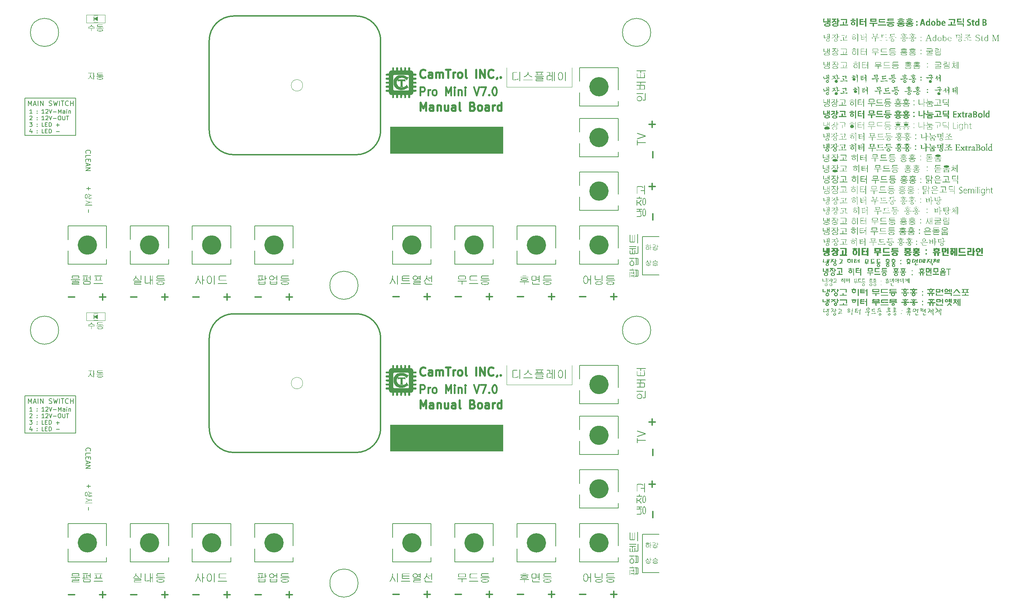
<source format=gbr>
%TF.GenerationSoftware,KiCad,Pcbnew,8.0.7*%
%TF.CreationDate,2025-01-14T19:54:09+09:00*%
%TF.ProjectId,AutoHome-S-Cover_V7.0,4175746f-486f-46d6-952d-532d436f7665,rev?*%
%TF.SameCoordinates,Original*%
%TF.FileFunction,Legend,Top*%
%TF.FilePolarity,Positive*%
%FSLAX46Y46*%
G04 Gerber Fmt 4.6, Leading zero omitted, Abs format (unit mm)*
G04 Created by KiCad (PCBNEW 8.0.7) date 2025-01-14 19:54:09*
%MOMM*%
%LPD*%
G01*
G04 APERTURE LIST*
%ADD10C,0.200000*%
%ADD11C,0.120000*%
%ADD12C,0.300000*%
%ADD13C,0.250000*%
%ADD14C,0.500000*%
%ADD15C,0.400000*%
%ADD16C,0.180000*%
%ADD17C,2.360000*%
%ADD18C,0.100000*%
%ADD19C,0.010000*%
G04 APERTURE END LIST*
D10*
X185695788Y-175710000D02*
X181615788Y-175710000D01*
X185695788Y-166300000D02*
X181615788Y-166300000D01*
D11*
X119825000Y-139440000D02*
X147395000Y-139440000D01*
X147395000Y-145940000D01*
X119825000Y-145940000D01*
X119825000Y-139440000D01*
G36*
X119825000Y-139440000D02*
G01*
X147395000Y-139440000D01*
X147395000Y-145940000D01*
X119825000Y-145940000D01*
X119825000Y-139440000D01*
G37*
X164335788Y-124930000D02*
X164335788Y-129640000D01*
D10*
X181615788Y-175710000D02*
X181615788Y-166300000D01*
G36*
X89169549Y-177227473D02*
G01*
X89196904Y-177288046D01*
X89196904Y-177858108D01*
X89191561Y-177907987D01*
X89142194Y-177994884D01*
X89078066Y-178036258D01*
X88980993Y-178052526D01*
X87709465Y-178052526D01*
X87649881Y-178045715D01*
X87561454Y-177994884D01*
X87529901Y-177949180D01*
X87509674Y-177852247D01*
X87509674Y-177803886D01*
X87671363Y-177803886D01*
X87693345Y-177871786D01*
X87772480Y-177896210D01*
X88931656Y-177896210D01*
X89013722Y-177874228D01*
X89035704Y-177806329D01*
X89035704Y-177583579D01*
X87671363Y-177583579D01*
X87671363Y-177803886D01*
X87509674Y-177803886D01*
X87509674Y-177288046D01*
X87534099Y-177227473D01*
X87589298Y-177208422D01*
X87644008Y-177227473D01*
X87671363Y-177288046D01*
X87671363Y-177458527D01*
X89035704Y-177458527D01*
X89035704Y-177288046D01*
X89060128Y-177227473D01*
X89114838Y-177208422D01*
X89169549Y-177227473D01*
G37*
G36*
X89129504Y-175833491D02*
G01*
X89196904Y-175906120D01*
X89196904Y-176489371D01*
X89494880Y-176489371D01*
X89566199Y-176550432D01*
X89494880Y-176614424D01*
X89196904Y-176614424D01*
X89196904Y-176997885D01*
X89169549Y-177060411D01*
X89114838Y-177083370D01*
X89060128Y-177061388D01*
X89035704Y-177001304D01*
X89035704Y-175906608D01*
X89036399Y-175893426D01*
X89114838Y-175832847D01*
X89129504Y-175833491D01*
G37*
G36*
X88423607Y-176146139D02*
G01*
X88488600Y-176220704D01*
X88488504Y-176238719D01*
X88484569Y-176344418D01*
X88475982Y-176450224D01*
X88464175Y-176553363D01*
X88461750Y-176574601D01*
X88448307Y-176678614D01*
X88432670Y-176779001D01*
X88414838Y-176875764D01*
X88458802Y-176865017D01*
X88515560Y-176854919D01*
X88617072Y-176834731D01*
X88660314Y-176825625D01*
X88756778Y-176802002D01*
X88822236Y-176804445D01*
X88852522Y-176845478D01*
X88841286Y-176893838D01*
X88789507Y-176927055D01*
X88774801Y-176932146D01*
X88679295Y-176961088D01*
X88571320Y-176987283D01*
X88471818Y-177007014D01*
X88363657Y-177024836D01*
X88246838Y-177040750D01*
X88147148Y-177052107D01*
X88076297Y-177052107D01*
X87955540Y-177052107D01*
X87856530Y-177052107D01*
X87755383Y-177052107D01*
X87652099Y-177052107D01*
X87546677Y-177052107D01*
X87439119Y-177052107D01*
X87329423Y-177052107D01*
X87324555Y-177052044D01*
X87250289Y-176988115D01*
X87329423Y-176927055D01*
X87641077Y-176927055D01*
X87630279Y-176870857D01*
X87612587Y-176770363D01*
X87597135Y-176670719D01*
X87583924Y-176571926D01*
X87582572Y-176559868D01*
X87572332Y-176457017D01*
X87565034Y-176354702D01*
X87561942Y-176248548D01*
X87563225Y-176231718D01*
X87644008Y-176176741D01*
X87658674Y-176177385D01*
X87726074Y-176250013D01*
X87726090Y-176257737D01*
X87728815Y-176359873D01*
X87734654Y-176458314D01*
X87742682Y-176557271D01*
X87751240Y-176636240D01*
X87764200Y-176736456D01*
X87780897Y-176842265D01*
X87799835Y-176940732D01*
X87823595Y-176939877D01*
X87922621Y-176934496D01*
X88021119Y-176927055D01*
X88060873Y-176924388D01*
X88160549Y-176916785D01*
X88261942Y-176907515D01*
X88269270Y-176868146D01*
X88286519Y-176763981D01*
X88300739Y-176663216D01*
X88313722Y-176555806D01*
X88316029Y-176532116D01*
X88324568Y-176430093D01*
X88330522Y-176325527D01*
X88332773Y-176221193D01*
X88333447Y-176207662D01*
X88409465Y-176145478D01*
X88423607Y-176146139D01*
G37*
G36*
X88721119Y-175956434D02*
G01*
X88721042Y-175960371D01*
X88641984Y-176020425D01*
X87403185Y-176020425D01*
X87326492Y-175956434D01*
X87403185Y-175895373D01*
X88641984Y-175895373D01*
X88721119Y-175956434D01*
G37*
G36*
X92048684Y-177227473D02*
G01*
X92076039Y-177288046D01*
X92076039Y-177858108D01*
X92070410Y-177907987D01*
X92018397Y-177994884D01*
X91957970Y-178034288D01*
X91857197Y-178052526D01*
X90536820Y-178052526D01*
X90470783Y-178044420D01*
X90386367Y-177994884D01*
X90354814Y-177949180D01*
X90334587Y-177852247D01*
X90334587Y-177803886D01*
X90495788Y-177803886D01*
X90517769Y-177871786D01*
X90599835Y-177896210D01*
X91811279Y-177896210D01*
X91890414Y-177874228D01*
X91912396Y-177806329D01*
X91912396Y-177583579D01*
X90495788Y-177583579D01*
X90495788Y-177803886D01*
X90334587Y-177803886D01*
X90334587Y-177288046D01*
X90359012Y-177227473D01*
X90413722Y-177208422D01*
X90468432Y-177227473D01*
X90495788Y-177288046D01*
X90495788Y-177458527D01*
X91912396Y-177458527D01*
X91912396Y-177288046D01*
X91936820Y-177227473D01*
X91993973Y-177208422D01*
X92048684Y-177227473D01*
G37*
G36*
X92048684Y-175851898D02*
G01*
X92076039Y-175911981D01*
X92076039Y-176998374D01*
X92048684Y-177061388D01*
X91993973Y-177083370D01*
X91936820Y-177060900D01*
X91912396Y-176996908D01*
X91912396Y-176520635D01*
X91458593Y-176520635D01*
X91392647Y-176501095D01*
X91389677Y-176495689D01*
X91382908Y-176572445D01*
X91353691Y-176673653D01*
X91304995Y-176765641D01*
X91236820Y-176848408D01*
X91168825Y-176907010D01*
X91078298Y-176960054D01*
X90975709Y-176996595D01*
X90878176Y-177014782D01*
X90771782Y-177020844D01*
X90681670Y-177016634D01*
X90581469Y-177000468D01*
X90475508Y-176966284D01*
X90381327Y-176915598D01*
X90298928Y-176848408D01*
X90230753Y-176765641D01*
X90182058Y-176673653D01*
X90152840Y-176572445D01*
X90143101Y-176462016D01*
X90143142Y-176458108D01*
X90307232Y-176458108D01*
X90318156Y-176557695D01*
X90355407Y-176654677D01*
X90419095Y-176738499D01*
X90469894Y-176781329D01*
X90559358Y-176828960D01*
X90664742Y-176856652D01*
X90771782Y-176864528D01*
X90851563Y-176860098D01*
X90947414Y-176840406D01*
X91040866Y-176799422D01*
X91119095Y-176738499D01*
X91184452Y-176654677D01*
X91222679Y-176557695D01*
X91233889Y-176458108D01*
X91222679Y-176356137D01*
X91184452Y-176258073D01*
X91119095Y-176174787D01*
X91068634Y-176132952D01*
X90980256Y-176086430D01*
X90876654Y-176059382D01*
X90771782Y-176051688D01*
X90690323Y-176056016D01*
X90592718Y-176075250D01*
X90497947Y-176115281D01*
X90419095Y-176174787D01*
X90355407Y-176258073D01*
X90318156Y-176356137D01*
X90307232Y-176458108D01*
X90143142Y-176458108D01*
X90143253Y-176447376D01*
X90152840Y-176349084D01*
X90182058Y-176245739D01*
X90230753Y-176151980D01*
X90298928Y-176067808D01*
X90368835Y-176009207D01*
X90461332Y-175956163D01*
X90565610Y-175919622D01*
X90664368Y-175901435D01*
X90771782Y-175895373D01*
X90860287Y-175899583D01*
X90958747Y-175915749D01*
X91062938Y-175949932D01*
X91155630Y-176000619D01*
X91236820Y-176067808D01*
X91246407Y-176077806D01*
X91312147Y-176163176D01*
X91358408Y-176258133D01*
X91385191Y-176362677D01*
X91388907Y-176412194D01*
X91444915Y-176395582D01*
X91912396Y-176395582D01*
X91912396Y-175915401D01*
X91936820Y-175854829D01*
X91993973Y-175832847D01*
X92048684Y-175851898D01*
G37*
G36*
X94084961Y-177334501D02*
G01*
X94197195Y-177339061D01*
X94301811Y-177347270D01*
X94421869Y-177362662D01*
X94530025Y-177383754D01*
X94626279Y-177410547D01*
X94726074Y-177450223D01*
X94802272Y-177491714D01*
X94879346Y-177556438D01*
X94932553Y-177642098D01*
X94950289Y-177741360D01*
X94936275Y-177828066D01*
X94887009Y-177913933D01*
X94813439Y-177979879D01*
X94726074Y-178029567D01*
X94643329Y-178063200D01*
X94548969Y-178091133D01*
X94442993Y-178113366D01*
X94325401Y-178129897D01*
X94222964Y-178139018D01*
X94113093Y-178144491D01*
X93995788Y-178146315D01*
X93906592Y-178145289D01*
X93794263Y-178140728D01*
X93689475Y-178132519D01*
X93569095Y-178117128D01*
X93460498Y-178096036D01*
X93363683Y-178069243D01*
X93263059Y-178029567D01*
X93187691Y-177987435D01*
X93111457Y-177922711D01*
X93058829Y-177838218D01*
X93041286Y-177741360D01*
X93043518Y-177727194D01*
X93200044Y-177727194D01*
X93214302Y-177792431D01*
X93285241Y-177869609D01*
X93380296Y-177915261D01*
X93462808Y-177940661D01*
X93560501Y-177960805D01*
X93673375Y-177975694D01*
X93779034Y-177984088D01*
X93895236Y-177988832D01*
X93995788Y-177990000D01*
X94071310Y-177989343D01*
X94188861Y-177985328D01*
X94296013Y-177977665D01*
X94410869Y-177963651D01*
X94510749Y-177944383D01*
X94608349Y-177915261D01*
X94670602Y-177889301D01*
X94756468Y-177824500D01*
X94791531Y-177727194D01*
X94769885Y-177645088D01*
X94696899Y-177572765D01*
X94608349Y-177530334D01*
X94525939Y-177505931D01*
X94428555Y-177486577D01*
X94316196Y-177472271D01*
X94211124Y-177464207D01*
X94095652Y-177459649D01*
X93995788Y-177458527D01*
X93919741Y-177459158D01*
X93801431Y-177463015D01*
X93693664Y-177470378D01*
X93578259Y-177483842D01*
X93478036Y-177502355D01*
X93380296Y-177530334D01*
X93310061Y-177562461D01*
X93229793Y-177631784D01*
X93200044Y-177727194D01*
X93043518Y-177727194D01*
X93055147Y-177653372D01*
X93103877Y-177566501D01*
X93176646Y-177500051D01*
X93263059Y-177450223D01*
X93345734Y-177416589D01*
X93440192Y-177388656D01*
X93546433Y-177366424D01*
X93664457Y-177349892D01*
X93767359Y-177340771D01*
X93877803Y-177335299D01*
X93995788Y-177333475D01*
X94084961Y-177334501D01*
G37*
G36*
X95075371Y-176928253D02*
G01*
X95138844Y-177003747D01*
X95138170Y-177017976D01*
X95062152Y-177083370D01*
X92921119Y-177083370D01*
X92912208Y-177083059D01*
X92852731Y-177003747D01*
X92854654Y-176985772D01*
X92934797Y-176927055D01*
X95056778Y-176927055D01*
X95075371Y-176928253D01*
G37*
G36*
X94898021Y-175919309D02*
G01*
X94920002Y-175973531D01*
X94903394Y-176024822D01*
X94856988Y-176051688D01*
X93347567Y-176051688D01*
X93263059Y-176072693D01*
X93235704Y-176139127D01*
X93235704Y-176425380D01*
X93260128Y-176496699D01*
X93345125Y-176520635D01*
X94878970Y-176520635D01*
X94887606Y-176520940D01*
X94950289Y-176598792D01*
X94950373Y-176603601D01*
X94884831Y-176676950D01*
X93336820Y-176676950D01*
X93329027Y-176676887D01*
X93231040Y-176662889D01*
X93139961Y-176612958D01*
X93088670Y-176537854D01*
X93071573Y-176440523D01*
X93071573Y-176120565D01*
X93084101Y-176039862D01*
X93137030Y-175956434D01*
X93222789Y-175908790D01*
X93320212Y-175895373D01*
X94843310Y-175895373D01*
X94898021Y-175919309D01*
G37*
D12*
X135738883Y-181067733D02*
X137262693Y-181067733D01*
X40993883Y-181117733D02*
X42517693Y-181117733D01*
D10*
G36*
X46371857Y-154600473D02*
G01*
X46422415Y-154580250D01*
X46439268Y-154540096D01*
X46422049Y-154498184D01*
X46371857Y-154480012D01*
X45967391Y-154480012D01*
X45967391Y-154152922D01*
X45925128Y-154104923D01*
X45898148Y-154102511D01*
X45832358Y-154128553D01*
X45826707Y-154152922D01*
X45826707Y-154480012D01*
X45407953Y-154480012D01*
X45357761Y-154498184D01*
X45340908Y-154540096D01*
X45357394Y-154580250D01*
X45407953Y-154600473D01*
X45826707Y-154600473D01*
X45826707Y-154925804D01*
X45870311Y-154973525D01*
X45898148Y-154975923D01*
X45963063Y-154947731D01*
X45967391Y-154925804D01*
X45967391Y-154600473D01*
X46371857Y-154600473D01*
G37*
G36*
X46730153Y-156845948D02*
G01*
X46764599Y-156898310D01*
X46761514Y-156921150D01*
X46700119Y-156956928D01*
X46272206Y-156956928D01*
X46272206Y-157123111D01*
X46256086Y-157162385D01*
X46215419Y-157178505D01*
X46173288Y-157166195D01*
X46154969Y-157129852D01*
X46154969Y-156956928D01*
X45758563Y-156956928D01*
X45703609Y-156937291D01*
X45686023Y-156898310D01*
X45703609Y-156859035D01*
X45758930Y-156841450D01*
X46697921Y-156841450D01*
X46730153Y-156845948D01*
G37*
G36*
X45401656Y-155908064D02*
G01*
X45471790Y-155937301D01*
X45526201Y-155980963D01*
X45567687Y-156032811D01*
X45584645Y-156060713D01*
X45613556Y-156123025D01*
X45632552Y-156181579D01*
X45646915Y-156246158D01*
X45656645Y-156316761D01*
X45661093Y-156377582D01*
X45662576Y-156442259D01*
X45662205Y-156474902D01*
X45659240Y-156537331D01*
X45653309Y-156595949D01*
X45641726Y-156663864D01*
X45625510Y-156725825D01*
X45599935Y-156792321D01*
X45567687Y-156850243D01*
X45532478Y-156895463D01*
X45479000Y-156941204D01*
X45409915Y-156972781D01*
X45331382Y-156983306D01*
X45262987Y-156974990D01*
X45194636Y-156945752D01*
X45141519Y-156902091D01*
X45100939Y-156850243D01*
X45083982Y-156822353D01*
X45055070Y-156760145D01*
X45036074Y-156701755D01*
X45021711Y-156637413D01*
X45011981Y-156567116D01*
X45007534Y-156506593D01*
X45006051Y-156442259D01*
X45146735Y-156442259D01*
X45146790Y-156455586D01*
X45148718Y-156519186D01*
X45153402Y-156577734D01*
X45162658Y-156641323D01*
X45178471Y-156706316D01*
X45203155Y-156768470D01*
X45219063Y-156797009D01*
X45263740Y-156845768D01*
X45332481Y-156867535D01*
X45377362Y-156859699D01*
X45432571Y-156820711D01*
X45467304Y-156768470D01*
X45473914Y-156754144D01*
X45493691Y-156697638D01*
X45508245Y-156631230D01*
X45516561Y-156566428D01*
X45520559Y-156506870D01*
X45521892Y-156442259D01*
X45521839Y-156428735D01*
X45519973Y-156364238D01*
X45515441Y-156304950D01*
X45506486Y-156240680D01*
X45491186Y-156175180D01*
X45467304Y-156112825D01*
X45450874Y-156084708D01*
X45404438Y-156036670D01*
X45332481Y-156015225D01*
X45298619Y-156019896D01*
X45240255Y-156057258D01*
X45203155Y-156112825D01*
X45193072Y-156134894D01*
X45173402Y-156193482D01*
X45160840Y-156251603D01*
X45152245Y-156317020D01*
X45148112Y-156377107D01*
X45146735Y-156442259D01*
X45006051Y-156442259D01*
X45006422Y-156409439D01*
X45009387Y-156346690D01*
X45015317Y-156287797D01*
X45026900Y-156219603D01*
X45043117Y-156157434D01*
X45068692Y-156090784D01*
X45100939Y-156032811D01*
X45135385Y-155987590D01*
X45187603Y-155941849D01*
X45254943Y-155910273D01*
X45331382Y-155899747D01*
X45401656Y-155908064D01*
G37*
G36*
X45885325Y-155808596D02*
G01*
X45903964Y-155829609D01*
X45954167Y-155879758D01*
X46009523Y-155926501D01*
X46070030Y-155969838D01*
X46135689Y-156009769D01*
X46206501Y-156046294D01*
X46282464Y-156079412D01*
X46358761Y-156107501D01*
X46432404Y-156129778D01*
X46503395Y-156146244D01*
X46582863Y-156158109D01*
X46658720Y-156162064D01*
X46717705Y-156182580D01*
X46717705Y-156219217D01*
X46717705Y-156255267D01*
X46658720Y-156277835D01*
X46594578Y-156274873D01*
X46518769Y-156264353D01*
X46478532Y-156257085D01*
X46404830Y-156240026D01*
X46373929Y-156274098D01*
X46328480Y-156322458D01*
X46276823Y-156374711D01*
X46226639Y-156422476D01*
X46171089Y-156471569D01*
X46157990Y-156482329D01*
X46101902Y-156525899D01*
X46039907Y-156570312D01*
X45980814Y-156609864D01*
X45917199Y-156650061D01*
X45855650Y-156665009D01*
X45810587Y-156643027D01*
X45798130Y-156601701D01*
X45831470Y-156559203D01*
X45896362Y-156519562D01*
X45958415Y-156478603D01*
X46017628Y-156436324D01*
X46074003Y-156392727D01*
X46126576Y-156349093D01*
X46178050Y-156302894D01*
X46228425Y-156254131D01*
X46277701Y-156202804D01*
X46212448Y-156176297D01*
X46143325Y-156144835D01*
X46080019Y-156112128D01*
X46015751Y-156073844D01*
X45992483Y-156058544D01*
X45930625Y-156013765D01*
X45876724Y-155969835D01*
X45823034Y-155921473D01*
X45769554Y-155868680D01*
X45754900Y-155822664D01*
X45782743Y-155788372D01*
X45834034Y-155778407D01*
X45885325Y-155808596D01*
G37*
G36*
X46644432Y-157861994D02*
G01*
X46561771Y-157860639D01*
X46478652Y-157856572D01*
X46395075Y-157849794D01*
X46311040Y-157840305D01*
X46226548Y-157828106D01*
X46141597Y-157813195D01*
X46056188Y-157795572D01*
X45970322Y-157775239D01*
X45895638Y-157755588D01*
X45823537Y-157734442D01*
X45754018Y-157711803D01*
X45687082Y-157687669D01*
X45601851Y-157653167D01*
X45521211Y-157616008D01*
X45445161Y-157576193D01*
X45373703Y-157533723D01*
X45306836Y-157488596D01*
X45241623Y-157468079D01*
X45188134Y-157485665D01*
X45170182Y-157524060D01*
X45204620Y-157565386D01*
X45265527Y-157603880D01*
X45327345Y-157640227D01*
X45390076Y-157674428D01*
X45453719Y-157706482D01*
X45518275Y-157736389D01*
X45583743Y-157764150D01*
X45610186Y-157774653D01*
X45684941Y-157802814D01*
X45762479Y-157829264D01*
X45842798Y-157854004D01*
X45925900Y-157877034D01*
X45997277Y-157894918D01*
X46041030Y-157905079D01*
X45972955Y-157943547D01*
X45909967Y-157974995D01*
X45836753Y-158008668D01*
X45767929Y-158038430D01*
X45692004Y-158069737D01*
X45659645Y-158082692D01*
X45593422Y-158108816D01*
X45514734Y-158138766D01*
X45436896Y-158167191D01*
X45359908Y-158194091D01*
X45283770Y-158219467D01*
X45246020Y-158231583D01*
X45199491Y-158262943D01*
X45195461Y-158307786D01*
X45244554Y-158336509D01*
X45320525Y-158335736D01*
X45326253Y-158334458D01*
X45402065Y-158310690D01*
X45480298Y-158283789D01*
X45547342Y-158258980D01*
X45616067Y-158231995D01*
X45686475Y-158202834D01*
X45758563Y-158171499D01*
X45835752Y-158136253D01*
X45910239Y-158100493D01*
X45982026Y-158064217D01*
X46051111Y-158027426D01*
X46117495Y-157990120D01*
X46181177Y-157952298D01*
X46205894Y-157937026D01*
X46279258Y-157948278D01*
X46353751Y-157957506D01*
X46419851Y-157964283D01*
X46496043Y-157971238D01*
X46573904Y-157975914D01*
X46645531Y-157977472D01*
X46698654Y-157957835D01*
X46717705Y-157918854D01*
X46697921Y-157879580D01*
X46644432Y-157861994D01*
G37*
G36*
X45104603Y-158684409D02*
G01*
X46697555Y-158684409D01*
X46749578Y-158664479D01*
X46764599Y-158625790D01*
X46749578Y-158585637D01*
X46697555Y-158567465D01*
X45104603Y-158567465D01*
X45049282Y-158584758D01*
X45029498Y-158625790D01*
X45049282Y-158665065D01*
X45104603Y-158684409D01*
G37*
G36*
X45967391Y-160443543D02*
G01*
X45967391Y-159695281D01*
X45921438Y-159647713D01*
X45897782Y-159646628D01*
X45831149Y-159673995D01*
X45826707Y-159695281D01*
X45826707Y-160443543D01*
X45870311Y-160491543D01*
X45898148Y-160493955D01*
X45963063Y-160465599D01*
X45967391Y-160443543D01*
G37*
D12*
X183223883Y-154007733D02*
X184747693Y-154007733D01*
X183985788Y-154769638D02*
X183985788Y-153245828D01*
X150978883Y-181067733D02*
X152502693Y-181067733D01*
D10*
G36*
X43447489Y-177278366D02*
G01*
X43543310Y-177315889D01*
X43583753Y-177350198D01*
X43620002Y-177445826D01*
X43620002Y-177557201D01*
X43614373Y-177602844D01*
X43562361Y-177687138D01*
X43515238Y-177719287D01*
X43417769Y-177739895D01*
X42031447Y-177739895D01*
X41954755Y-177762854D01*
X41935704Y-177830753D01*
X41935704Y-177882044D01*
X41957686Y-177941639D01*
X42028516Y-177958736D01*
X43565292Y-177958736D01*
X43628307Y-177980230D01*
X43650289Y-178035429D01*
X43631238Y-178090628D01*
X43576527Y-178115052D01*
X41968432Y-178115052D01*
X41909415Y-178108414D01*
X41823352Y-178058876D01*
X41791799Y-178013218D01*
X41771573Y-177913307D01*
X41771573Y-177800467D01*
X41779266Y-177732323D01*
X41826283Y-177643175D01*
X41883037Y-177602436D01*
X41982110Y-177583579D01*
X43354755Y-177583579D01*
X43428516Y-177570879D01*
X43455871Y-177523496D01*
X43455871Y-177473670D01*
X43431447Y-177413586D01*
X43349381Y-177396001D01*
X41848265Y-177396001D01*
X41843216Y-177395938D01*
X41766199Y-177332009D01*
X41766875Y-177324615D01*
X41851196Y-177270949D01*
X43368432Y-177270949D01*
X43447489Y-177278366D01*
G37*
G36*
X43773671Y-176802302D02*
G01*
X43838844Y-176878695D01*
X43838777Y-176883593D01*
X43770456Y-176958318D01*
X42774922Y-176958318D01*
X42774922Y-177185952D01*
X42747567Y-177248967D01*
X42695788Y-177270949D01*
X42641077Y-177251898D01*
X42616653Y-177191325D01*
X42616653Y-176958318D01*
X41631866Y-176958318D01*
X41613318Y-176957074D01*
X41552731Y-176878695D01*
X41554013Y-176860720D01*
X41634797Y-176802002D01*
X43765083Y-176802002D01*
X43773671Y-176802302D01*
G37*
G36*
X43466038Y-175906499D02*
G01*
X43556988Y-175953503D01*
X43600064Y-176010270D01*
X43620002Y-176106887D01*
X43620002Y-176366273D01*
X43609199Y-176445677D01*
X43554545Y-176530404D01*
X43479196Y-176569972D01*
X43379179Y-176583161D01*
X42009465Y-176583161D01*
X41926402Y-176573970D01*
X41834587Y-176527473D01*
X41791511Y-176468475D01*
X41771573Y-176368715D01*
X41771573Y-176147431D01*
X41935704Y-176147431D01*
X41935704Y-176364808D01*
X41960128Y-176437592D01*
X41961881Y-176438854D01*
X42058802Y-176458108D01*
X43338146Y-176458108D01*
X43425585Y-176440034D01*
X43455871Y-176377997D01*
X43455871Y-176139616D01*
X43428516Y-176072205D01*
X43349381Y-176051688D01*
X42050498Y-176051688D01*
X41957686Y-176075136D01*
X41935704Y-176147431D01*
X41771573Y-176147431D01*
X41771573Y-176123007D01*
X41781489Y-176046196D01*
X41831656Y-175958876D01*
X41907616Y-175911249D01*
X42009465Y-175895373D01*
X43371363Y-175895373D01*
X43466038Y-175906499D01*
G37*
G36*
X46218962Y-177280859D02*
G01*
X46310582Y-177322728D01*
X46350470Y-177366509D01*
X46376039Y-177461458D01*
X46376039Y-177842965D01*
X46365236Y-177918964D01*
X46310582Y-178000746D01*
X46235965Y-178039581D01*
X46138146Y-178052526D01*
X44877853Y-178052526D01*
X44869377Y-178052467D01*
X44765940Y-178039324D01*
X44678551Y-177992442D01*
X44637178Y-177929588D01*
X44620910Y-177829288D01*
X44620910Y-177493210D01*
X44785041Y-177493210D01*
X44785041Y-177799002D01*
X44809465Y-177874717D01*
X44811218Y-177876039D01*
X44908139Y-177896210D01*
X46092229Y-177896210D01*
X46182110Y-177877159D01*
X46212396Y-177809748D01*
X46212396Y-177487836D01*
X46182110Y-177415052D01*
X46089298Y-177396001D01*
X44899835Y-177396001D01*
X44807023Y-177420425D01*
X44785041Y-177493210D01*
X44620910Y-177493210D01*
X44620910Y-177472693D01*
X44629359Y-177411373D01*
X44680993Y-177328101D01*
X44741421Y-177289032D01*
X44842194Y-177270949D01*
X46127400Y-177270949D01*
X46218962Y-177280859D01*
G37*
G36*
X45463524Y-176146147D02*
G01*
X45528516Y-176221681D01*
X45528051Y-176276605D01*
X45524870Y-176376850D01*
X45518674Y-176478872D01*
X45509465Y-176582672D01*
X45502262Y-176642974D01*
X45487613Y-176749234D01*
X45470800Y-176852558D01*
X45451824Y-176952944D01*
X45529775Y-176940976D01*
X45626702Y-176925589D01*
X45705592Y-176913044D01*
X45804510Y-176895792D01*
X45889507Y-176941709D01*
X45890213Y-176949174D01*
X45821119Y-177020844D01*
X45742165Y-177032803D01*
X45639674Y-177046084D01*
X45528735Y-177058197D01*
X45429830Y-177067399D01*
X45325059Y-177075790D01*
X45214420Y-177083370D01*
X45192299Y-177085293D01*
X45079363Y-177093995D01*
X44962539Y-177101169D01*
X44841827Y-177106817D01*
X44742459Y-177110237D01*
X44640602Y-177112679D01*
X44536257Y-177114145D01*
X44429423Y-177114633D01*
X44424555Y-177114571D01*
X44350289Y-177050642D01*
X44429423Y-176989581D01*
X44741077Y-176989581D01*
X44727459Y-176913892D01*
X44711384Y-176816287D01*
X44696147Y-176711006D01*
X44683924Y-176610516D01*
X44678772Y-176560797D01*
X44669692Y-176454177D01*
X44664089Y-176354820D01*
X44661942Y-176252944D01*
X44686367Y-176195792D01*
X44744008Y-176176741D01*
X44798718Y-176192861D01*
X44826074Y-176245617D01*
X44826333Y-176287177D01*
X44829253Y-176393546D01*
X44834654Y-176492297D01*
X44842682Y-176593907D01*
X44849101Y-176653496D01*
X44862998Y-176759494D01*
X44879910Y-176863870D01*
X44899835Y-176966622D01*
X44970026Y-176965032D01*
X45069339Y-176958318D01*
X45141635Y-176951479D01*
X45244217Y-176941709D01*
X45295997Y-176939267D01*
X45310525Y-176876819D01*
X45329098Y-176777029D01*
X45343807Y-176669897D01*
X45353638Y-176568506D01*
X45357531Y-176527534D01*
X45364992Y-176421365D01*
X45368933Y-176321245D01*
X45370247Y-176216796D01*
X45370942Y-176204051D01*
X45449381Y-176145478D01*
X45463524Y-176146147D01*
G37*
G36*
X46348684Y-175851898D02*
G01*
X46376039Y-175911981D01*
X46376039Y-176998374D01*
X46348684Y-177061388D01*
X46293973Y-177083370D01*
X46236820Y-177060900D01*
X46212396Y-176996908D01*
X46212396Y-176520635D01*
X45758593Y-176520635D01*
X45692647Y-176501095D01*
X45668223Y-176456643D01*
X45687274Y-176412679D01*
X45744915Y-176395582D01*
X46212396Y-176395582D01*
X46212396Y-175915401D01*
X46236820Y-175854829D01*
X46293973Y-175832847D01*
X46348684Y-175851898D01*
G37*
G36*
X45684019Y-175895432D02*
G01*
X45761035Y-175956434D01*
X45760371Y-175964183D01*
X45678970Y-176020425D01*
X44503185Y-176020425D01*
X44426492Y-175956434D01*
X44503185Y-175895373D01*
X45678970Y-175895373D01*
X45684019Y-175895432D01*
G37*
G36*
X49178970Y-176989581D02*
G01*
X48839961Y-176989581D01*
X48924469Y-176260272D01*
X48902487Y-176195792D01*
X48850707Y-176176741D01*
X48793554Y-176176741D01*
X48766199Y-176233893D01*
X48678760Y-176989581D01*
X47912815Y-176989581D01*
X47828307Y-176233893D01*
X47795578Y-176176741D01*
X47737937Y-176176741D01*
X47686157Y-176195303D01*
X47667106Y-176257341D01*
X47751614Y-176989581D01*
X47412605Y-176989581D01*
X47341286Y-177050642D01*
X47404301Y-177114633D01*
X49184831Y-177114633D01*
X49250289Y-177050642D01*
X49178970Y-176989581D01*
G37*
G36*
X49168223Y-175926636D02*
G01*
X47415048Y-175926636D01*
X47341288Y-175995329D01*
X47341286Y-176004794D01*
X47401866Y-176082264D01*
X47415048Y-176082951D01*
X49178970Y-176082951D01*
X49230749Y-176056085D01*
X49247358Y-176004794D01*
X49228307Y-175950572D01*
X49168223Y-175926636D01*
G37*
G36*
X49353848Y-177771158D02*
G01*
X47234797Y-177771158D01*
X47174713Y-177792651D01*
X47152731Y-177847850D01*
X47166409Y-177903049D01*
X47212815Y-177927473D01*
X49375829Y-177927473D01*
X49422236Y-177903049D01*
X49438844Y-177847850D01*
X49414420Y-177792651D01*
X49353848Y-177771158D01*
G37*
G36*
X181244106Y-160403796D02*
G01*
X181246166Y-160414986D01*
X181263244Y-160522654D01*
X181276220Y-160628869D01*
X181285870Y-160729922D01*
X181293931Y-160838548D01*
X181297590Y-160896699D01*
X181302613Y-161002091D01*
X181305627Y-161108412D01*
X181306632Y-161215659D01*
X181305936Y-161239812D01*
X181284298Y-161339696D01*
X181227497Y-161423265D01*
X181207591Y-161441240D01*
X181117718Y-161487300D01*
X181020379Y-161499958D01*
X180262738Y-161499958D01*
X180203143Y-161475533D01*
X180181161Y-161420823D01*
X180200212Y-161366113D01*
X180260784Y-161338757D01*
X181027707Y-161338757D01*
X181050743Y-161337887D01*
X181142989Y-161303098D01*
X181154107Y-161291096D01*
X181181580Y-161196608D01*
X181181429Y-161163368D01*
X181179175Y-161064831D01*
X181173499Y-160957431D01*
X181164483Y-160852226D01*
X181153132Y-160748325D01*
X181136440Y-160638911D01*
X181115779Y-160539451D01*
X181087790Y-160439455D01*
X181084760Y-160429453D01*
X181132731Y-160340781D01*
X181167902Y-160338491D01*
X181244106Y-160403796D01*
G37*
G36*
X182100818Y-159484801D02*
G01*
X182187805Y-159534067D01*
X182255590Y-159607638D01*
X182307539Y-159695003D01*
X182343424Y-159778320D01*
X182373227Y-159872871D01*
X182396948Y-159978656D01*
X182414586Y-160095676D01*
X182424318Y-160197380D01*
X182430157Y-160306274D01*
X182432103Y-160422358D01*
X182431008Y-160509135D01*
X182426142Y-160618693D01*
X182417384Y-160721229D01*
X182400962Y-160839525D01*
X182378458Y-160946849D01*
X182349871Y-161043201D01*
X182307539Y-161144340D01*
X182263432Y-161218712D01*
X182196769Y-161293939D01*
X182111044Y-161345871D01*
X182013959Y-161363182D01*
X181923681Y-161349504D01*
X181834015Y-161301419D01*
X181764886Y-161229611D01*
X181712563Y-161144340D01*
X181676678Y-161061798D01*
X181646876Y-160968046D01*
X181623155Y-160863084D01*
X181605516Y-160746911D01*
X181595785Y-160645901D01*
X181589946Y-160537717D01*
X181588000Y-160422358D01*
X181744315Y-160422358D01*
X181744963Y-160495934D01*
X181748925Y-160610547D01*
X181756489Y-160715142D01*
X181770319Y-160827433D01*
X181789335Y-160925298D01*
X181818076Y-161021242D01*
X181845748Y-161081669D01*
X181913251Y-161165017D01*
X182012494Y-161199050D01*
X182075284Y-161184985D01*
X182151928Y-161115008D01*
X182199584Y-161021242D01*
X182217444Y-160968180D01*
X182242969Y-160860335D01*
X182259044Y-160752716D01*
X182268346Y-160652328D01*
X182273927Y-160542209D01*
X182275788Y-160422358D01*
X182275118Y-160348735D01*
X182271025Y-160233833D01*
X182263211Y-160128687D01*
X182248923Y-160015389D01*
X182229276Y-159916139D01*
X182199584Y-159818101D01*
X182167256Y-159746725D01*
X182106728Y-159669981D01*
X182012494Y-159634919D01*
X181932660Y-159656565D01*
X181861104Y-159729551D01*
X181818076Y-159818101D01*
X181793009Y-159900219D01*
X181773128Y-159996727D01*
X181758433Y-160107626D01*
X181750150Y-160211036D01*
X181745468Y-160324440D01*
X181744315Y-160422358D01*
X181588000Y-160422358D01*
X181589094Y-160334621D01*
X181593960Y-160223929D01*
X181602719Y-160120428D01*
X181619141Y-160001161D01*
X181641645Y-159893129D01*
X181670231Y-159796331D01*
X181712563Y-159695003D01*
X181756945Y-159618805D01*
X181824829Y-159541731D01*
X181913096Y-159488524D01*
X182013959Y-159470788D01*
X182100818Y-159484801D01*
G37*
G36*
X181512284Y-159552854D02*
G01*
X181537197Y-159604633D01*
X181512284Y-159659832D01*
X181444385Y-159684256D01*
X180962738Y-159684256D01*
X180962738Y-160077976D01*
X181378439Y-160077976D01*
X181438523Y-160105331D01*
X181460505Y-160160041D01*
X181438523Y-160214752D01*
X181378439Y-160239176D01*
X180189954Y-160239176D01*
X180177208Y-160238481D01*
X180118635Y-160160041D01*
X180119270Y-160145375D01*
X180190931Y-160077976D01*
X180837686Y-160077976D01*
X180837686Y-159684256D01*
X180196792Y-159684256D01*
X180178474Y-159683012D01*
X180118635Y-159604633D01*
X180119879Y-159586086D01*
X180198258Y-159525498D01*
X181441454Y-159525498D01*
X181512284Y-159552854D01*
G37*
G36*
X181293443Y-157248178D02*
G01*
X181337895Y-157297027D01*
X181332033Y-157370788D01*
X181307250Y-157426079D01*
X181259803Y-157519164D01*
X181207166Y-157607574D01*
X181149340Y-157691309D01*
X181086325Y-157770369D01*
X181024879Y-157836080D01*
X180943271Y-157908147D01*
X180851900Y-157967983D01*
X180760993Y-158005331D01*
X180772418Y-158009341D01*
X180862063Y-158048771D01*
X180948593Y-158101268D01*
X181032010Y-158166832D01*
X181102445Y-158234919D01*
X181140852Y-158279181D01*
X181201894Y-158362185D01*
X181255081Y-158452248D01*
X181300415Y-158549370D01*
X181337895Y-158653551D01*
X181334964Y-158719009D01*
X181290023Y-158762972D01*
X181229451Y-158768346D01*
X181181580Y-158721939D01*
X181134599Y-158617022D01*
X181084150Y-158521721D01*
X181030231Y-158436038D01*
X180962942Y-158348229D01*
X180890931Y-158273510D01*
X180864842Y-158250618D01*
X180782731Y-158190803D01*
X180694849Y-158144280D01*
X180601197Y-158111050D01*
X180501775Y-158091112D01*
X180396583Y-158084466D01*
X180306213Y-158084466D01*
X180306213Y-158626196D01*
X180242222Y-158699958D01*
X180181161Y-158623265D01*
X180181161Y-157382023D01*
X180242222Y-157313635D01*
X180306213Y-157382023D01*
X180306213Y-157923265D01*
X180393652Y-157923265D01*
X180429920Y-157922475D01*
X180535038Y-157910626D01*
X180634626Y-157884557D01*
X180728685Y-157844268D01*
X180817213Y-157789760D01*
X180900212Y-157721032D01*
X180961601Y-157657480D01*
X181028185Y-157573177D01*
X181089347Y-157477934D01*
X181137456Y-157387591D01*
X181181580Y-157289211D01*
X181228963Y-157242316D01*
X181293443Y-157248178D01*
G37*
G36*
X182090452Y-156845134D02*
G01*
X182178701Y-156888286D01*
X182255590Y-156965210D01*
X182307539Y-157048387D01*
X182329800Y-157094225D01*
X182367753Y-157196589D01*
X182392690Y-157292781D01*
X182411545Y-157398872D01*
X182424318Y-157514861D01*
X182430157Y-157614779D01*
X182432103Y-157721032D01*
X182431981Y-157748340D01*
X182429062Y-157853563D01*
X182419938Y-157976075D01*
X182404733Y-158088570D01*
X182383445Y-158191047D01*
X182349871Y-158300796D01*
X182307539Y-158396120D01*
X182263432Y-158468665D01*
X182196769Y-158542045D01*
X182111044Y-158592702D01*
X182013959Y-158609588D01*
X181924597Y-158596246D01*
X181835231Y-158549341D01*
X181765721Y-158479297D01*
X181712563Y-158396120D01*
X181690303Y-158350261D01*
X181652350Y-158247725D01*
X181627412Y-158151258D01*
X181608558Y-158044774D01*
X181595785Y-157928272D01*
X181589946Y-157827858D01*
X181588000Y-157721032D01*
X181744315Y-157721032D01*
X181744387Y-157743756D01*
X181746908Y-157852168D01*
X181753031Y-157951897D01*
X181765132Y-158060112D01*
X181785806Y-158170561D01*
X181818076Y-158275952D01*
X181846493Y-158334553D01*
X181914453Y-158415382D01*
X182012494Y-158448387D01*
X182075284Y-158434748D01*
X182151928Y-158366885D01*
X182199584Y-158275952D01*
X182213202Y-158238620D01*
X182239769Y-158139691D01*
X182256737Y-158041723D01*
X182268346Y-157931596D01*
X182273927Y-157830536D01*
X182275788Y-157721032D01*
X182275713Y-157698639D01*
X182273108Y-157591723D01*
X182266783Y-157493227D01*
X182254281Y-157386145D01*
X182232923Y-157276541D01*
X182199584Y-157171486D01*
X182172169Y-157112055D01*
X182106728Y-157030081D01*
X182012494Y-156996608D01*
X181940404Y-157013686D01*
X181867497Y-157079265D01*
X181818076Y-157171486D01*
X181804894Y-157208356D01*
X181779179Y-157306172D01*
X181762755Y-157403150D01*
X181751518Y-157512252D01*
X181746116Y-157612432D01*
X181744315Y-157721032D01*
X181588000Y-157721032D01*
X181588121Y-157693875D01*
X181591041Y-157589206D01*
X181600164Y-157467277D01*
X181615370Y-157355248D01*
X181636657Y-157253116D01*
X181670231Y-157143625D01*
X181712563Y-157048387D01*
X181757689Y-156975842D01*
X181826031Y-156902462D01*
X181914083Y-156851805D01*
X182013959Y-156834919D01*
X182090452Y-156845134D01*
G37*
G36*
X180880672Y-156526196D02*
G01*
X180900212Y-156575045D01*
X180900212Y-156878883D01*
X181444385Y-156878883D01*
X181505934Y-156906238D01*
X181525473Y-156960949D01*
X181506423Y-157015659D01*
X181443896Y-157040083D01*
X180191908Y-157040083D01*
X180178813Y-157039388D01*
X180118635Y-156960949D01*
X180118909Y-156951011D01*
X180188977Y-156878883D01*
X180775159Y-156878883D01*
X180775159Y-156586280D01*
X180792256Y-156531570D01*
X180836220Y-156509588D01*
X180880672Y-156526196D01*
G37*
G36*
X180212424Y-154264996D02*
G01*
X180212424Y-155763182D01*
X180273485Y-155836943D01*
X180337476Y-155763182D01*
X180337476Y-154286489D01*
X180357535Y-154190319D01*
X180373136Y-154166322D01*
X180460117Y-154120641D01*
X180476695Y-154119916D01*
X181078509Y-154119916D01*
X181187311Y-154124437D01*
X181292248Y-154137999D01*
X181393322Y-154160604D01*
X181447804Y-154177069D01*
X181539702Y-154213874D01*
X181626656Y-154260608D01*
X181682766Y-154300167D01*
X181782196Y-154300488D01*
X181794629Y-154286489D01*
X181806672Y-154188923D01*
X181792187Y-154171695D01*
X181708585Y-154114813D01*
X181614552Y-154068713D01*
X181515238Y-154031790D01*
X181491279Y-154024173D01*
X181388881Y-153994253D01*
X181286848Y-153972882D01*
X181185182Y-153960059D01*
X181083882Y-153955785D01*
X180468879Y-153955785D01*
X180368007Y-153972053D01*
X180282033Y-154030489D01*
X180273485Y-154040781D01*
X180229657Y-154132136D01*
X180213378Y-154230932D01*
X180212424Y-154264996D01*
G37*
G36*
X181225543Y-155126196D02*
G01*
X182056946Y-155126196D01*
X182056946Y-155940990D01*
X182078439Y-156001074D01*
X182133638Y-156023056D01*
X182188837Y-156009378D01*
X182213261Y-155962972D01*
X182213261Y-153816078D01*
X182188837Y-153758925D01*
X182133638Y-153736943D01*
X182078439Y-153758925D01*
X182056946Y-153819009D01*
X182056946Y-154964996D01*
X181228474Y-154964996D01*
X181169367Y-154992351D01*
X181150316Y-155047062D01*
X181169367Y-155101772D01*
X181225543Y-155126196D01*
G37*
G36*
X153753671Y-177312511D02*
G01*
X153818844Y-177388904D01*
X153818777Y-177393803D01*
X153750456Y-177468527D01*
X152754922Y-177468527D01*
X152754922Y-178041521D01*
X152727567Y-178103558D01*
X152675788Y-178125052D01*
X152621077Y-178106001D01*
X152596653Y-178044452D01*
X152596653Y-177468527D01*
X151601119Y-177468527D01*
X151592208Y-177468216D01*
X151532731Y-177388904D01*
X151534654Y-177370929D01*
X151614797Y-177312212D01*
X153745083Y-177312212D01*
X153753671Y-177312511D01*
G37*
G36*
X152701273Y-176468212D02*
G01*
X152800008Y-176470696D01*
X152916214Y-176478460D01*
X153024406Y-176491400D01*
X153124584Y-176509515D01*
X153234218Y-176538086D01*
X153332312Y-176574110D01*
X153359108Y-176586791D01*
X153449005Y-176640800D01*
X153522478Y-176715694D01*
X153553596Y-176816399D01*
X153551651Y-176841609D01*
X153504974Y-176935582D01*
X153429124Y-176998848D01*
X153332312Y-177049895D01*
X153316765Y-177056416D01*
X153216747Y-177091198D01*
X153105189Y-177118527D01*
X153003409Y-177135607D01*
X152893614Y-177147511D01*
X152775805Y-177154240D01*
X152675788Y-177155896D01*
X152650155Y-177155793D01*
X152550935Y-177153308D01*
X152434359Y-177145545D01*
X152326060Y-177132605D01*
X152226037Y-177114489D01*
X152116935Y-177085919D01*
X152019751Y-177049895D01*
X151993251Y-177037935D01*
X151904346Y-176986582D01*
X151831684Y-176914493D01*
X151800910Y-176816399D01*
X151801102Y-176814445D01*
X151967483Y-176814445D01*
X151973631Y-176842758D01*
X152050140Y-176908520D01*
X152142361Y-176942428D01*
X152247508Y-176967432D01*
X152354938Y-176983451D01*
X152458482Y-176992827D01*
X152572604Y-176998185D01*
X152675788Y-176999581D01*
X152778830Y-176998185D01*
X152892815Y-176992827D01*
X152996256Y-176983451D01*
X153103609Y-176967432D01*
X153208725Y-176942428D01*
X153230257Y-176936089D01*
X153323850Y-176897269D01*
X153386534Y-176814445D01*
X153378026Y-176780538D01*
X153302492Y-176717011D01*
X153208725Y-176681577D01*
X153102693Y-176656572D01*
X152995039Y-176640554D01*
X152891713Y-176631177D01*
X152778186Y-176625819D01*
X152675788Y-176624424D01*
X152573377Y-176625819D01*
X152459804Y-176631177D01*
X152356398Y-176640554D01*
X152248607Y-176656572D01*
X152142361Y-176681577D01*
X152121185Y-176688221D01*
X152022816Y-176732734D01*
X151967483Y-176814445D01*
X151801102Y-176814445D01*
X151804329Y-176781518D01*
X151848995Y-176692364D01*
X151924008Y-176626805D01*
X152019751Y-176574110D01*
X152035121Y-176567588D01*
X152134291Y-176532806D01*
X152245380Y-176505478D01*
X152347058Y-176488398D01*
X152457012Y-176476493D01*
X152575243Y-176469765D01*
X152675788Y-176468108D01*
X152701273Y-176468212D01*
G37*
G36*
X153612686Y-176187428D02*
G01*
X153673764Y-176264898D01*
X153673877Y-176269707D01*
X153608307Y-176343056D01*
X151754503Y-176343056D01*
X151740798Y-176342369D01*
X151677811Y-176264898D01*
X151678485Y-176250931D01*
X151754503Y-176186741D01*
X153600002Y-176186741D01*
X153612686Y-176187428D01*
G37*
G36*
X153247316Y-175935170D02*
G01*
X153184301Y-175999162D01*
X152180951Y-175999162D01*
X152104259Y-175935170D01*
X152180951Y-175874110D01*
X153173554Y-175874110D01*
X153247316Y-175935170D01*
G37*
G36*
X154734755Y-177395743D02*
G01*
X154762110Y-177460711D01*
X154762110Y-177786531D01*
X154789465Y-177882763D01*
X154799278Y-177889518D01*
X154895955Y-177906210D01*
X156369716Y-177906210D01*
X156373924Y-177906285D01*
X156438104Y-177982903D01*
X156438038Y-177987801D01*
X156369716Y-178062526D01*
X154868600Y-178062526D01*
X154764680Y-178049538D01*
X154674671Y-178003419D01*
X154614830Y-177921512D01*
X154597979Y-177822679D01*
X154597979Y-177463642D01*
X154622403Y-177396231D01*
X154680044Y-177374738D01*
X154734755Y-177395743D01*
G37*
G36*
X156328684Y-175862386D02*
G01*
X156356039Y-175917585D01*
X156356039Y-177442637D01*
X156328684Y-177509071D01*
X156273973Y-177531053D01*
X156216820Y-177508583D01*
X156192396Y-177441172D01*
X156192396Y-176905792D01*
X155732731Y-176905792D01*
X155667274Y-176880879D01*
X155645292Y-176827634D01*
X155664343Y-176771458D01*
X155730289Y-176749476D01*
X156192396Y-176749476D01*
X156192396Y-176405582D01*
X155738104Y-176405582D01*
X155666785Y-176386043D01*
X155642361Y-176341591D01*
X155661412Y-176297627D01*
X155724427Y-176280530D01*
X156192396Y-176280530D01*
X156192396Y-175921493D01*
X156216820Y-175862386D01*
X156273973Y-175842847D01*
X156328684Y-175862386D01*
G37*
G36*
X155445275Y-175950160D02*
G01*
X155532940Y-175998185D01*
X155579117Y-176051133D01*
X155604259Y-176147662D01*
X155604259Y-176902861D01*
X155592973Y-176980218D01*
X155535871Y-177066015D01*
X155456614Y-177109979D01*
X155355620Y-177124633D01*
X154680044Y-177124633D01*
X154604175Y-177114475D01*
X154515913Y-177063084D01*
X154474840Y-177002924D01*
X154455829Y-176905792D01*
X154455829Y-176190160D01*
X154617030Y-176190160D01*
X154617030Y-176895533D01*
X154644385Y-176977599D01*
X154737197Y-176999581D01*
X155322403Y-176999581D01*
X155415215Y-176980530D01*
X155445501Y-176895533D01*
X155445501Y-176179413D01*
X155418146Y-176091974D01*
X155412111Y-176086562D01*
X155317030Y-176061688D01*
X154734755Y-176061688D01*
X154641454Y-176091974D01*
X154639951Y-176093727D01*
X154617030Y-176190160D01*
X154455829Y-176190160D01*
X154455829Y-176166224D01*
X154466229Y-176093357D01*
X154518844Y-176006001D01*
X154598101Y-175953977D01*
X154699095Y-175936636D01*
X155347316Y-175936636D01*
X155445275Y-175950160D01*
G37*
G36*
X158364961Y-177344501D02*
G01*
X158477195Y-177349061D01*
X158581811Y-177357270D01*
X158701869Y-177372662D01*
X158810025Y-177393754D01*
X158906279Y-177420547D01*
X159006074Y-177460223D01*
X159082272Y-177501714D01*
X159159346Y-177566438D01*
X159212553Y-177652098D01*
X159230289Y-177751360D01*
X159216275Y-177838066D01*
X159167009Y-177923933D01*
X159093439Y-177989879D01*
X159006074Y-178039567D01*
X158923329Y-178073200D01*
X158828969Y-178101133D01*
X158722993Y-178123366D01*
X158605401Y-178139897D01*
X158502964Y-178149018D01*
X158393093Y-178154491D01*
X158275788Y-178156315D01*
X158186592Y-178155289D01*
X158074263Y-178150728D01*
X157969475Y-178142519D01*
X157849095Y-178127128D01*
X157740498Y-178106036D01*
X157643683Y-178079243D01*
X157543059Y-178039567D01*
X157467691Y-177997435D01*
X157391457Y-177932711D01*
X157338829Y-177848218D01*
X157321286Y-177751360D01*
X157323518Y-177737194D01*
X157480044Y-177737194D01*
X157494302Y-177802431D01*
X157565241Y-177879609D01*
X157660296Y-177925261D01*
X157742808Y-177950661D01*
X157840501Y-177970805D01*
X157953375Y-177985694D01*
X158059034Y-177994088D01*
X158175236Y-177998832D01*
X158275788Y-178000000D01*
X158351310Y-177999343D01*
X158468861Y-177995328D01*
X158576013Y-177987665D01*
X158690869Y-177973651D01*
X158790749Y-177954383D01*
X158888349Y-177925261D01*
X158950602Y-177899301D01*
X159036468Y-177834500D01*
X159071531Y-177737194D01*
X159049885Y-177655088D01*
X158976899Y-177582765D01*
X158888349Y-177540334D01*
X158805939Y-177515931D01*
X158708555Y-177496577D01*
X158596196Y-177482271D01*
X158491124Y-177474207D01*
X158375652Y-177469649D01*
X158275788Y-177468527D01*
X158199741Y-177469158D01*
X158081431Y-177473015D01*
X157973664Y-177480378D01*
X157858259Y-177493842D01*
X157758036Y-177512355D01*
X157660296Y-177540334D01*
X157590061Y-177572461D01*
X157509793Y-177641784D01*
X157480044Y-177737194D01*
X157323518Y-177737194D01*
X157335147Y-177663372D01*
X157383877Y-177576501D01*
X157456646Y-177510051D01*
X157543059Y-177460223D01*
X157625734Y-177426589D01*
X157720192Y-177398656D01*
X157826433Y-177376424D01*
X157944457Y-177359892D01*
X158047359Y-177350771D01*
X158157803Y-177345299D01*
X158275788Y-177343475D01*
X158364961Y-177344501D01*
G37*
G36*
X159355371Y-176938253D02*
G01*
X159418844Y-177013747D01*
X159418170Y-177027976D01*
X159342152Y-177093370D01*
X157201119Y-177093370D01*
X157192208Y-177093059D01*
X157132731Y-177013747D01*
X157134654Y-176995772D01*
X157214797Y-176937055D01*
X159336778Y-176937055D01*
X159355371Y-176938253D01*
G37*
G36*
X159178021Y-175929309D02*
G01*
X159200002Y-175983531D01*
X159183394Y-176034822D01*
X159136988Y-176061688D01*
X157627567Y-176061688D01*
X157543059Y-176082693D01*
X157515704Y-176149127D01*
X157515704Y-176435380D01*
X157540128Y-176506699D01*
X157625125Y-176530635D01*
X159158970Y-176530635D01*
X159167606Y-176530940D01*
X159230289Y-176608792D01*
X159230373Y-176613601D01*
X159164831Y-176686950D01*
X157616820Y-176686950D01*
X157609027Y-176686887D01*
X157511040Y-176672889D01*
X157419961Y-176622958D01*
X157368670Y-176547854D01*
X157351573Y-176450523D01*
X157351573Y-176130565D01*
X157364101Y-176049862D01*
X157417030Y-175966434D01*
X157502789Y-175918790D01*
X157600212Y-175905373D01*
X159123310Y-175905373D01*
X159178021Y-175929309D01*
G37*
D12*
X86713883Y-181117733D02*
X88237693Y-181117733D01*
D10*
X45315330Y-145877500D02*
X45258188Y-145820357D01*
X45258188Y-145820357D02*
X45201045Y-145648929D01*
X45201045Y-145648929D02*
X45201045Y-145534643D01*
X45201045Y-145534643D02*
X45258188Y-145363214D01*
X45258188Y-145363214D02*
X45372473Y-145248929D01*
X45372473Y-145248929D02*
X45486759Y-145191786D01*
X45486759Y-145191786D02*
X45715330Y-145134643D01*
X45715330Y-145134643D02*
X45886759Y-145134643D01*
X45886759Y-145134643D02*
X46115330Y-145191786D01*
X46115330Y-145191786D02*
X46229616Y-145248929D01*
X46229616Y-145248929D02*
X46343902Y-145363214D01*
X46343902Y-145363214D02*
X46401045Y-145534643D01*
X46401045Y-145534643D02*
X46401045Y-145648929D01*
X46401045Y-145648929D02*
X46343902Y-145820357D01*
X46343902Y-145820357D02*
X46286759Y-145877500D01*
X45201045Y-146963214D02*
X45201045Y-146391786D01*
X45201045Y-146391786D02*
X46401045Y-146391786D01*
X45829616Y-147363215D02*
X45829616Y-147763215D01*
X45201045Y-147934643D02*
X45201045Y-147363215D01*
X45201045Y-147363215D02*
X46401045Y-147363215D01*
X46401045Y-147363215D02*
X46401045Y-147934643D01*
X45543902Y-148391786D02*
X45543902Y-148963215D01*
X45201045Y-148277500D02*
X46401045Y-148677500D01*
X46401045Y-148677500D02*
X45201045Y-149077500D01*
X45201045Y-149477500D02*
X46401045Y-149477500D01*
X46401045Y-149477500D02*
X45201045Y-150163214D01*
X45201045Y-150163214D02*
X46401045Y-150163214D01*
X180360626Y-143868571D02*
X180360626Y-142725714D01*
X182360626Y-143297143D02*
X180360626Y-143297143D01*
X180360626Y-142344761D02*
X182360626Y-141678095D01*
X182360626Y-141678095D02*
X180360626Y-141011428D01*
D12*
X158598883Y-181067733D02*
X160122693Y-181067733D01*
X159360788Y-181829638D02*
X159360788Y-180305828D01*
X48613883Y-181117733D02*
X50137693Y-181117733D01*
X49375788Y-181879638D02*
X49375788Y-180355828D01*
X183223883Y-138767733D02*
X184747693Y-138767733D01*
X183985788Y-139529638D02*
X183985788Y-138005828D01*
X173838883Y-181067733D02*
X175362693Y-181067733D01*
X174600788Y-181829638D02*
X174600788Y-180305828D01*
D13*
G36*
X183063190Y-172956865D02*
G01*
X183125618Y-172959238D01*
X183184237Y-172963982D01*
X183252151Y-172973249D01*
X183314113Y-172986222D01*
X183380608Y-173006682D01*
X183438530Y-173032480D01*
X183483751Y-173060647D01*
X183529491Y-173103429D01*
X183561068Y-173158698D01*
X183571594Y-173221524D01*
X183563277Y-173276240D01*
X183534039Y-173330921D01*
X183490378Y-173373414D01*
X183438530Y-173405878D01*
X183410641Y-173419444D01*
X183348432Y-173442573D01*
X183290043Y-173457770D01*
X183225700Y-173469261D01*
X183155404Y-173477044D01*
X183094880Y-173480603D01*
X183030547Y-173481789D01*
X182997726Y-173481492D01*
X182934977Y-173479120D01*
X182876084Y-173474376D01*
X182807890Y-173465109D01*
X182745721Y-173452136D01*
X182679072Y-173431676D01*
X182621098Y-173405878D01*
X182575877Y-173378322D01*
X182530137Y-173336547D01*
X182498560Y-173282675D01*
X182488035Y-173221524D01*
X182488165Y-173220644D01*
X182603513Y-173220644D01*
X182608183Y-173247734D01*
X182645545Y-173294425D01*
X182701112Y-173324106D01*
X182723181Y-173332172D01*
X182781769Y-173347908D01*
X182839891Y-173357958D01*
X182905307Y-173364834D01*
X182965394Y-173368140D01*
X183030547Y-173369242D01*
X183043873Y-173369198D01*
X183107473Y-173367655D01*
X183166021Y-173363908D01*
X183229610Y-173356503D01*
X183294604Y-173343853D01*
X183356757Y-173324106D01*
X183385297Y-173311379D01*
X183434055Y-173275638D01*
X183455822Y-173220644D01*
X183447986Y-173184740D01*
X183408999Y-173140573D01*
X183356757Y-173112787D01*
X183342432Y-173107498D01*
X183285925Y-173091676D01*
X183219517Y-173080034D01*
X183154716Y-173073381D01*
X183095157Y-173070182D01*
X183030547Y-173069116D01*
X183017022Y-173069159D01*
X182952525Y-173070651D01*
X182893237Y-173074276D01*
X182828967Y-173081441D01*
X182763467Y-173093681D01*
X182701112Y-173112787D01*
X182672995Y-173125930D01*
X182624958Y-173163079D01*
X182603513Y-173220644D01*
X182488165Y-173220644D01*
X182496351Y-173165305D01*
X182525589Y-173109197D01*
X182569250Y-173065668D01*
X182621098Y-173032480D01*
X182649000Y-173018914D01*
X182711312Y-172995785D01*
X182769866Y-172980588D01*
X182834445Y-172969097D01*
X182905049Y-172961313D01*
X182965870Y-172957755D01*
X183030547Y-172956569D01*
X183063190Y-172956865D01*
G37*
G36*
X183509438Y-172077418D02*
G01*
X183545215Y-172126534D01*
X183545215Y-172468865D01*
X183711398Y-172468865D01*
X183750672Y-172481761D01*
X183766792Y-172514294D01*
X183754483Y-172548000D01*
X183718139Y-172562654D01*
X183545215Y-172562654D01*
X183545215Y-172879779D01*
X183525578Y-172923743D01*
X183486597Y-172937811D01*
X183447323Y-172923743D01*
X183429737Y-172879486D01*
X183429737Y-172128293D01*
X183434235Y-172102507D01*
X183486597Y-172074950D01*
X183509438Y-172077418D01*
G37*
G36*
X182866122Y-172159653D02*
G01*
X182863160Y-172210967D01*
X182852640Y-172271614D01*
X182845373Y-172303804D01*
X182828314Y-172362766D01*
X182862386Y-172387486D01*
X182910746Y-172423846D01*
X182962998Y-172465171D01*
X183010763Y-172505318D01*
X183059856Y-172549758D01*
X183070617Y-172560237D01*
X183114187Y-172605108D01*
X183158599Y-172654704D01*
X183198151Y-172701978D01*
X183238349Y-172752870D01*
X183253296Y-172802110D01*
X183231314Y-172838160D01*
X183189988Y-172848125D01*
X183147490Y-172821454D01*
X183107850Y-172769540D01*
X183066890Y-172719898D01*
X183024612Y-172672527D01*
X182981014Y-172627427D01*
X182937380Y-172585369D01*
X182891182Y-172544189D01*
X182842419Y-172503889D01*
X182791091Y-172464468D01*
X182764584Y-172516671D01*
X182733122Y-172571969D01*
X182700415Y-172622614D01*
X182662131Y-172674029D01*
X182646831Y-172692643D01*
X182602052Y-172742130D01*
X182558122Y-172785250D01*
X182509761Y-172828202D01*
X182456967Y-172870986D01*
X182410951Y-172882710D01*
X182376660Y-172860435D01*
X182366695Y-172819402D01*
X182396883Y-172778369D01*
X182417896Y-172763458D01*
X182468045Y-172723296D01*
X182514788Y-172679011D01*
X182558125Y-172630605D01*
X182598056Y-172578078D01*
X182634581Y-172521429D01*
X182667700Y-172460658D01*
X182695788Y-172399621D01*
X182718066Y-172340706D01*
X182734531Y-172283914D01*
X182746396Y-172220339D01*
X182750351Y-172159653D01*
X182770868Y-172112466D01*
X182807504Y-172112466D01*
X182843554Y-172112466D01*
X182866122Y-172159653D01*
G37*
G36*
X184789055Y-172975950D02*
G01*
X184856908Y-172978721D01*
X184920191Y-172983708D01*
X184992867Y-172993059D01*
X185058402Y-173005873D01*
X185116795Y-173022150D01*
X185177441Y-173046255D01*
X185224953Y-173072163D01*
X185273011Y-173112765D01*
X185306187Y-173166719D01*
X185317246Y-173229437D01*
X185308508Y-173284190D01*
X185277789Y-173338299D01*
X185231916Y-173379739D01*
X185177441Y-173410861D01*
X185127154Y-173431294D01*
X185069896Y-173448264D01*
X185005669Y-173461771D01*
X184934473Y-173471814D01*
X184872498Y-173477356D01*
X184806062Y-173480681D01*
X184735166Y-173481789D01*
X184681265Y-173481165D01*
X184613354Y-173478395D01*
X184549969Y-173473408D01*
X184477099Y-173464057D01*
X184411300Y-173451243D01*
X184352570Y-173434965D01*
X184291426Y-173410861D01*
X184244412Y-173384479D01*
X184196858Y-173343822D01*
X184164030Y-173290594D01*
X184153087Y-173229437D01*
X184154411Y-173220937D01*
X184267099Y-173220937D01*
X184273474Y-173252939D01*
X184315308Y-173299334D01*
X184369095Y-173324985D01*
X184418043Y-173340025D01*
X184476078Y-173351954D01*
X184543202Y-173360771D01*
X184606081Y-173365741D01*
X184675270Y-173368550D01*
X184735166Y-173369242D01*
X184780153Y-173368853D01*
X184850150Y-173366476D01*
X184913922Y-173361938D01*
X184982230Y-173353639D01*
X185041574Y-173342229D01*
X185099479Y-173324985D01*
X185129369Y-173312939D01*
X185180436Y-173277665D01*
X185203233Y-173220937D01*
X185195026Y-173183258D01*
X185154193Y-173138410D01*
X185099479Y-173111614D01*
X185050593Y-173097172D01*
X184992743Y-173085717D01*
X184925929Y-173077250D01*
X184863402Y-173072478D01*
X184794650Y-173069780D01*
X184735166Y-173069116D01*
X184689866Y-173069490D01*
X184619414Y-173071772D01*
X184555273Y-173076130D01*
X184486634Y-173084098D01*
X184427084Y-173095055D01*
X184369095Y-173111614D01*
X184334433Y-173126888D01*
X184286622Y-173164670D01*
X184267099Y-173220937D01*
X184154411Y-173220937D01*
X184161733Y-173173915D01*
X184192130Y-173119203D01*
X184237522Y-173077460D01*
X184291426Y-173046255D01*
X184341672Y-173025822D01*
X184398988Y-173008851D01*
X184463374Y-172995345D01*
X184534829Y-172985301D01*
X184597084Y-172979760D01*
X184663863Y-172976435D01*
X184735166Y-172975327D01*
X184789055Y-172975950D01*
G37*
G36*
X185399267Y-172735833D02*
G01*
X185430379Y-172786576D01*
X185425997Y-172814345D01*
X185374985Y-172844022D01*
X184090365Y-172844022D01*
X184066881Y-172840413D01*
X184039954Y-172786283D01*
X184045420Y-172759789D01*
X184098572Y-172731475D01*
X185371761Y-172731475D01*
X185399267Y-172735833D01*
G37*
G36*
X184772682Y-172090484D02*
G01*
X184792026Y-172137672D01*
X184793412Y-172160953D01*
X184810659Y-172220167D01*
X184847616Y-172275204D01*
X184896122Y-172319935D01*
X184949709Y-172355732D01*
X184999647Y-172381606D01*
X185063009Y-172407215D01*
X185130123Y-172426889D01*
X185188915Y-172438750D01*
X185250313Y-172446489D01*
X185314315Y-172450107D01*
X185358865Y-172468279D01*
X185371175Y-172507260D01*
X185351538Y-172545362D01*
X185309039Y-172562654D01*
X185244021Y-172556908D01*
X185181407Y-172547914D01*
X185121198Y-172535670D01*
X185063392Y-172520179D01*
X184997199Y-172497300D01*
X184934469Y-172469744D01*
X184924975Y-172465133D01*
X184864438Y-172432137D01*
X184814251Y-172397878D01*
X184769568Y-172357180D01*
X184735460Y-172309423D01*
X184729700Y-172320010D01*
X184692701Y-172366715D01*
X184644592Y-172406947D01*
X184590747Y-172441157D01*
X184535864Y-172469744D01*
X184473206Y-172497300D01*
X184407229Y-172520179D01*
X184349714Y-172535670D01*
X184289895Y-172547914D01*
X184227772Y-172556908D01*
X184163345Y-172562654D01*
X184116744Y-172546534D01*
X184099158Y-172509311D01*
X184111468Y-172468572D01*
X184157776Y-172450107D01*
X184208426Y-172447936D01*
X184269523Y-172441385D01*
X184328159Y-172430568D01*
X184395272Y-172411959D01*
X184458841Y-172387209D01*
X184518865Y-172356318D01*
X184547359Y-172338444D01*
X184595939Y-172300965D01*
X184638446Y-172254322D01*
X184668342Y-172197169D01*
X184678307Y-172135913D01*
X184695892Y-172090484D01*
X184735166Y-172074950D01*
X184772682Y-172090484D01*
G37*
D10*
G36*
X180934665Y-131875575D02*
G01*
X181043278Y-131891553D01*
X181143756Y-131922444D01*
X181236100Y-131968249D01*
X181320309Y-132028967D01*
X181390033Y-132097855D01*
X181453145Y-132188903D01*
X181496622Y-132291451D01*
X181518261Y-132388504D01*
X181525473Y-132494005D01*
X181518261Y-132601419D01*
X181496622Y-132700177D01*
X181453145Y-132804455D01*
X181390033Y-132896952D01*
X181320309Y-132966859D01*
X181272545Y-133003381D01*
X181183006Y-133055577D01*
X181085894Y-133092860D01*
X180981208Y-133115230D01*
X180868949Y-133122686D01*
X180803232Y-133120251D01*
X180694619Y-133104273D01*
X180594141Y-133073382D01*
X180501797Y-133027577D01*
X180417588Y-132966859D01*
X180347864Y-132896952D01*
X180284752Y-132804455D01*
X180241275Y-132700177D01*
X180219637Y-132601419D01*
X180212424Y-132494005D01*
X180337476Y-132494005D01*
X180345190Y-132587518D01*
X180372896Y-132683169D01*
X180428151Y-132776472D01*
X180498677Y-132846692D01*
X180554307Y-132884708D01*
X180647154Y-132926984D01*
X180751285Y-132951564D01*
X180853317Y-132958555D01*
X180918132Y-132955824D01*
X181026024Y-132937144D01*
X181122632Y-132900766D01*
X181207958Y-132846692D01*
X181270769Y-132786739D01*
X181328858Y-132695505D01*
X181359083Y-132601045D01*
X181369158Y-132494005D01*
X181361444Y-132401584D01*
X181333738Y-132307238D01*
X181278483Y-132215477D01*
X181207958Y-132146692D01*
X181152328Y-132107680D01*
X181059480Y-132064296D01*
X180955350Y-132039072D01*
X180853317Y-132031898D01*
X180788502Y-132034700D01*
X180680611Y-132053870D01*
X180584002Y-132091200D01*
X180498677Y-132146692D01*
X180443894Y-132197153D01*
X180382971Y-132285531D01*
X180347551Y-132389133D01*
X180337476Y-132494005D01*
X180212424Y-132494005D01*
X180219637Y-132388504D01*
X180241275Y-132291451D01*
X180284752Y-132188903D01*
X180347864Y-132097855D01*
X180417588Y-132028967D01*
X180476907Y-131984075D01*
X180566927Y-131934010D01*
X180665081Y-131898857D01*
X180771370Y-131878618D01*
X180868949Y-131873140D01*
X180934665Y-131875575D01*
G37*
G36*
X182263589Y-131107749D02*
G01*
X182338314Y-131176071D01*
X182338314Y-132677187D01*
X182325326Y-132781107D01*
X182279207Y-132871116D01*
X182197300Y-132930957D01*
X182098467Y-132947808D01*
X181739430Y-132947808D01*
X181672019Y-132923384D01*
X181650526Y-132865743D01*
X181671531Y-132811032D01*
X181736499Y-132783677D01*
X182062319Y-132783677D01*
X182158551Y-132756322D01*
X182165306Y-132746509D01*
X182181998Y-132649832D01*
X182181998Y-131176071D01*
X182182073Y-131171863D01*
X182258691Y-131107683D01*
X182263589Y-131107749D01*
G37*
G36*
X181784859Y-131217103D02*
G01*
X181806841Y-131271814D01*
X181784859Y-131328967D01*
X181718425Y-131353391D01*
X180195815Y-131353391D01*
X180138174Y-131328967D01*
X180118635Y-131271814D01*
X180138174Y-131217103D01*
X180193373Y-131189748D01*
X181718425Y-131189748D01*
X181784859Y-131217103D01*
G37*
G36*
X182033994Y-129143140D02*
G01*
X182118495Y-129193307D01*
X182164076Y-129260755D01*
X182181998Y-129357438D01*
X182181998Y-130065743D01*
X182171518Y-130141612D01*
X182118495Y-130229874D01*
X182058201Y-130270947D01*
X181959249Y-130289958D01*
X180274950Y-130289958D01*
X180206074Y-130265533D01*
X180181161Y-130210823D01*
X180203631Y-130156113D01*
X180274462Y-130128757D01*
X180931475Y-130128757D01*
X181056527Y-130128757D01*
X181945571Y-130128757D01*
X182032033Y-130101402D01*
X182056946Y-130016406D01*
X182056946Y-129420453D01*
X182029102Y-129324710D01*
X181945571Y-129289050D01*
X181056527Y-129289050D01*
X181056527Y-130128757D01*
X180931475Y-130128757D01*
X180931475Y-129289050D01*
X180260296Y-129289050D01*
X180246153Y-129288376D01*
X180181161Y-129212358D01*
X180182405Y-129193811D01*
X180260784Y-129133224D01*
X181961691Y-129133224D01*
X182033994Y-129143140D01*
G37*
G36*
X182376416Y-128417103D02*
G01*
X182400840Y-128471814D01*
X182376416Y-128528967D01*
X182303631Y-128553391D01*
X181244106Y-128553391D01*
X181244106Y-129007194D01*
X181224566Y-129073140D01*
X181180114Y-129097564D01*
X181136150Y-129078513D01*
X181119053Y-129020872D01*
X181119053Y-128553391D01*
X180202654Y-128553391D01*
X180138174Y-128528967D01*
X180118635Y-128471814D01*
X180137686Y-128417103D01*
X180200212Y-128389748D01*
X182302654Y-128389748D01*
X182376416Y-128417103D01*
G37*
G36*
X180212424Y-126396238D02*
G01*
X180212424Y-127211032D01*
X180225968Y-127313425D01*
X180275255Y-127404923D01*
X180294490Y-127424501D01*
X180381327Y-127475575D01*
X180477183Y-127489958D01*
X181928474Y-127489958D01*
X182027423Y-127478925D01*
X182115076Y-127432316D01*
X182167294Y-127342640D01*
X182181933Y-127238562D01*
X182181998Y-127230083D01*
X182181211Y-127123990D01*
X182178850Y-127020950D01*
X182174914Y-126920963D01*
X182168114Y-126805009D01*
X182159046Y-126693451D01*
X182149758Y-126603845D01*
X182136523Y-126498858D01*
X182121365Y-126401154D01*
X182101249Y-126296368D01*
X182075054Y-126188748D01*
X182056946Y-126128060D01*
X181975560Y-126072087D01*
X181964622Y-126076280D01*
X181928472Y-126170590D01*
X181931894Y-126180327D01*
X181961600Y-126282513D01*
X181984236Y-126378085D01*
X182003741Y-126479409D01*
X182020113Y-126586482D01*
X182026171Y-126634131D01*
X182036630Y-126732540D01*
X182044925Y-126836890D01*
X182051055Y-126947183D01*
X182055022Y-127063418D01*
X182056675Y-127164819D01*
X182056946Y-127227641D01*
X182018356Y-127306775D01*
X181925055Y-127328757D01*
X181181580Y-127328757D01*
X181181580Y-126486120D01*
X181121525Y-126407062D01*
X181117588Y-126406985D01*
X181056527Y-126486120D01*
X181056527Y-127328757D01*
X180465460Y-127328757D01*
X180370693Y-127304333D01*
X180337476Y-127213963D01*
X180337476Y-126390865D01*
X180317937Y-126325408D01*
X180273485Y-126303426D01*
X180229521Y-126327850D01*
X180212424Y-126396238D01*
G37*
G36*
X182302654Y-125589748D02*
G01*
X180200212Y-125589748D01*
X180137686Y-125617103D01*
X180118635Y-125671814D01*
X180138174Y-125728967D01*
X180202654Y-125753391D01*
X181119053Y-125753391D01*
X181119053Y-126220872D01*
X181136150Y-126278513D01*
X181180114Y-126297564D01*
X181224566Y-126273140D01*
X181244106Y-126207194D01*
X181244106Y-125753391D01*
X182303631Y-125753391D01*
X182376416Y-125728967D01*
X182400840Y-125671814D01*
X182376416Y-125617103D01*
X182302654Y-125589748D01*
G37*
D12*
X184133521Y-147001904D02*
X184133521Y-145478095D01*
D10*
G36*
X120306611Y-175977438D02*
G01*
X120304344Y-176088264D01*
X120297543Y-176199699D01*
X120286209Y-176311746D01*
X120270341Y-176424403D01*
X120249939Y-176537670D01*
X120225003Y-176651549D01*
X120195534Y-176766038D01*
X120161531Y-176881137D01*
X120128499Y-176981260D01*
X120092969Y-177077932D01*
X120054940Y-177171152D01*
X120014413Y-177260919D01*
X119956489Y-177375240D01*
X119894123Y-177483425D01*
X119827315Y-177585472D01*
X119756065Y-177681383D01*
X119680372Y-177771158D01*
X119650086Y-177847850D01*
X119674999Y-177908422D01*
X119726778Y-177927473D01*
X119783931Y-177887906D01*
X119847923Y-177807015D01*
X119908314Y-177724931D01*
X119965103Y-177641655D01*
X120018290Y-177557186D01*
X120067875Y-177471524D01*
X120113859Y-177384670D01*
X120131245Y-177349595D01*
X120178288Y-177249257D01*
X120223065Y-177143148D01*
X120258647Y-177050317D01*
X120292655Y-176953479D01*
X120325088Y-176852633D01*
X120355948Y-176747780D01*
X120419537Y-176836034D01*
X120476610Y-176924591D01*
X120536053Y-177025066D01*
X120587399Y-177117900D01*
X120640390Y-177219010D01*
X120672975Y-177283649D01*
X120716526Y-177372099D01*
X120766489Y-177477200D01*
X120813945Y-177581167D01*
X120858893Y-177684001D01*
X120901334Y-177785701D01*
X120921614Y-177836127D01*
X120968021Y-177890837D01*
X121025662Y-177896210D01*
X121066695Y-177839546D01*
X121063764Y-177739895D01*
X121024334Y-177639362D01*
X120979683Y-177535601D01*
X120938486Y-177446667D01*
X120893664Y-177355491D01*
X120845216Y-177262073D01*
X120793143Y-177166413D01*
X120734458Y-177063657D01*
X120674723Y-176964216D01*
X120613939Y-176868090D01*
X120552106Y-176775281D01*
X120489223Y-176685786D01*
X120425290Y-176599607D01*
X120399423Y-176566064D01*
X120418772Y-176464443D01*
X120434456Y-176363326D01*
X120445829Y-176274926D01*
X120457421Y-176173947D01*
X120465214Y-176070804D01*
X120467811Y-175975973D01*
X120440456Y-175916866D01*
X120385746Y-175895373D01*
X120331035Y-175917355D01*
X120306611Y-175977438D01*
G37*
G36*
X121646039Y-178030544D02*
G01*
X121646039Y-175906608D01*
X121618684Y-175849455D01*
X121563973Y-175832847D01*
X121506820Y-175849455D01*
X121482396Y-175906608D01*
X121482396Y-178030544D01*
X121506820Y-178093070D01*
X121563973Y-178115052D01*
X121618684Y-178093070D01*
X121646039Y-178030544D01*
G37*
G36*
X124438223Y-175926636D02*
G01*
X122909751Y-175926636D01*
X122806274Y-175939913D01*
X122716179Y-175987601D01*
X122707030Y-175996001D01*
X122654101Y-176083035D01*
X122641573Y-176166971D01*
X122641573Y-176978834D01*
X122660873Y-177079539D01*
X122709961Y-177146873D01*
X122798064Y-177194898D01*
X122901447Y-177208422D01*
X124448970Y-177208422D01*
X124501238Y-177188883D01*
X124517358Y-177144431D01*
X124498307Y-177100467D01*
X124440665Y-177083370D01*
X122925871Y-177083370D01*
X122833059Y-177056015D01*
X122805704Y-176972972D01*
X122805704Y-176614424D01*
X124410868Y-176614424D01*
X124489925Y-176554369D01*
X124490002Y-176550432D01*
X124410868Y-176489371D01*
X122805704Y-176489371D01*
X122805704Y-176200188D01*
X122835990Y-176108841D01*
X122930844Y-176083052D01*
X122939549Y-176082951D01*
X124448970Y-176082951D01*
X124501238Y-176056085D01*
X124517358Y-176004794D01*
X124498307Y-175950572D01*
X124438223Y-175926636D01*
G37*
G36*
X124623848Y-177771158D02*
G01*
X122504797Y-177771158D01*
X122444713Y-177792651D01*
X122422731Y-177847850D01*
X122436409Y-177903049D01*
X122482815Y-177927473D01*
X124645829Y-177927473D01*
X124692236Y-177903049D01*
X124708844Y-177847850D01*
X124684420Y-177792651D01*
X124623848Y-177771158D01*
G37*
G36*
X127092074Y-177187444D02*
G01*
X127183024Y-177230893D01*
X127223824Y-177280846D01*
X127246039Y-177377927D01*
X127246039Y-177492721D01*
X127240171Y-177541474D01*
X127185955Y-177626566D01*
X127125995Y-177661294D01*
X127027197Y-177677369D01*
X125731245Y-177677369D01*
X125652110Y-177700327D01*
X125633059Y-177769204D01*
X125633059Y-177881067D01*
X125657483Y-177941639D01*
X125728802Y-177958736D01*
X127232361Y-177958736D01*
X127295376Y-177980230D01*
X127317358Y-178035429D01*
X127298307Y-178090628D01*
X127243596Y-178115052D01*
X125682396Y-178115052D01*
X125617733Y-178107083D01*
X125531942Y-178058387D01*
X125493041Y-178004397D01*
X125471859Y-177904026D01*
X125471859Y-177732079D01*
X125479964Y-177664347D01*
X125529500Y-177577718D01*
X125577036Y-177543188D01*
X125677023Y-177521053D01*
X126978349Y-177521053D01*
X127052110Y-177505422D01*
X127082396Y-177454131D01*
X127082396Y-177384766D01*
X127057972Y-177320286D01*
X126975906Y-177302212D01*
X125545620Y-177302212D01*
X125540571Y-177302149D01*
X125463554Y-177238220D01*
X125463532Y-177230826D01*
X125545620Y-177177159D01*
X126997400Y-177177159D01*
X127092074Y-177187444D01*
G37*
G36*
X127218684Y-175851898D02*
G01*
X127246039Y-175906608D01*
X127246039Y-176944640D01*
X127218684Y-177001793D01*
X127163973Y-177020844D01*
X127106820Y-177002281D01*
X127082396Y-176946594D01*
X127082396Y-176739476D01*
X126622731Y-176739476D01*
X126557274Y-176715052D01*
X126535292Y-176659853D01*
X126554343Y-176604654D01*
X126620289Y-176583161D01*
X127082396Y-176583161D01*
X127082396Y-176301793D01*
X126628104Y-176301793D01*
X126556785Y-176274926D01*
X126532361Y-176223635D01*
X126551412Y-176169413D01*
X126614427Y-176145478D01*
X127082396Y-176145478D01*
X127082396Y-175911004D01*
X127106820Y-175852386D01*
X127163973Y-175832847D01*
X127218684Y-175851898D01*
G37*
G36*
X126030287Y-175899440D02*
G01*
X126128747Y-175915056D01*
X126232938Y-175948078D01*
X126325630Y-175997041D01*
X126406820Y-176061946D01*
X126474995Y-176141081D01*
X126523691Y-176228032D01*
X126552908Y-176322798D01*
X126562647Y-176425380D01*
X126552908Y-176528145D01*
X126523691Y-176622972D01*
X126474995Y-176709862D01*
X126406820Y-176788813D01*
X126337932Y-176846418D01*
X126246884Y-176898561D01*
X126144336Y-176934481D01*
X126047283Y-176952359D01*
X125941782Y-176958318D01*
X125851670Y-176954179D01*
X125751469Y-176938288D01*
X125645508Y-176904685D01*
X125551327Y-176854860D01*
X125468928Y-176788813D01*
X125400753Y-176709862D01*
X125352058Y-176622972D01*
X125322840Y-176528145D01*
X125313101Y-176425380D01*
X125313194Y-176424403D01*
X125477232Y-176424403D01*
X125486081Y-176506148D01*
X125525407Y-176603601D01*
X125589095Y-176681346D01*
X125640638Y-176722351D01*
X125730575Y-176767950D01*
X125835658Y-176794461D01*
X125941782Y-176802002D01*
X126007964Y-176799057D01*
X126115971Y-176778908D01*
X126209681Y-176739671D01*
X126289095Y-176681346D01*
X126344587Y-176618561D01*
X126390325Y-176523306D01*
X126403889Y-176424403D01*
X126394809Y-176343838D01*
X126354452Y-176247359D01*
X126289095Y-176169902D01*
X126237741Y-176129728D01*
X126148796Y-176085051D01*
X126045555Y-176059077D01*
X125941782Y-176051688D01*
X125861067Y-176055844D01*
X125763920Y-176074315D01*
X125668934Y-176112758D01*
X125589095Y-176169902D01*
X125535021Y-176231309D01*
X125490450Y-176325568D01*
X125477232Y-176424403D01*
X125313194Y-176424403D01*
X125322840Y-176322798D01*
X125352058Y-176228032D01*
X125400753Y-176141081D01*
X125468928Y-176061946D01*
X125538835Y-176005337D01*
X125631332Y-175954097D01*
X125735610Y-175918797D01*
X125834368Y-175901229D01*
X125941782Y-175895373D01*
X126030287Y-175899440D01*
G37*
G36*
X128690002Y-175974019D02*
G01*
X128685793Y-176081104D01*
X128673163Y-176187426D01*
X128652114Y-176292985D01*
X128622645Y-176397780D01*
X128584756Y-176501813D01*
X128538448Y-176605081D01*
X128517567Y-176646175D01*
X128462841Y-176742730D01*
X128402773Y-176834252D01*
X128337362Y-176920741D01*
X128266607Y-177002197D01*
X128190511Y-177078621D01*
X128109071Y-177150012D01*
X128074999Y-177177159D01*
X128033966Y-177243105D01*
X128050086Y-177303189D01*
X128099423Y-177333475D01*
X128159507Y-177312470D01*
X128231698Y-177246616D01*
X128311797Y-177167703D01*
X128387454Y-177086545D01*
X128458671Y-177003144D01*
X128506820Y-176942198D01*
X128563454Y-176862147D01*
X128621839Y-176770484D01*
X128674583Y-176677122D01*
X128706611Y-176613935D01*
X128788890Y-176676858D01*
X128869155Y-176742529D01*
X128947404Y-176810948D01*
X129023638Y-176882114D01*
X129095486Y-176952783D01*
X129165276Y-177026303D01*
X129233010Y-177102675D01*
X129298686Y-177181899D01*
X129335292Y-177228450D01*
X129398307Y-177264110D01*
X129455460Y-177240174D01*
X129482815Y-177177159D01*
X129458390Y-177103886D01*
X129383230Y-177021904D01*
X129308631Y-176944363D01*
X129234593Y-176871264D01*
X129161116Y-176802605D01*
X129119381Y-176765366D01*
X129044312Y-176700070D01*
X128967418Y-176637112D01*
X128888702Y-176576491D01*
X128808163Y-176518207D01*
X128761321Y-176485952D01*
X128792691Y-176391361D01*
X128817192Y-176294435D01*
X128829709Y-176228520D01*
X128845523Y-176125247D01*
X128853275Y-176021812D01*
X128854134Y-175974019D01*
X128826778Y-175914424D01*
X128772068Y-175895373D01*
X128714427Y-175914424D01*
X128690002Y-175974019D01*
G37*
G36*
X130046039Y-177432637D02*
G01*
X130046039Y-175907585D01*
X130018684Y-175852386D01*
X129963973Y-175832847D01*
X129906820Y-175852386D01*
X129882396Y-175911493D01*
X129882396Y-176426845D01*
X129174092Y-176426845D01*
X129111077Y-176450781D01*
X129092026Y-176505003D01*
X129114008Y-176556294D01*
X129179465Y-176583161D01*
X129882396Y-176583161D01*
X129882396Y-177434591D01*
X129906820Y-177499560D01*
X129963973Y-177521053D01*
X130018684Y-177499071D01*
X130046039Y-177432637D01*
G37*
G36*
X128452110Y-177450711D02*
G01*
X128424755Y-177385743D01*
X128370044Y-177364738D01*
X128312403Y-177386231D01*
X128287979Y-177453642D01*
X128287979Y-177812679D01*
X128304830Y-177911512D01*
X128364671Y-177993419D01*
X128454680Y-178039538D01*
X128558600Y-178052526D01*
X130059716Y-178052526D01*
X130128038Y-177977801D01*
X130128104Y-177972903D01*
X130063924Y-177896285D01*
X130059716Y-177896210D01*
X128585955Y-177896210D01*
X128489278Y-177879518D01*
X128479465Y-177872763D01*
X128452110Y-177776531D01*
X128452110Y-177450711D01*
G37*
G36*
X57413394Y-175967438D02*
G01*
X57404693Y-176070723D01*
X57382804Y-176167057D01*
X57347591Y-176268954D01*
X57306805Y-176360723D01*
X57274175Y-176424173D01*
X57218331Y-176517216D01*
X57156739Y-176605227D01*
X57089398Y-176688205D01*
X57016308Y-176766151D01*
X56937471Y-176839063D01*
X56852885Y-176906943D01*
X56817441Y-176932686D01*
X56773966Y-176987397D01*
X56787644Y-177042107D01*
X56834050Y-177071905D01*
X56899507Y-177055785D01*
X56984852Y-176987330D01*
X57063932Y-176918314D01*
X57136748Y-176848737D01*
X57212295Y-176768534D01*
X57238516Y-176738269D01*
X57299073Y-176660826D01*
X57360945Y-176573027D01*
X57417044Y-176486290D01*
X57459800Y-176415868D01*
X57549529Y-176468808D01*
X57635044Y-176526510D01*
X57716347Y-176588975D01*
X57793436Y-176656203D01*
X57864358Y-176726912D01*
X57934486Y-176804703D01*
X58003820Y-176889577D01*
X58063837Y-176969653D01*
X58072361Y-176981535D01*
X58132933Y-177020125D01*
X58190086Y-177006448D01*
X58220372Y-176954180D01*
X58198390Y-176883349D01*
X58129151Y-176795423D01*
X58062483Y-176715865D01*
X57989439Y-176635189D01*
X57919753Y-176565442D01*
X57902857Y-176549713D01*
X57817799Y-176478394D01*
X57736061Y-176417994D01*
X57647497Y-176359463D01*
X57552108Y-176302803D01*
X57509137Y-176279092D01*
X57514999Y-176254180D01*
X57546114Y-176159672D01*
X57556032Y-176123265D01*
X57572404Y-176026446D01*
X57575083Y-175967438D01*
X57547727Y-175904424D01*
X57493017Y-175885373D01*
X57437818Y-175904424D01*
X57413394Y-175967438D01*
G37*
G36*
X58786039Y-176934640D02*
G01*
X58786039Y-175896608D01*
X58758684Y-175841898D01*
X58703973Y-175822847D01*
X58646820Y-175841898D01*
X58622396Y-175899050D01*
X58622396Y-176934640D01*
X58646820Y-176991793D01*
X58703973Y-177010844D01*
X58758684Y-176991793D01*
X58786039Y-176934640D01*
G37*
G36*
X58537400Y-177167159D02*
G01*
X57085620Y-177167159D01*
X57003532Y-177220826D01*
X57003554Y-177228220D01*
X57080571Y-177292149D01*
X57085620Y-177292212D01*
X58515906Y-177292212D01*
X58597972Y-177310286D01*
X58622396Y-177374766D01*
X58622396Y-177444131D01*
X58592110Y-177495422D01*
X58518349Y-177511053D01*
X57217023Y-177511053D01*
X57117036Y-177533188D01*
X57069500Y-177567718D01*
X57019964Y-177654347D01*
X57011859Y-177722079D01*
X57011859Y-177894026D01*
X57033041Y-177994397D01*
X57071942Y-178048387D01*
X57157733Y-178097083D01*
X57222396Y-178105052D01*
X58783596Y-178105052D01*
X58838307Y-178080628D01*
X58857358Y-178025429D01*
X58835376Y-177970230D01*
X58772361Y-177948736D01*
X57268802Y-177948736D01*
X57197483Y-177931639D01*
X57173059Y-177871067D01*
X57173059Y-177759204D01*
X57192110Y-177690327D01*
X57271245Y-177667369D01*
X58567197Y-177667369D01*
X58665995Y-177651294D01*
X58725955Y-177616566D01*
X58780171Y-177531474D01*
X58786039Y-177482721D01*
X58786039Y-177367927D01*
X58763824Y-177270846D01*
X58723024Y-177220893D01*
X58632074Y-177177444D01*
X58537400Y-177167159D01*
G37*
G36*
X59685829Y-176001144D02*
G01*
X59685829Y-177551598D01*
X59698919Y-177653846D01*
X59745936Y-177741620D01*
X59754217Y-177750411D01*
X59844041Y-177803005D01*
X59941711Y-177821895D01*
X59989179Y-177823684D01*
X60096463Y-177822066D01*
X60202403Y-177817212D01*
X60307000Y-177809121D01*
X60410254Y-177797794D01*
X60509905Y-177784758D01*
X60615005Y-177766953D01*
X60712687Y-177745826D01*
X60773687Y-177729895D01*
X60825955Y-177682512D01*
X60831328Y-177620963D01*
X60795669Y-177576510D01*
X60730212Y-177573579D01*
X60632696Y-177607525D01*
X60528215Y-177636701D01*
X60428228Y-177658880D01*
X60393645Y-177665415D01*
X60294208Y-177679947D01*
X60192755Y-177690327D01*
X60089288Y-177696556D01*
X59983806Y-177698632D01*
X59889139Y-177671752D01*
X59882689Y-177665903D01*
X59847587Y-177573953D01*
X59847030Y-177555994D01*
X59847030Y-175998702D01*
X59819674Y-175935687D01*
X59764964Y-175916636D01*
X59710254Y-175935687D01*
X59685829Y-176001144D01*
G37*
G36*
X61501531Y-175894166D02*
G01*
X61501531Y-176917055D01*
X61113185Y-176917055D01*
X61113185Y-175894166D01*
X61041057Y-175823125D01*
X61031119Y-175822847D01*
X60952293Y-175885100D01*
X60951984Y-175893677D01*
X60951984Y-178023475D01*
X60976409Y-178086001D01*
X61031119Y-178105052D01*
X61085829Y-178086001D01*
X61113185Y-178023475D01*
X61113185Y-177042107D01*
X61501531Y-177042107D01*
X61501531Y-178028848D01*
X61525955Y-178086001D01*
X61581154Y-178105052D01*
X61632933Y-178083070D01*
X61660289Y-178025917D01*
X61660289Y-175893677D01*
X61590737Y-175823123D01*
X61581154Y-175822847D01*
X61502231Y-175881420D01*
X61501531Y-175894166D01*
G37*
G36*
X63594961Y-177324501D02*
G01*
X63707195Y-177329061D01*
X63811811Y-177337270D01*
X63931869Y-177352662D01*
X64040025Y-177373754D01*
X64136279Y-177400547D01*
X64236074Y-177440223D01*
X64312272Y-177481714D01*
X64389346Y-177546438D01*
X64442553Y-177632098D01*
X64460289Y-177731360D01*
X64446275Y-177818066D01*
X64397009Y-177903933D01*
X64323439Y-177969879D01*
X64236074Y-178019567D01*
X64153329Y-178053200D01*
X64058969Y-178081133D01*
X63952993Y-178103366D01*
X63835401Y-178119897D01*
X63732964Y-178129018D01*
X63623093Y-178134491D01*
X63505788Y-178136315D01*
X63416592Y-178135289D01*
X63304263Y-178130728D01*
X63199475Y-178122519D01*
X63079095Y-178107128D01*
X62970498Y-178086036D01*
X62873683Y-178059243D01*
X62773059Y-178019567D01*
X62697691Y-177977435D01*
X62621457Y-177912711D01*
X62568829Y-177828218D01*
X62551286Y-177731360D01*
X62553518Y-177717194D01*
X62710044Y-177717194D01*
X62724302Y-177782431D01*
X62795241Y-177859609D01*
X62890296Y-177905261D01*
X62972808Y-177930661D01*
X63070501Y-177950805D01*
X63183375Y-177965694D01*
X63289034Y-177974088D01*
X63405236Y-177978832D01*
X63505788Y-177980000D01*
X63581310Y-177979343D01*
X63698861Y-177975328D01*
X63806013Y-177967665D01*
X63920869Y-177953651D01*
X64020749Y-177934383D01*
X64118349Y-177905261D01*
X64180602Y-177879301D01*
X64266468Y-177814500D01*
X64301531Y-177717194D01*
X64279885Y-177635088D01*
X64206899Y-177562765D01*
X64118349Y-177520334D01*
X64035939Y-177495931D01*
X63938555Y-177476577D01*
X63826196Y-177462271D01*
X63721124Y-177454207D01*
X63605652Y-177449649D01*
X63505788Y-177448527D01*
X63429741Y-177449158D01*
X63311431Y-177453015D01*
X63203664Y-177460378D01*
X63088259Y-177473842D01*
X62988036Y-177492355D01*
X62890296Y-177520334D01*
X62820061Y-177552461D01*
X62739793Y-177621784D01*
X62710044Y-177717194D01*
X62553518Y-177717194D01*
X62565147Y-177643372D01*
X62613877Y-177556501D01*
X62686646Y-177490051D01*
X62773059Y-177440223D01*
X62855734Y-177406589D01*
X62950192Y-177378656D01*
X63056433Y-177356424D01*
X63174457Y-177339892D01*
X63277359Y-177330771D01*
X63387803Y-177325299D01*
X63505788Y-177323475D01*
X63594961Y-177324501D01*
G37*
G36*
X64585371Y-176918253D02*
G01*
X64648844Y-176993747D01*
X64648170Y-177007976D01*
X64572152Y-177073370D01*
X62431119Y-177073370D01*
X62422208Y-177073059D01*
X62362731Y-176993747D01*
X62364654Y-176975772D01*
X62444797Y-176917055D01*
X64566778Y-176917055D01*
X64585371Y-176918253D01*
G37*
G36*
X64408021Y-175909309D02*
G01*
X64430002Y-175963531D01*
X64413394Y-176014822D01*
X64366988Y-176041688D01*
X62857567Y-176041688D01*
X62773059Y-176062693D01*
X62745704Y-176129127D01*
X62745704Y-176415380D01*
X62770128Y-176486699D01*
X62855125Y-176510635D01*
X64388970Y-176510635D01*
X64397606Y-176510940D01*
X64460289Y-176588792D01*
X64460373Y-176593601D01*
X64394831Y-176666950D01*
X62846820Y-176666950D01*
X62839027Y-176666887D01*
X62741040Y-176652889D01*
X62649961Y-176602958D01*
X62598670Y-176527854D01*
X62581573Y-176430523D01*
X62581573Y-176110565D01*
X62594101Y-176029862D01*
X62647030Y-175946434D01*
X62732789Y-175898790D01*
X62830212Y-175885373D01*
X64353310Y-175885373D01*
X64408021Y-175909309D01*
G37*
G36*
X72656611Y-175977438D02*
G01*
X72654344Y-176088264D01*
X72647543Y-176199699D01*
X72636209Y-176311746D01*
X72620341Y-176424403D01*
X72599939Y-176537670D01*
X72575003Y-176651549D01*
X72545534Y-176766038D01*
X72511531Y-176881137D01*
X72478499Y-176981260D01*
X72442969Y-177077932D01*
X72404940Y-177171152D01*
X72364413Y-177260919D01*
X72306489Y-177375240D01*
X72244123Y-177483425D01*
X72177315Y-177585472D01*
X72106065Y-177681383D01*
X72030372Y-177771158D01*
X72000086Y-177847850D01*
X72024999Y-177908422D01*
X72076778Y-177927473D01*
X72133931Y-177887906D01*
X72197923Y-177807015D01*
X72258314Y-177724931D01*
X72315103Y-177641655D01*
X72368290Y-177557186D01*
X72417875Y-177471524D01*
X72463859Y-177384670D01*
X72481245Y-177349595D01*
X72528288Y-177249257D01*
X72573065Y-177143148D01*
X72608647Y-177050317D01*
X72642655Y-176953479D01*
X72675088Y-176852633D01*
X72705948Y-176747780D01*
X72769537Y-176836034D01*
X72826610Y-176924591D01*
X72886053Y-177025066D01*
X72937399Y-177117900D01*
X72990390Y-177219010D01*
X73022975Y-177283649D01*
X73066526Y-177372099D01*
X73116489Y-177477200D01*
X73163945Y-177581167D01*
X73208893Y-177684001D01*
X73251334Y-177785701D01*
X73271614Y-177836127D01*
X73318021Y-177890837D01*
X73375662Y-177896210D01*
X73416695Y-177839546D01*
X73413764Y-177739895D01*
X73374334Y-177639362D01*
X73329683Y-177535601D01*
X73288486Y-177446667D01*
X73243664Y-177355491D01*
X73195216Y-177262073D01*
X73143143Y-177166413D01*
X73084458Y-177063657D01*
X73024723Y-176964216D01*
X72963939Y-176868090D01*
X72902106Y-176775281D01*
X72839223Y-176685786D01*
X72775290Y-176599607D01*
X72749423Y-176566064D01*
X72768772Y-176464443D01*
X72784456Y-176363326D01*
X72795829Y-176274926D01*
X72807421Y-176173947D01*
X72815214Y-176070804D01*
X72817811Y-175975973D01*
X72790456Y-175916866D01*
X72735746Y-175895373D01*
X72681035Y-175917355D01*
X72656611Y-175977438D01*
G37*
G36*
X73916904Y-176927055D02*
G01*
X73916904Y-175908073D01*
X73889549Y-175849455D01*
X73834838Y-175832847D01*
X73780128Y-175849455D01*
X73755704Y-175907096D01*
X73755704Y-178050083D01*
X73780128Y-178107725D01*
X73834838Y-178129218D01*
X73889549Y-178107725D01*
X73916904Y-178050083D01*
X73916904Y-177052107D01*
X74220742Y-177052107D01*
X74286199Y-176988115D01*
X74220742Y-176927055D01*
X73916904Y-176927055D01*
G37*
G36*
X76768684Y-175849455D02*
G01*
X76796039Y-175906608D01*
X76796039Y-178030544D01*
X76768684Y-178093070D01*
X76713973Y-178115052D01*
X76656820Y-178093070D01*
X76632396Y-178030544D01*
X76632396Y-175906608D01*
X76656820Y-175849455D01*
X76713973Y-175832847D01*
X76768684Y-175849455D01*
G37*
G36*
X75546087Y-175929302D02*
G01*
X75648051Y-175950631D01*
X75741153Y-175993290D01*
X75825394Y-176057278D01*
X75900773Y-176142595D01*
X75956820Y-176229986D01*
X75993342Y-176301938D01*
X76032147Y-176398125D01*
X76063343Y-176501253D01*
X76086930Y-176611323D01*
X76102908Y-176728333D01*
X76110212Y-176826938D01*
X76112647Y-176929986D01*
X76111278Y-177006614D01*
X76105191Y-177104979D01*
X76090734Y-177221818D01*
X76068669Y-177331858D01*
X76038995Y-177435101D01*
X76001712Y-177531546D01*
X75956820Y-177621193D01*
X75923931Y-177675928D01*
X75864191Y-177755191D01*
X75784381Y-177830564D01*
X75695709Y-177884403D01*
X75598176Y-177916706D01*
X75491782Y-177927473D01*
X75436578Y-177924781D01*
X75332920Y-177903246D01*
X75238261Y-177860175D01*
X75152600Y-177795569D01*
X75075938Y-177709428D01*
X75018928Y-177621193D01*
X74991080Y-177568220D01*
X74950753Y-177474494D01*
X74918036Y-177373971D01*
X74892927Y-177266650D01*
X74875427Y-177152530D01*
X74865536Y-177031613D01*
X74863101Y-176929986D01*
X74863402Y-176912889D01*
X75027232Y-176912889D01*
X75029026Y-177000320D01*
X75036312Y-177104436D01*
X75049204Y-177202803D01*
X75072073Y-177313256D01*
X75103014Y-177415432D01*
X75142026Y-177509330D01*
X75158163Y-177541035D01*
X75220684Y-177635897D01*
X75292602Y-177705701D01*
X75386300Y-177754794D01*
X75492270Y-177771158D01*
X75532400Y-177768857D01*
X75631479Y-177740219D01*
X75719017Y-177678853D01*
X75786146Y-177598310D01*
X75836653Y-177509330D01*
X75869723Y-177431656D01*
X75902009Y-177330860D01*
X75926224Y-177221787D01*
X75940237Y-177124569D01*
X75948644Y-177021603D01*
X75951447Y-176912889D01*
X75949653Y-176823549D01*
X75942367Y-176717521D01*
X75929475Y-176617765D01*
X75906605Y-176506339D01*
X75875665Y-176403946D01*
X75836653Y-176310586D01*
X75820539Y-176279235D01*
X75758458Y-176185435D01*
X75687543Y-176116413D01*
X75595677Y-176067869D01*
X75492270Y-176051688D01*
X75451093Y-176053964D01*
X75349725Y-176082281D01*
X75260629Y-176142960D01*
X75192739Y-176222601D01*
X75142026Y-176310586D01*
X75108956Y-176387758D01*
X75076670Y-176488646D01*
X75052455Y-176598567D01*
X75038442Y-176697068D01*
X75030035Y-176801842D01*
X75027232Y-176912889D01*
X74863402Y-176912889D01*
X74864470Y-176852283D01*
X74870557Y-176752567D01*
X74885014Y-176634169D01*
X74907079Y-176522712D01*
X74936753Y-176418196D01*
X74974036Y-176320620D01*
X75018928Y-176229986D01*
X75052384Y-176175774D01*
X75113144Y-176097270D01*
X75194306Y-176022618D01*
X75284466Y-175969294D01*
X75383624Y-175937301D01*
X75491782Y-175926636D01*
X75546087Y-175929302D01*
G37*
G36*
X79563310Y-175926636D02*
G01*
X78067567Y-175926636D01*
X77968734Y-175938648D01*
X77879340Y-175982361D01*
X77859961Y-175999420D01*
X77808670Y-176085394D01*
X77791639Y-176189063D01*
X77791573Y-176196769D01*
X77791573Y-176843035D01*
X77808670Y-176940244D01*
X77859961Y-177015959D01*
X77948064Y-177068558D01*
X78051447Y-177083370D01*
X79604831Y-177083370D01*
X79670289Y-177020844D01*
X79598970Y-176958318D01*
X78065125Y-176958318D01*
X77980128Y-176934382D01*
X77955704Y-176861598D01*
X77955704Y-176179672D01*
X77983059Y-176104445D01*
X78070498Y-176082951D01*
X79576988Y-176082951D01*
X79623394Y-176056085D01*
X79640002Y-176004794D01*
X79618021Y-175950572D01*
X79563310Y-175926636D01*
G37*
G36*
X79776778Y-177771158D02*
G01*
X77654797Y-177771158D01*
X77574013Y-177829875D01*
X77572731Y-177847850D01*
X77635562Y-177926229D01*
X77654797Y-177927473D01*
X79779709Y-177927473D01*
X79836862Y-177903049D01*
X79858844Y-177847850D01*
X79836862Y-177792651D01*
X79776778Y-177771158D01*
G37*
D12*
X71473883Y-181117733D02*
X72997693Y-181117733D01*
X56233883Y-181117733D02*
X57757693Y-181117733D01*
X128118883Y-181067733D02*
X129642693Y-181067733D01*
X128880788Y-181829638D02*
X128880788Y-180305828D01*
X120498883Y-181067733D02*
X122022693Y-181067733D01*
D10*
X32074270Y-136127303D02*
X31502842Y-136127303D01*
X31788556Y-136127303D02*
X31788556Y-135127303D01*
X31788556Y-135127303D02*
X31693318Y-135270160D01*
X31693318Y-135270160D02*
X31598080Y-135365398D01*
X31598080Y-135365398D02*
X31502842Y-135413017D01*
X33264747Y-136032064D02*
X33312366Y-136079684D01*
X33312366Y-136079684D02*
X33264747Y-136127303D01*
X33264747Y-136127303D02*
X33217128Y-136079684D01*
X33217128Y-136079684D02*
X33264747Y-136032064D01*
X33264747Y-136032064D02*
X33264747Y-136127303D01*
X33264747Y-135508255D02*
X33312366Y-135555874D01*
X33312366Y-135555874D02*
X33264747Y-135603493D01*
X33264747Y-135603493D02*
X33217128Y-135555874D01*
X33217128Y-135555874D02*
X33264747Y-135508255D01*
X33264747Y-135508255D02*
X33264747Y-135603493D01*
X35026651Y-136127303D02*
X34455223Y-136127303D01*
X34740937Y-136127303D02*
X34740937Y-135127303D01*
X34740937Y-135127303D02*
X34645699Y-135270160D01*
X34645699Y-135270160D02*
X34550461Y-135365398D01*
X34550461Y-135365398D02*
X34455223Y-135413017D01*
X35407604Y-135222541D02*
X35455223Y-135174922D01*
X35455223Y-135174922D02*
X35550461Y-135127303D01*
X35550461Y-135127303D02*
X35788556Y-135127303D01*
X35788556Y-135127303D02*
X35883794Y-135174922D01*
X35883794Y-135174922D02*
X35931413Y-135222541D01*
X35931413Y-135222541D02*
X35979032Y-135317779D01*
X35979032Y-135317779D02*
X35979032Y-135413017D01*
X35979032Y-135413017D02*
X35931413Y-135555874D01*
X35931413Y-135555874D02*
X35359985Y-136127303D01*
X35359985Y-136127303D02*
X35979032Y-136127303D01*
X36264747Y-135127303D02*
X36598080Y-136127303D01*
X36598080Y-136127303D02*
X36931413Y-135127303D01*
X37264747Y-135746350D02*
X38026652Y-135746350D01*
X38502842Y-136127303D02*
X38502842Y-135127303D01*
X38502842Y-135127303D02*
X38836175Y-135841588D01*
X38836175Y-135841588D02*
X39169508Y-135127303D01*
X39169508Y-135127303D02*
X39169508Y-136127303D01*
X40074270Y-136127303D02*
X40074270Y-135603493D01*
X40074270Y-135603493D02*
X40026651Y-135508255D01*
X40026651Y-135508255D02*
X39931413Y-135460636D01*
X39931413Y-135460636D02*
X39740937Y-135460636D01*
X39740937Y-135460636D02*
X39645699Y-135508255D01*
X40074270Y-136079684D02*
X39979032Y-136127303D01*
X39979032Y-136127303D02*
X39740937Y-136127303D01*
X39740937Y-136127303D02*
X39645699Y-136079684D01*
X39645699Y-136079684D02*
X39598080Y-135984445D01*
X39598080Y-135984445D02*
X39598080Y-135889207D01*
X39598080Y-135889207D02*
X39645699Y-135793969D01*
X39645699Y-135793969D02*
X39740937Y-135746350D01*
X39740937Y-135746350D02*
X39979032Y-135746350D01*
X39979032Y-135746350D02*
X40074270Y-135698731D01*
X40550461Y-136127303D02*
X40550461Y-135460636D01*
X40550461Y-135127303D02*
X40502842Y-135174922D01*
X40502842Y-135174922D02*
X40550461Y-135222541D01*
X40550461Y-135222541D02*
X40598080Y-135174922D01*
X40598080Y-135174922D02*
X40550461Y-135127303D01*
X40550461Y-135127303D02*
X40550461Y-135222541D01*
X41026651Y-135460636D02*
X41026651Y-136127303D01*
X41026651Y-135555874D02*
X41074270Y-135508255D01*
X41074270Y-135508255D02*
X41169508Y-135460636D01*
X41169508Y-135460636D02*
X41312365Y-135460636D01*
X41312365Y-135460636D02*
X41407603Y-135508255D01*
X41407603Y-135508255D02*
X41455222Y-135603493D01*
X41455222Y-135603493D02*
X41455222Y-136127303D01*
X31502842Y-136832485D02*
X31550461Y-136784866D01*
X31550461Y-136784866D02*
X31645699Y-136737247D01*
X31645699Y-136737247D02*
X31883794Y-136737247D01*
X31883794Y-136737247D02*
X31979032Y-136784866D01*
X31979032Y-136784866D02*
X32026651Y-136832485D01*
X32026651Y-136832485D02*
X32074270Y-136927723D01*
X32074270Y-136927723D02*
X32074270Y-137022961D01*
X32074270Y-137022961D02*
X32026651Y-137165818D01*
X32026651Y-137165818D02*
X31455223Y-137737247D01*
X31455223Y-137737247D02*
X32074270Y-137737247D01*
X33264747Y-137642008D02*
X33312366Y-137689628D01*
X33312366Y-137689628D02*
X33264747Y-137737247D01*
X33264747Y-137737247D02*
X33217128Y-137689628D01*
X33217128Y-137689628D02*
X33264747Y-137642008D01*
X33264747Y-137642008D02*
X33264747Y-137737247D01*
X33264747Y-137118199D02*
X33312366Y-137165818D01*
X33312366Y-137165818D02*
X33264747Y-137213437D01*
X33264747Y-137213437D02*
X33217128Y-137165818D01*
X33217128Y-137165818D02*
X33264747Y-137118199D01*
X33264747Y-137118199D02*
X33264747Y-137213437D01*
X35026651Y-137737247D02*
X34455223Y-137737247D01*
X34740937Y-137737247D02*
X34740937Y-136737247D01*
X34740937Y-136737247D02*
X34645699Y-136880104D01*
X34645699Y-136880104D02*
X34550461Y-136975342D01*
X34550461Y-136975342D02*
X34455223Y-137022961D01*
X35407604Y-136832485D02*
X35455223Y-136784866D01*
X35455223Y-136784866D02*
X35550461Y-136737247D01*
X35550461Y-136737247D02*
X35788556Y-136737247D01*
X35788556Y-136737247D02*
X35883794Y-136784866D01*
X35883794Y-136784866D02*
X35931413Y-136832485D01*
X35931413Y-136832485D02*
X35979032Y-136927723D01*
X35979032Y-136927723D02*
X35979032Y-137022961D01*
X35979032Y-137022961D02*
X35931413Y-137165818D01*
X35931413Y-137165818D02*
X35359985Y-137737247D01*
X35359985Y-137737247D02*
X35979032Y-137737247D01*
X36264747Y-136737247D02*
X36598080Y-137737247D01*
X36598080Y-137737247D02*
X36931413Y-136737247D01*
X37264747Y-137356294D02*
X38026652Y-137356294D01*
X38693318Y-136737247D02*
X38883794Y-136737247D01*
X38883794Y-136737247D02*
X38979032Y-136784866D01*
X38979032Y-136784866D02*
X39074270Y-136880104D01*
X39074270Y-136880104D02*
X39121889Y-137070580D01*
X39121889Y-137070580D02*
X39121889Y-137403913D01*
X39121889Y-137403913D02*
X39074270Y-137594389D01*
X39074270Y-137594389D02*
X38979032Y-137689628D01*
X38979032Y-137689628D02*
X38883794Y-137737247D01*
X38883794Y-137737247D02*
X38693318Y-137737247D01*
X38693318Y-137737247D02*
X38598080Y-137689628D01*
X38598080Y-137689628D02*
X38502842Y-137594389D01*
X38502842Y-137594389D02*
X38455223Y-137403913D01*
X38455223Y-137403913D02*
X38455223Y-137070580D01*
X38455223Y-137070580D02*
X38502842Y-136880104D01*
X38502842Y-136880104D02*
X38598080Y-136784866D01*
X38598080Y-136784866D02*
X38693318Y-136737247D01*
X39550461Y-136737247D02*
X39550461Y-137546770D01*
X39550461Y-137546770D02*
X39598080Y-137642008D01*
X39598080Y-137642008D02*
X39645699Y-137689628D01*
X39645699Y-137689628D02*
X39740937Y-137737247D01*
X39740937Y-137737247D02*
X39931413Y-137737247D01*
X39931413Y-137737247D02*
X40026651Y-137689628D01*
X40026651Y-137689628D02*
X40074270Y-137642008D01*
X40074270Y-137642008D02*
X40121889Y-137546770D01*
X40121889Y-137546770D02*
X40121889Y-136737247D01*
X40455223Y-136737247D02*
X41026651Y-136737247D01*
X40740937Y-137737247D02*
X40740937Y-136737247D01*
X31455223Y-138347191D02*
X32074270Y-138347191D01*
X32074270Y-138347191D02*
X31740937Y-138728143D01*
X31740937Y-138728143D02*
X31883794Y-138728143D01*
X31883794Y-138728143D02*
X31979032Y-138775762D01*
X31979032Y-138775762D02*
X32026651Y-138823381D01*
X32026651Y-138823381D02*
X32074270Y-138918619D01*
X32074270Y-138918619D02*
X32074270Y-139156714D01*
X32074270Y-139156714D02*
X32026651Y-139251952D01*
X32026651Y-139251952D02*
X31979032Y-139299572D01*
X31979032Y-139299572D02*
X31883794Y-139347191D01*
X31883794Y-139347191D02*
X31598080Y-139347191D01*
X31598080Y-139347191D02*
X31502842Y-139299572D01*
X31502842Y-139299572D02*
X31455223Y-139251952D01*
X33264747Y-139251952D02*
X33312366Y-139299572D01*
X33312366Y-139299572D02*
X33264747Y-139347191D01*
X33264747Y-139347191D02*
X33217128Y-139299572D01*
X33217128Y-139299572D02*
X33264747Y-139251952D01*
X33264747Y-139251952D02*
X33264747Y-139347191D01*
X33264747Y-138728143D02*
X33312366Y-138775762D01*
X33312366Y-138775762D02*
X33264747Y-138823381D01*
X33264747Y-138823381D02*
X33217128Y-138775762D01*
X33217128Y-138775762D02*
X33264747Y-138728143D01*
X33264747Y-138728143D02*
X33264747Y-138823381D01*
X34979032Y-139347191D02*
X34502842Y-139347191D01*
X34502842Y-139347191D02*
X34502842Y-138347191D01*
X35312366Y-138823381D02*
X35645699Y-138823381D01*
X35788556Y-139347191D02*
X35312366Y-139347191D01*
X35312366Y-139347191D02*
X35312366Y-138347191D01*
X35312366Y-138347191D02*
X35788556Y-138347191D01*
X36217128Y-139347191D02*
X36217128Y-138347191D01*
X36217128Y-138347191D02*
X36455223Y-138347191D01*
X36455223Y-138347191D02*
X36598080Y-138394810D01*
X36598080Y-138394810D02*
X36693318Y-138490048D01*
X36693318Y-138490048D02*
X36740937Y-138585286D01*
X36740937Y-138585286D02*
X36788556Y-138775762D01*
X36788556Y-138775762D02*
X36788556Y-138918619D01*
X36788556Y-138918619D02*
X36740937Y-139109095D01*
X36740937Y-139109095D02*
X36693318Y-139204333D01*
X36693318Y-139204333D02*
X36598080Y-139299572D01*
X36598080Y-139299572D02*
X36455223Y-139347191D01*
X36455223Y-139347191D02*
X36217128Y-139347191D01*
X37979033Y-138966238D02*
X38740938Y-138966238D01*
X38359985Y-139347191D02*
X38359985Y-138585286D01*
X31979032Y-140290468D02*
X31979032Y-140957135D01*
X31740937Y-139909516D02*
X31502842Y-140623801D01*
X31502842Y-140623801D02*
X32121889Y-140623801D01*
X33264747Y-140861896D02*
X33312366Y-140909516D01*
X33312366Y-140909516D02*
X33264747Y-140957135D01*
X33264747Y-140957135D02*
X33217128Y-140909516D01*
X33217128Y-140909516D02*
X33264747Y-140861896D01*
X33264747Y-140861896D02*
X33264747Y-140957135D01*
X33264747Y-140338087D02*
X33312366Y-140385706D01*
X33312366Y-140385706D02*
X33264747Y-140433325D01*
X33264747Y-140433325D02*
X33217128Y-140385706D01*
X33217128Y-140385706D02*
X33264747Y-140338087D01*
X33264747Y-140338087D02*
X33264747Y-140433325D01*
X34979032Y-140957135D02*
X34502842Y-140957135D01*
X34502842Y-140957135D02*
X34502842Y-139957135D01*
X35312366Y-140433325D02*
X35645699Y-140433325D01*
X35788556Y-140957135D02*
X35312366Y-140957135D01*
X35312366Y-140957135D02*
X35312366Y-139957135D01*
X35312366Y-139957135D02*
X35788556Y-139957135D01*
X36217128Y-140957135D02*
X36217128Y-139957135D01*
X36217128Y-139957135D02*
X36455223Y-139957135D01*
X36455223Y-139957135D02*
X36598080Y-140004754D01*
X36598080Y-140004754D02*
X36693318Y-140099992D01*
X36693318Y-140099992D02*
X36740937Y-140195230D01*
X36740937Y-140195230D02*
X36788556Y-140385706D01*
X36788556Y-140385706D02*
X36788556Y-140528563D01*
X36788556Y-140528563D02*
X36740937Y-140719039D01*
X36740937Y-140719039D02*
X36693318Y-140814277D01*
X36693318Y-140814277D02*
X36598080Y-140909516D01*
X36598080Y-140909516D02*
X36455223Y-140957135D01*
X36455223Y-140957135D02*
X36217128Y-140957135D01*
X37979033Y-140576182D02*
X38740938Y-140576182D01*
X31123080Y-134234742D02*
X31123080Y-133034742D01*
X31123080Y-133034742D02*
X31523080Y-133891885D01*
X31523080Y-133891885D02*
X31923080Y-133034742D01*
X31923080Y-133034742D02*
X31923080Y-134234742D01*
X32437366Y-133891885D02*
X33008795Y-133891885D01*
X32323080Y-134234742D02*
X32723080Y-133034742D01*
X32723080Y-133034742D02*
X33123080Y-134234742D01*
X33523080Y-134234742D02*
X33523080Y-133034742D01*
X34094509Y-134234742D02*
X34094509Y-133034742D01*
X34094509Y-133034742D02*
X34780223Y-134234742D01*
X34780223Y-134234742D02*
X34780223Y-133034742D01*
X36208795Y-134177600D02*
X36380224Y-134234742D01*
X36380224Y-134234742D02*
X36665938Y-134234742D01*
X36665938Y-134234742D02*
X36780224Y-134177600D01*
X36780224Y-134177600D02*
X36837366Y-134120457D01*
X36837366Y-134120457D02*
X36894509Y-134006171D01*
X36894509Y-134006171D02*
X36894509Y-133891885D01*
X36894509Y-133891885D02*
X36837366Y-133777600D01*
X36837366Y-133777600D02*
X36780224Y-133720457D01*
X36780224Y-133720457D02*
X36665938Y-133663314D01*
X36665938Y-133663314D02*
X36437366Y-133606171D01*
X36437366Y-133606171D02*
X36323081Y-133549028D01*
X36323081Y-133549028D02*
X36265938Y-133491885D01*
X36265938Y-133491885D02*
X36208795Y-133377600D01*
X36208795Y-133377600D02*
X36208795Y-133263314D01*
X36208795Y-133263314D02*
X36265938Y-133149028D01*
X36265938Y-133149028D02*
X36323081Y-133091885D01*
X36323081Y-133091885D02*
X36437366Y-133034742D01*
X36437366Y-133034742D02*
X36723081Y-133034742D01*
X36723081Y-133034742D02*
X36894509Y-133091885D01*
X37294509Y-133034742D02*
X37580223Y-134234742D01*
X37580223Y-134234742D02*
X37808795Y-133377600D01*
X37808795Y-133377600D02*
X38037366Y-134234742D01*
X38037366Y-134234742D02*
X38323081Y-133034742D01*
X38780224Y-134234742D02*
X38780224Y-133034742D01*
X39180224Y-133034742D02*
X39865939Y-133034742D01*
X39523081Y-134234742D02*
X39523081Y-133034742D01*
X40951653Y-134120457D02*
X40894510Y-134177600D01*
X40894510Y-134177600D02*
X40723082Y-134234742D01*
X40723082Y-134234742D02*
X40608796Y-134234742D01*
X40608796Y-134234742D02*
X40437367Y-134177600D01*
X40437367Y-134177600D02*
X40323082Y-134063314D01*
X40323082Y-134063314D02*
X40265939Y-133949028D01*
X40265939Y-133949028D02*
X40208796Y-133720457D01*
X40208796Y-133720457D02*
X40208796Y-133549028D01*
X40208796Y-133549028D02*
X40265939Y-133320457D01*
X40265939Y-133320457D02*
X40323082Y-133206171D01*
X40323082Y-133206171D02*
X40437367Y-133091885D01*
X40437367Y-133091885D02*
X40608796Y-133034742D01*
X40608796Y-133034742D02*
X40723082Y-133034742D01*
X40723082Y-133034742D02*
X40894510Y-133091885D01*
X40894510Y-133091885D02*
X40951653Y-133149028D01*
X41465939Y-134234742D02*
X41465939Y-133034742D01*
X41465939Y-133606171D02*
X42151653Y-133606171D01*
X42151653Y-134234742D02*
X42151653Y-133034742D01*
X30270788Y-132350000D02*
X42740788Y-132350000D01*
X42740788Y-141530000D01*
X30270788Y-141530000D01*
X30270788Y-132350000D01*
D14*
X128392994Y-127238761D02*
X128297756Y-127334000D01*
X128297756Y-127334000D02*
X128012042Y-127429238D01*
X128012042Y-127429238D02*
X127821566Y-127429238D01*
X127821566Y-127429238D02*
X127535851Y-127334000D01*
X127535851Y-127334000D02*
X127345375Y-127143523D01*
X127345375Y-127143523D02*
X127250137Y-126953047D01*
X127250137Y-126953047D02*
X127154899Y-126572095D01*
X127154899Y-126572095D02*
X127154899Y-126286380D01*
X127154899Y-126286380D02*
X127250137Y-125905428D01*
X127250137Y-125905428D02*
X127345375Y-125714952D01*
X127345375Y-125714952D02*
X127535851Y-125524476D01*
X127535851Y-125524476D02*
X127821566Y-125429238D01*
X127821566Y-125429238D02*
X128012042Y-125429238D01*
X128012042Y-125429238D02*
X128297756Y-125524476D01*
X128297756Y-125524476D02*
X128392994Y-125619714D01*
X130107280Y-127429238D02*
X130107280Y-126381619D01*
X130107280Y-126381619D02*
X130012042Y-126191142D01*
X130012042Y-126191142D02*
X129821566Y-126095904D01*
X129821566Y-126095904D02*
X129440613Y-126095904D01*
X129440613Y-126095904D02*
X129250137Y-126191142D01*
X130107280Y-127334000D02*
X129916804Y-127429238D01*
X129916804Y-127429238D02*
X129440613Y-127429238D01*
X129440613Y-127429238D02*
X129250137Y-127334000D01*
X129250137Y-127334000D02*
X129154899Y-127143523D01*
X129154899Y-127143523D02*
X129154899Y-126953047D01*
X129154899Y-126953047D02*
X129250137Y-126762571D01*
X129250137Y-126762571D02*
X129440613Y-126667333D01*
X129440613Y-126667333D02*
X129916804Y-126667333D01*
X129916804Y-126667333D02*
X130107280Y-126572095D01*
X131059661Y-127429238D02*
X131059661Y-126095904D01*
X131059661Y-126286380D02*
X131154899Y-126191142D01*
X131154899Y-126191142D02*
X131345375Y-126095904D01*
X131345375Y-126095904D02*
X131631090Y-126095904D01*
X131631090Y-126095904D02*
X131821566Y-126191142D01*
X131821566Y-126191142D02*
X131916804Y-126381619D01*
X131916804Y-126381619D02*
X131916804Y-127429238D01*
X131916804Y-126381619D02*
X132012042Y-126191142D01*
X132012042Y-126191142D02*
X132202518Y-126095904D01*
X132202518Y-126095904D02*
X132488232Y-126095904D01*
X132488232Y-126095904D02*
X132678709Y-126191142D01*
X132678709Y-126191142D02*
X132773947Y-126381619D01*
X132773947Y-126381619D02*
X132773947Y-127429238D01*
X133440614Y-125429238D02*
X134583471Y-125429238D01*
X134012042Y-127429238D02*
X134012042Y-125429238D01*
X135250138Y-127429238D02*
X135250138Y-126095904D01*
X135250138Y-126476857D02*
X135345376Y-126286380D01*
X135345376Y-126286380D02*
X135440614Y-126191142D01*
X135440614Y-126191142D02*
X135631090Y-126095904D01*
X135631090Y-126095904D02*
X135821567Y-126095904D01*
X136773947Y-127429238D02*
X136583471Y-127334000D01*
X136583471Y-127334000D02*
X136488233Y-127238761D01*
X136488233Y-127238761D02*
X136392995Y-127048285D01*
X136392995Y-127048285D02*
X136392995Y-126476857D01*
X136392995Y-126476857D02*
X136488233Y-126286380D01*
X136488233Y-126286380D02*
X136583471Y-126191142D01*
X136583471Y-126191142D02*
X136773947Y-126095904D01*
X136773947Y-126095904D02*
X137059662Y-126095904D01*
X137059662Y-126095904D02*
X137250138Y-126191142D01*
X137250138Y-126191142D02*
X137345376Y-126286380D01*
X137345376Y-126286380D02*
X137440614Y-126476857D01*
X137440614Y-126476857D02*
X137440614Y-127048285D01*
X137440614Y-127048285D02*
X137345376Y-127238761D01*
X137345376Y-127238761D02*
X137250138Y-127334000D01*
X137250138Y-127334000D02*
X137059662Y-127429238D01*
X137059662Y-127429238D02*
X136773947Y-127429238D01*
X138583471Y-127429238D02*
X138392995Y-127334000D01*
X138392995Y-127334000D02*
X138297757Y-127143523D01*
X138297757Y-127143523D02*
X138297757Y-125429238D01*
X140869186Y-127429238D02*
X140869186Y-125429238D01*
X141821567Y-127429238D02*
X141821567Y-125429238D01*
X141821567Y-125429238D02*
X142964424Y-127429238D01*
X142964424Y-127429238D02*
X142964424Y-125429238D01*
X145059662Y-127238761D02*
X144964424Y-127334000D01*
X144964424Y-127334000D02*
X144678710Y-127429238D01*
X144678710Y-127429238D02*
X144488234Y-127429238D01*
X144488234Y-127429238D02*
X144202519Y-127334000D01*
X144202519Y-127334000D02*
X144012043Y-127143523D01*
X144012043Y-127143523D02*
X143916805Y-126953047D01*
X143916805Y-126953047D02*
X143821567Y-126572095D01*
X143821567Y-126572095D02*
X143821567Y-126286380D01*
X143821567Y-126286380D02*
X143916805Y-125905428D01*
X143916805Y-125905428D02*
X144012043Y-125714952D01*
X144012043Y-125714952D02*
X144202519Y-125524476D01*
X144202519Y-125524476D02*
X144488234Y-125429238D01*
X144488234Y-125429238D02*
X144678710Y-125429238D01*
X144678710Y-125429238D02*
X144964424Y-125524476D01*
X144964424Y-125524476D02*
X145059662Y-125619714D01*
X146012043Y-127334000D02*
X146012043Y-127429238D01*
X146012043Y-127429238D02*
X145916805Y-127619714D01*
X145916805Y-127619714D02*
X145821567Y-127714952D01*
X146869186Y-127238761D02*
X146964424Y-127334000D01*
X146964424Y-127334000D02*
X146869186Y-127429238D01*
X146869186Y-127429238D02*
X146773948Y-127334000D01*
X146773948Y-127334000D02*
X146869186Y-127238761D01*
X146869186Y-127238761D02*
X146869186Y-127429238D01*
X127250137Y-135479238D02*
X127250137Y-133479238D01*
X127250137Y-133479238D02*
X127916804Y-134907809D01*
X127916804Y-134907809D02*
X128583470Y-133479238D01*
X128583470Y-133479238D02*
X128583470Y-135479238D01*
X130392994Y-135479238D02*
X130392994Y-134431619D01*
X130392994Y-134431619D02*
X130297756Y-134241142D01*
X130297756Y-134241142D02*
X130107280Y-134145904D01*
X130107280Y-134145904D02*
X129726327Y-134145904D01*
X129726327Y-134145904D02*
X129535851Y-134241142D01*
X130392994Y-135384000D02*
X130202518Y-135479238D01*
X130202518Y-135479238D02*
X129726327Y-135479238D01*
X129726327Y-135479238D02*
X129535851Y-135384000D01*
X129535851Y-135384000D02*
X129440613Y-135193523D01*
X129440613Y-135193523D02*
X129440613Y-135003047D01*
X129440613Y-135003047D02*
X129535851Y-134812571D01*
X129535851Y-134812571D02*
X129726327Y-134717333D01*
X129726327Y-134717333D02*
X130202518Y-134717333D01*
X130202518Y-134717333D02*
X130392994Y-134622095D01*
X131345375Y-134145904D02*
X131345375Y-135479238D01*
X131345375Y-134336380D02*
X131440613Y-134241142D01*
X131440613Y-134241142D02*
X131631089Y-134145904D01*
X131631089Y-134145904D02*
X131916804Y-134145904D01*
X131916804Y-134145904D02*
X132107280Y-134241142D01*
X132107280Y-134241142D02*
X132202518Y-134431619D01*
X132202518Y-134431619D02*
X132202518Y-135479238D01*
X134012042Y-134145904D02*
X134012042Y-135479238D01*
X133154899Y-134145904D02*
X133154899Y-135193523D01*
X133154899Y-135193523D02*
X133250137Y-135384000D01*
X133250137Y-135384000D02*
X133440613Y-135479238D01*
X133440613Y-135479238D02*
X133726328Y-135479238D01*
X133726328Y-135479238D02*
X133916804Y-135384000D01*
X133916804Y-135384000D02*
X134012042Y-135288761D01*
X135821566Y-135479238D02*
X135821566Y-134431619D01*
X135821566Y-134431619D02*
X135726328Y-134241142D01*
X135726328Y-134241142D02*
X135535852Y-134145904D01*
X135535852Y-134145904D02*
X135154899Y-134145904D01*
X135154899Y-134145904D02*
X134964423Y-134241142D01*
X135821566Y-135384000D02*
X135631090Y-135479238D01*
X135631090Y-135479238D02*
X135154899Y-135479238D01*
X135154899Y-135479238D02*
X134964423Y-135384000D01*
X134964423Y-135384000D02*
X134869185Y-135193523D01*
X134869185Y-135193523D02*
X134869185Y-135003047D01*
X134869185Y-135003047D02*
X134964423Y-134812571D01*
X134964423Y-134812571D02*
X135154899Y-134717333D01*
X135154899Y-134717333D02*
X135631090Y-134717333D01*
X135631090Y-134717333D02*
X135821566Y-134622095D01*
X137059661Y-135479238D02*
X136869185Y-135384000D01*
X136869185Y-135384000D02*
X136773947Y-135193523D01*
X136773947Y-135193523D02*
X136773947Y-133479238D01*
X140012043Y-134431619D02*
X140297757Y-134526857D01*
X140297757Y-134526857D02*
X140392995Y-134622095D01*
X140392995Y-134622095D02*
X140488233Y-134812571D01*
X140488233Y-134812571D02*
X140488233Y-135098285D01*
X140488233Y-135098285D02*
X140392995Y-135288761D01*
X140392995Y-135288761D02*
X140297757Y-135384000D01*
X140297757Y-135384000D02*
X140107281Y-135479238D01*
X140107281Y-135479238D02*
X139345376Y-135479238D01*
X139345376Y-135479238D02*
X139345376Y-133479238D01*
X139345376Y-133479238D02*
X140012043Y-133479238D01*
X140012043Y-133479238D02*
X140202519Y-133574476D01*
X140202519Y-133574476D02*
X140297757Y-133669714D01*
X140297757Y-133669714D02*
X140392995Y-133860190D01*
X140392995Y-133860190D02*
X140392995Y-134050666D01*
X140392995Y-134050666D02*
X140297757Y-134241142D01*
X140297757Y-134241142D02*
X140202519Y-134336380D01*
X140202519Y-134336380D02*
X140012043Y-134431619D01*
X140012043Y-134431619D02*
X139345376Y-134431619D01*
X141631090Y-135479238D02*
X141440614Y-135384000D01*
X141440614Y-135384000D02*
X141345376Y-135288761D01*
X141345376Y-135288761D02*
X141250138Y-135098285D01*
X141250138Y-135098285D02*
X141250138Y-134526857D01*
X141250138Y-134526857D02*
X141345376Y-134336380D01*
X141345376Y-134336380D02*
X141440614Y-134241142D01*
X141440614Y-134241142D02*
X141631090Y-134145904D01*
X141631090Y-134145904D02*
X141916805Y-134145904D01*
X141916805Y-134145904D02*
X142107281Y-134241142D01*
X142107281Y-134241142D02*
X142202519Y-134336380D01*
X142202519Y-134336380D02*
X142297757Y-134526857D01*
X142297757Y-134526857D02*
X142297757Y-135098285D01*
X142297757Y-135098285D02*
X142202519Y-135288761D01*
X142202519Y-135288761D02*
X142107281Y-135384000D01*
X142107281Y-135384000D02*
X141916805Y-135479238D01*
X141916805Y-135479238D02*
X141631090Y-135479238D01*
X144012043Y-135479238D02*
X144012043Y-134431619D01*
X144012043Y-134431619D02*
X143916805Y-134241142D01*
X143916805Y-134241142D02*
X143726329Y-134145904D01*
X143726329Y-134145904D02*
X143345376Y-134145904D01*
X143345376Y-134145904D02*
X143154900Y-134241142D01*
X144012043Y-135384000D02*
X143821567Y-135479238D01*
X143821567Y-135479238D02*
X143345376Y-135479238D01*
X143345376Y-135479238D02*
X143154900Y-135384000D01*
X143154900Y-135384000D02*
X143059662Y-135193523D01*
X143059662Y-135193523D02*
X143059662Y-135003047D01*
X143059662Y-135003047D02*
X143154900Y-134812571D01*
X143154900Y-134812571D02*
X143345376Y-134717333D01*
X143345376Y-134717333D02*
X143821567Y-134717333D01*
X143821567Y-134717333D02*
X144012043Y-134622095D01*
X144964424Y-135479238D02*
X144964424Y-134145904D01*
X144964424Y-134526857D02*
X145059662Y-134336380D01*
X145059662Y-134336380D02*
X145154900Y-134241142D01*
X145154900Y-134241142D02*
X145345376Y-134145904D01*
X145345376Y-134145904D02*
X145535853Y-134145904D01*
X147059662Y-135479238D02*
X147059662Y-133479238D01*
X147059662Y-135384000D02*
X146869186Y-135479238D01*
X146869186Y-135479238D02*
X146488233Y-135479238D01*
X146488233Y-135479238D02*
X146297757Y-135384000D01*
X146297757Y-135384000D02*
X146202519Y-135288761D01*
X146202519Y-135288761D02*
X146107281Y-135098285D01*
X146107281Y-135098285D02*
X146107281Y-134526857D01*
X146107281Y-134526857D02*
X146202519Y-134336380D01*
X146202519Y-134336380D02*
X146297757Y-134241142D01*
X146297757Y-134241142D02*
X146488233Y-134145904D01*
X146488233Y-134145904D02*
X146869186Y-134145904D01*
X146869186Y-134145904D02*
X147059662Y-134241142D01*
D15*
X127160537Y-131684438D02*
X127160537Y-129684438D01*
X127160537Y-129684438D02*
X127884347Y-129684438D01*
X127884347Y-129684438D02*
X128065299Y-129779676D01*
X128065299Y-129779676D02*
X128155776Y-129874914D01*
X128155776Y-129874914D02*
X128246252Y-130065390D01*
X128246252Y-130065390D02*
X128246252Y-130351104D01*
X128246252Y-130351104D02*
X128155776Y-130541580D01*
X128155776Y-130541580D02*
X128065299Y-130636819D01*
X128065299Y-130636819D02*
X127884347Y-130732057D01*
X127884347Y-130732057D02*
X127160537Y-130732057D01*
X129060537Y-131684438D02*
X129060537Y-130351104D01*
X129060537Y-130732057D02*
X129151014Y-130541580D01*
X129151014Y-130541580D02*
X129241490Y-130446342D01*
X129241490Y-130446342D02*
X129422442Y-130351104D01*
X129422442Y-130351104D02*
X129603395Y-130351104D01*
X130508156Y-131684438D02*
X130327204Y-131589200D01*
X130327204Y-131589200D02*
X130236727Y-131493961D01*
X130236727Y-131493961D02*
X130146251Y-131303485D01*
X130146251Y-131303485D02*
X130146251Y-130732057D01*
X130146251Y-130732057D02*
X130236727Y-130541580D01*
X130236727Y-130541580D02*
X130327204Y-130446342D01*
X130327204Y-130446342D02*
X130508156Y-130351104D01*
X130508156Y-130351104D02*
X130779585Y-130351104D01*
X130779585Y-130351104D02*
X130960537Y-130446342D01*
X130960537Y-130446342D02*
X131051013Y-130541580D01*
X131051013Y-130541580D02*
X131141489Y-130732057D01*
X131141489Y-130732057D02*
X131141489Y-131303485D01*
X131141489Y-131303485D02*
X131051013Y-131493961D01*
X131051013Y-131493961D02*
X130960537Y-131589200D01*
X130960537Y-131589200D02*
X130779585Y-131684438D01*
X130779585Y-131684438D02*
X130508156Y-131684438D01*
X133403394Y-131684438D02*
X133403394Y-129684438D01*
X133403394Y-129684438D02*
X134036728Y-131113009D01*
X134036728Y-131113009D02*
X134670061Y-129684438D01*
X134670061Y-129684438D02*
X134670061Y-131684438D01*
X135574823Y-131684438D02*
X135574823Y-130351104D01*
X135574823Y-129684438D02*
X135484347Y-129779676D01*
X135484347Y-129779676D02*
X135574823Y-129874914D01*
X135574823Y-129874914D02*
X135665300Y-129779676D01*
X135665300Y-129779676D02*
X135574823Y-129684438D01*
X135574823Y-129684438D02*
X135574823Y-129874914D01*
X136479585Y-130351104D02*
X136479585Y-131684438D01*
X136479585Y-130541580D02*
X136570062Y-130446342D01*
X136570062Y-130446342D02*
X136751014Y-130351104D01*
X136751014Y-130351104D02*
X137022443Y-130351104D01*
X137022443Y-130351104D02*
X137203395Y-130446342D01*
X137203395Y-130446342D02*
X137293871Y-130636819D01*
X137293871Y-130636819D02*
X137293871Y-131684438D01*
X138198633Y-131684438D02*
X138198633Y-130351104D01*
X138198633Y-129684438D02*
X138108157Y-129779676D01*
X138108157Y-129779676D02*
X138198633Y-129874914D01*
X138198633Y-129874914D02*
X138289110Y-129779676D01*
X138289110Y-129779676D02*
X138198633Y-129684438D01*
X138198633Y-129684438D02*
X138198633Y-129874914D01*
X140279586Y-129684438D02*
X140912919Y-131684438D01*
X140912919Y-131684438D02*
X141546253Y-129684438D01*
X141998633Y-129684438D02*
X143265300Y-129684438D01*
X143265300Y-129684438D02*
X142451014Y-131684438D01*
X143989109Y-131493961D02*
X144079586Y-131589200D01*
X144079586Y-131589200D02*
X143989109Y-131684438D01*
X143989109Y-131684438D02*
X143898633Y-131589200D01*
X143898633Y-131589200D02*
X143989109Y-131493961D01*
X143989109Y-131493961D02*
X143989109Y-131684438D01*
X145255776Y-129684438D02*
X145436729Y-129684438D01*
X145436729Y-129684438D02*
X145617681Y-129779676D01*
X145617681Y-129779676D02*
X145708157Y-129874914D01*
X145708157Y-129874914D02*
X145798633Y-130065390D01*
X145798633Y-130065390D02*
X145889110Y-130446342D01*
X145889110Y-130446342D02*
X145889110Y-130922533D01*
X145889110Y-130922533D02*
X145798633Y-131303485D01*
X145798633Y-131303485D02*
X145708157Y-131493961D01*
X145708157Y-131493961D02*
X145617681Y-131589200D01*
X145617681Y-131589200D02*
X145436729Y-131684438D01*
X145436729Y-131684438D02*
X145255776Y-131684438D01*
X145255776Y-131684438D02*
X145074824Y-131589200D01*
X145074824Y-131589200D02*
X144984348Y-131493961D01*
X144984348Y-131493961D02*
X144893871Y-131303485D01*
X144893871Y-131303485D02*
X144803395Y-130922533D01*
X144803395Y-130922533D02*
X144803395Y-130446342D01*
X144803395Y-130446342D02*
X144893871Y-130065390D01*
X144893871Y-130065390D02*
X144984348Y-129874914D01*
X144984348Y-129874914D02*
X145074824Y-129779676D01*
X145074824Y-129779676D02*
X145255776Y-129684438D01*
D12*
X79093883Y-181117733D02*
X80617693Y-181117733D01*
X79855788Y-181879638D02*
X79855788Y-180355828D01*
D10*
G36*
X168978684Y-175841898D02*
G01*
X169006039Y-175904424D01*
X169006039Y-178006866D01*
X168978684Y-178080628D01*
X168923973Y-178105052D01*
X168866820Y-178080628D01*
X168842396Y-178007843D01*
X168842396Y-176948318D01*
X168388593Y-176948318D01*
X168322647Y-176928778D01*
X168322494Y-176928501D01*
X168321278Y-176996614D01*
X168315191Y-177094979D01*
X168300734Y-177211818D01*
X168278669Y-177321858D01*
X168248995Y-177425101D01*
X168211712Y-177521546D01*
X168166820Y-177611193D01*
X168133931Y-177665928D01*
X168074191Y-177745191D01*
X167994381Y-177820564D01*
X167905709Y-177874403D01*
X167808176Y-177906706D01*
X167701782Y-177917473D01*
X167646578Y-177914781D01*
X167542920Y-177893246D01*
X167448261Y-177850175D01*
X167362600Y-177785569D01*
X167285938Y-177699428D01*
X167228928Y-177611193D01*
X167201080Y-177558220D01*
X167160753Y-177464494D01*
X167128036Y-177363971D01*
X167102927Y-177256650D01*
X167085427Y-177142530D01*
X167075536Y-177021613D01*
X167073101Y-176919986D01*
X167073402Y-176902889D01*
X167237232Y-176902889D01*
X167239026Y-176990320D01*
X167246312Y-177094436D01*
X167259204Y-177192803D01*
X167282073Y-177303256D01*
X167313014Y-177405432D01*
X167352026Y-177499330D01*
X167368163Y-177531035D01*
X167430684Y-177625897D01*
X167502602Y-177695701D01*
X167596300Y-177744794D01*
X167702270Y-177761158D01*
X167742400Y-177758857D01*
X167841479Y-177730219D01*
X167929017Y-177668853D01*
X167996146Y-177588310D01*
X168046653Y-177499330D01*
X168079723Y-177421656D01*
X168112009Y-177320860D01*
X168136224Y-177211787D01*
X168150237Y-177114569D01*
X168158644Y-177011603D01*
X168161447Y-176902889D01*
X168159653Y-176813549D01*
X168152367Y-176707521D01*
X168139475Y-176607765D01*
X168116605Y-176496339D01*
X168085665Y-176393946D01*
X168046653Y-176300586D01*
X168030539Y-176269235D01*
X167968458Y-176175435D01*
X167897543Y-176106413D01*
X167805677Y-176057869D01*
X167702270Y-176041688D01*
X167661093Y-176043964D01*
X167559725Y-176072281D01*
X167470629Y-176132960D01*
X167402739Y-176212601D01*
X167352026Y-176300586D01*
X167318956Y-176377758D01*
X167286670Y-176478646D01*
X167262455Y-176588567D01*
X167248442Y-176687068D01*
X167240035Y-176791842D01*
X167237232Y-176902889D01*
X167073402Y-176902889D01*
X167074470Y-176842283D01*
X167080557Y-176742567D01*
X167095014Y-176624169D01*
X167117079Y-176512712D01*
X167146753Y-176408196D01*
X167184036Y-176310620D01*
X167228928Y-176219986D01*
X167262384Y-176165774D01*
X167323144Y-176087270D01*
X167404306Y-176012618D01*
X167494466Y-175959294D01*
X167593624Y-175927301D01*
X167701782Y-175916636D01*
X167756087Y-175919302D01*
X167858051Y-175940631D01*
X167951153Y-175983290D01*
X168035394Y-176047278D01*
X168110773Y-176132595D01*
X168166820Y-176219986D01*
X168203342Y-176291938D01*
X168242147Y-176388125D01*
X168273343Y-176491253D01*
X168296930Y-176601323D01*
X168312908Y-176718333D01*
X168320212Y-176816938D01*
X168320741Y-176839333D01*
X168374915Y-176823265D01*
X168842396Y-176823265D01*
X168842396Y-175906866D01*
X168866820Y-175842386D01*
X168923973Y-175822847D01*
X168978684Y-175841898D01*
G37*
G36*
X170981009Y-177292698D02*
G01*
X171086461Y-177296591D01*
X171185257Y-177304376D01*
X171299393Y-177319582D01*
X171403130Y-177340869D01*
X171513886Y-177374443D01*
X171609667Y-177416775D01*
X171683043Y-177461157D01*
X171757263Y-177529041D01*
X171808499Y-177617308D01*
X171825578Y-177718171D01*
X171812084Y-177805030D01*
X171764642Y-177892017D01*
X171693797Y-177959802D01*
X171609667Y-178011751D01*
X171563649Y-178034012D01*
X171460380Y-178071965D01*
X171362883Y-178096902D01*
X171254987Y-178115757D01*
X171136691Y-178128530D01*
X171034567Y-178134369D01*
X170925788Y-178136315D01*
X170870556Y-178135828D01*
X170765028Y-178131936D01*
X170666079Y-178124150D01*
X170551645Y-178108945D01*
X170447491Y-178087657D01*
X170336077Y-178054083D01*
X170239465Y-178011751D01*
X170166919Y-177967644D01*
X170093540Y-177900981D01*
X170042883Y-177815256D01*
X170025997Y-177718171D01*
X170026214Y-177716706D01*
X170184755Y-177716706D01*
X170198588Y-177779496D01*
X170267412Y-177856140D01*
X170359633Y-177903796D01*
X170397146Y-177917414D01*
X170497200Y-177943981D01*
X170596915Y-177960949D01*
X170709509Y-177972558D01*
X170813176Y-177978139D01*
X170925788Y-177980000D01*
X170948845Y-177979925D01*
X171058852Y-177977320D01*
X171160058Y-177970995D01*
X171269887Y-177958493D01*
X171382003Y-177937135D01*
X171489012Y-177903796D01*
X171549439Y-177876381D01*
X171632787Y-177810940D01*
X171666820Y-177716706D01*
X171649456Y-177644616D01*
X171582778Y-177571709D01*
X171489012Y-177522288D01*
X171451524Y-177509106D01*
X171351730Y-177483391D01*
X171252462Y-177466967D01*
X171140521Y-177455730D01*
X171037555Y-177450328D01*
X170925788Y-177448527D01*
X170902550Y-177448599D01*
X170791727Y-177451120D01*
X170689848Y-177457243D01*
X170579401Y-177469344D01*
X170466825Y-177490018D01*
X170359633Y-177522288D01*
X170300201Y-177550705D01*
X170218227Y-177618665D01*
X170184755Y-177716706D01*
X170026214Y-177716706D01*
X170039339Y-177627893D01*
X170086243Y-177538227D01*
X170156288Y-177469098D01*
X170239465Y-177416775D01*
X170285920Y-177394515D01*
X170389933Y-177356562D01*
X170487919Y-177331624D01*
X170596185Y-177312770D01*
X170714731Y-177299997D01*
X170816970Y-177294158D01*
X170925788Y-177292212D01*
X170981009Y-177292698D01*
G37*
G36*
X171778684Y-175842386D02*
G01*
X171806039Y-175897585D01*
X171806039Y-177172044D01*
X171778684Y-177238967D01*
X171723973Y-177260949D01*
X171666820Y-177238967D01*
X171642396Y-177172044D01*
X171642396Y-175900516D01*
X171666820Y-175842386D01*
X171723973Y-175822847D01*
X171778684Y-175842386D01*
G37*
G36*
X170039674Y-175904424D02*
G01*
X170067030Y-175964019D01*
X170067030Y-176665484D01*
X170068472Y-176692824D01*
X170108062Y-176782721D01*
X170138240Y-176804102D01*
X170236534Y-176823265D01*
X170252609Y-176823244D01*
X170366044Y-176821922D01*
X170464539Y-176819151D01*
X170564201Y-176814870D01*
X170665032Y-176809076D01*
X170767030Y-176801772D01*
X170866201Y-176793052D01*
X170976202Y-176781328D01*
X171076379Y-176768231D01*
X171180838Y-176751214D01*
X171283848Y-176729476D01*
X171352236Y-176732407D01*
X171384964Y-176779790D01*
X171379591Y-176841339D01*
X171324880Y-176885792D01*
X171221932Y-176907865D01*
X171115623Y-176924925D01*
X171012446Y-176937874D01*
X170898140Y-176949277D01*
X170794385Y-176957599D01*
X170723310Y-176962751D01*
X170613950Y-176969191D01*
X170501293Y-176974085D01*
X170385339Y-176977434D01*
X170286192Y-176979044D01*
X170184755Y-176979581D01*
X170153446Y-176978199D01*
X170056607Y-176951605D01*
X169979591Y-176891165D01*
X169962303Y-176869794D01*
X169918003Y-176776600D01*
X169905829Y-176679162D01*
X169905829Y-175967927D01*
X169930254Y-175907355D01*
X169984964Y-175885373D01*
X170039674Y-175904424D01*
G37*
G36*
X173814961Y-177324501D02*
G01*
X173927195Y-177329061D01*
X174031811Y-177337270D01*
X174151869Y-177352662D01*
X174260025Y-177373754D01*
X174356279Y-177400547D01*
X174456074Y-177440223D01*
X174532272Y-177481714D01*
X174609346Y-177546438D01*
X174662553Y-177632098D01*
X174680289Y-177731360D01*
X174666275Y-177818066D01*
X174617009Y-177903933D01*
X174543439Y-177969879D01*
X174456074Y-178019567D01*
X174373329Y-178053200D01*
X174278969Y-178081133D01*
X174172993Y-178103366D01*
X174055401Y-178119897D01*
X173952964Y-178129018D01*
X173843093Y-178134491D01*
X173725788Y-178136315D01*
X173636592Y-178135289D01*
X173524263Y-178130728D01*
X173419475Y-178122519D01*
X173299095Y-178107128D01*
X173190498Y-178086036D01*
X173093683Y-178059243D01*
X172993059Y-178019567D01*
X172917691Y-177977435D01*
X172841457Y-177912711D01*
X172788829Y-177828218D01*
X172771286Y-177731360D01*
X172773518Y-177717194D01*
X172930044Y-177717194D01*
X172944302Y-177782431D01*
X173015241Y-177859609D01*
X173110296Y-177905261D01*
X173192808Y-177930661D01*
X173290501Y-177950805D01*
X173403375Y-177965694D01*
X173509034Y-177974088D01*
X173625236Y-177978832D01*
X173725788Y-177980000D01*
X173801310Y-177979343D01*
X173918861Y-177975328D01*
X174026013Y-177967665D01*
X174140869Y-177953651D01*
X174240749Y-177934383D01*
X174338349Y-177905261D01*
X174400602Y-177879301D01*
X174486468Y-177814500D01*
X174521531Y-177717194D01*
X174499885Y-177635088D01*
X174426899Y-177562765D01*
X174338349Y-177520334D01*
X174255939Y-177495931D01*
X174158555Y-177476577D01*
X174046196Y-177462271D01*
X173941124Y-177454207D01*
X173825652Y-177449649D01*
X173725788Y-177448527D01*
X173649741Y-177449158D01*
X173531431Y-177453015D01*
X173423664Y-177460378D01*
X173308259Y-177473842D01*
X173208036Y-177492355D01*
X173110296Y-177520334D01*
X173040061Y-177552461D01*
X172959793Y-177621784D01*
X172930044Y-177717194D01*
X172773518Y-177717194D01*
X172785147Y-177643372D01*
X172833877Y-177556501D01*
X172906646Y-177490051D01*
X172993059Y-177440223D01*
X173075734Y-177406589D01*
X173170192Y-177378656D01*
X173276433Y-177356424D01*
X173394457Y-177339892D01*
X173497359Y-177330771D01*
X173607803Y-177325299D01*
X173725788Y-177323475D01*
X173814961Y-177324501D01*
G37*
G36*
X174805371Y-176918253D02*
G01*
X174868844Y-176993747D01*
X174868170Y-177007976D01*
X174792152Y-177073370D01*
X172651119Y-177073370D01*
X172642208Y-177073059D01*
X172582731Y-176993747D01*
X172584654Y-176975772D01*
X172664797Y-176917055D01*
X174786778Y-176917055D01*
X174805371Y-176918253D01*
G37*
G36*
X174628021Y-175909309D02*
G01*
X174650002Y-175963531D01*
X174633394Y-176014822D01*
X174586988Y-176041688D01*
X173077567Y-176041688D01*
X172993059Y-176062693D01*
X172965704Y-176129127D01*
X172965704Y-176415380D01*
X172990128Y-176486699D01*
X173075125Y-176510635D01*
X174608970Y-176510635D01*
X174617606Y-176510940D01*
X174680289Y-176588792D01*
X174680373Y-176593601D01*
X174614831Y-176666950D01*
X173066820Y-176666950D01*
X173059027Y-176666887D01*
X172961040Y-176652889D01*
X172869961Y-176602958D01*
X172818670Y-176527854D01*
X172801573Y-176430523D01*
X172801573Y-176110565D01*
X172814101Y-176029862D01*
X172867030Y-175946434D01*
X172952789Y-175898790D01*
X173050212Y-175885373D01*
X174573310Y-175885373D01*
X174628021Y-175909309D01*
G37*
D13*
G36*
X150858139Y-126006636D02*
G01*
X150001824Y-126006636D01*
X149899415Y-126020754D01*
X149811896Y-126067215D01*
X149797148Y-126080397D01*
X149743659Y-126163562D01*
X149725899Y-126263933D01*
X149725829Y-126271395D01*
X149725829Y-127684096D01*
X149736958Y-127781205D01*
X149778071Y-127871405D01*
X149804964Y-127902449D01*
X149893070Y-127955393D01*
X149995649Y-127975058D01*
X150032110Y-127976210D01*
X150135238Y-127974970D01*
X150236100Y-127971249D01*
X150334697Y-127965048D01*
X150450021Y-127954331D01*
X150562083Y-127940043D01*
X150652975Y-127925408D01*
X150750493Y-127906493D01*
X150860998Y-127880207D01*
X150964393Y-127850004D01*
X151060678Y-127815887D01*
X151164025Y-127771134D01*
X151191775Y-127757369D01*
X151238181Y-127697285D01*
X151238181Y-127631339D01*
X151200079Y-127589818D01*
X151134134Y-127601053D01*
X151042284Y-127648911D01*
X150941552Y-127692469D01*
X150848141Y-127726380D01*
X150748203Y-127757132D01*
X150641740Y-127784724D01*
X150532237Y-127807301D01*
X150420983Y-127825207D01*
X150307976Y-127838442D01*
X150193219Y-127847006D01*
X150076709Y-127850898D01*
X150037483Y-127851158D01*
X149939946Y-127827295D01*
X149925132Y-127815010D01*
X149888369Y-127724419D01*
X149887030Y-127695819D01*
X149887030Y-126267976D01*
X149905729Y-126170737D01*
X149911454Y-126162463D01*
X150007197Y-126131688D01*
X150855208Y-126131688D01*
X150936610Y-126075446D01*
X150937274Y-126067697D01*
X150858139Y-126006636D01*
G37*
G36*
X151626039Y-128110544D02*
G01*
X151626039Y-125986608D01*
X151598684Y-125929455D01*
X151543973Y-125912847D01*
X151486820Y-125929455D01*
X151462396Y-125986608D01*
X151462396Y-128110544D01*
X151486820Y-128173070D01*
X151543973Y-128195052D01*
X151598684Y-128173070D01*
X151626039Y-128110544D01*
G37*
G36*
X153466653Y-126039364D02*
G01*
X153462081Y-126141168D01*
X153448365Y-126239216D01*
X153418362Y-126356496D01*
X153374071Y-126467908D01*
X153315494Y-126573452D01*
X153258345Y-126653663D01*
X153192052Y-126730119D01*
X153174050Y-126748646D01*
X153093288Y-126823457D01*
X153008232Y-126889133D01*
X152918883Y-126945674D01*
X152825241Y-126993079D01*
X152727305Y-127031350D01*
X152625076Y-127060485D01*
X152582982Y-127069581D01*
X152520456Y-127108660D01*
X152503848Y-127165812D01*
X152534134Y-127213684D01*
X152602522Y-127225896D01*
X152704400Y-127201660D01*
X152803345Y-127168337D01*
X152899355Y-127125926D01*
X152992432Y-127074427D01*
X153082576Y-127013841D01*
X153169785Y-126944168D01*
X153203848Y-126913754D01*
X153280717Y-126840159D01*
X153348905Y-126764394D01*
X153408410Y-126686458D01*
X153468357Y-126590070D01*
X153515801Y-126490556D01*
X153545788Y-126405240D01*
X153584450Y-126506466D01*
X153634860Y-126604977D01*
X153697016Y-126700776D01*
X153757786Y-126778535D01*
X153826713Y-126854410D01*
X153887727Y-126913754D01*
X153972585Y-126986290D01*
X154059852Y-127050024D01*
X154149528Y-127104957D01*
X154241612Y-127151089D01*
X154336106Y-127188420D01*
X154433009Y-127216949D01*
X154472445Y-127225896D01*
X154552068Y-127217103D01*
X154584797Y-127166789D01*
X154574050Y-127107683D01*
X154511035Y-127069581D01*
X154401744Y-127042518D01*
X154297962Y-127006822D01*
X154199690Y-126962491D01*
X154106928Y-126909525D01*
X154019675Y-126847926D01*
X153937933Y-126777692D01*
X153906778Y-126747180D01*
X153840718Y-126673274D01*
X153770530Y-126575331D01*
X153714103Y-126471211D01*
X153671439Y-126360913D01*
X153642538Y-126244437D01*
X153629326Y-126146808D01*
X153624922Y-126045226D01*
X153597567Y-125975373D01*
X153545788Y-125944110D01*
X153491077Y-125975373D01*
X153466653Y-126039364D01*
G37*
G36*
X154606778Y-127851158D02*
G01*
X152484797Y-127851158D01*
X152404013Y-127909875D01*
X152402731Y-127927850D01*
X152465562Y-128006229D01*
X152484797Y-128007473D01*
X154609709Y-128007473D01*
X154666862Y-127983049D01*
X154688844Y-127927850D01*
X154666862Y-127872651D01*
X154606778Y-127851158D01*
G37*
G36*
X157221154Y-125944110D02*
G01*
X155465048Y-125944110D01*
X155391286Y-126005170D01*
X155465048Y-126069162D01*
X157228970Y-126069162D01*
X157283680Y-126049623D01*
X157300289Y-126005170D01*
X157278307Y-125961207D01*
X157221154Y-125944110D01*
G37*
G36*
X157228970Y-126600635D02*
G01*
X156892891Y-126600635D01*
X156977400Y-126214242D01*
X156963722Y-126155624D01*
X156909012Y-126131688D01*
X156848928Y-126144877D01*
X156816199Y-126198122D01*
X156731203Y-126600635D01*
X155960372Y-126600635D01*
X155875376Y-126199588D01*
X155842647Y-126144877D01*
X155782563Y-126131688D01*
X155730784Y-126155136D01*
X155717106Y-126215219D01*
X155798684Y-126600635D01*
X155462605Y-126600635D01*
X155391286Y-126661695D01*
X155454301Y-126725687D01*
X157242647Y-126725687D01*
X157300289Y-126661695D01*
X157228970Y-126600635D01*
G37*
G36*
X157406778Y-126975792D02*
G01*
X155284797Y-126975792D01*
X155204654Y-127034509D01*
X155202731Y-127052484D01*
X155261448Y-127130863D01*
X155279423Y-127132107D01*
X157417525Y-127132107D01*
X157472236Y-127106706D01*
X157488844Y-127052484D01*
X157466862Y-126998262D01*
X157406778Y-126975792D01*
G37*
G36*
X157018432Y-127319685D02*
G01*
X155501196Y-127319685D01*
X155416875Y-127373352D01*
X155416199Y-127380746D01*
X155493216Y-127444675D01*
X155498265Y-127444738D01*
X156999381Y-127444738D01*
X157081447Y-127463300D01*
X157105871Y-127530223D01*
X157105871Y-127596657D01*
X157078516Y-127647459D01*
X157004755Y-127663579D01*
X155632110Y-127663579D01*
X155533037Y-127680890D01*
X155476283Y-127718290D01*
X155429266Y-127805454D01*
X155421573Y-127871674D01*
X155421573Y-127998681D01*
X155441799Y-128095920D01*
X155473352Y-128140341D01*
X155559415Y-128188587D01*
X155618432Y-128195052D01*
X157226527Y-128195052D01*
X157281238Y-128170628D01*
X157300289Y-128115429D01*
X157278307Y-128060230D01*
X157215292Y-128038736D01*
X155678516Y-128038736D01*
X155607686Y-128022616D01*
X155585704Y-127966441D01*
X155585704Y-127902449D01*
X155604755Y-127841388D01*
X155681447Y-127819895D01*
X157067769Y-127819895D01*
X157165238Y-127797570D01*
X157212361Y-127762742D01*
X157264373Y-127678846D01*
X157270002Y-127632316D01*
X157270002Y-127501891D01*
X157236974Y-127405279D01*
X157193310Y-127366092D01*
X157097489Y-127327344D01*
X157018432Y-127319685D01*
G37*
G36*
X158735460Y-126006636D02*
G01*
X158199591Y-126006636D01*
X158115825Y-126057988D01*
X158115083Y-126069162D01*
X158191922Y-126131627D01*
X158197148Y-126131688D01*
X158697358Y-126131688D01*
X158795961Y-126146596D01*
X158814594Y-126156113D01*
X158850254Y-126236713D01*
X158850254Y-126716894D01*
X158825829Y-126795052D01*
X158730086Y-126819476D01*
X158382773Y-126819476D01*
X158281393Y-126834249D01*
X158192550Y-126887311D01*
X158183471Y-126896657D01*
X158136862Y-126984378D01*
X158125829Y-127070558D01*
X158125829Y-127716824D01*
X158142194Y-127818796D01*
X158191286Y-127899030D01*
X158274085Y-127956915D01*
X158370175Y-127975909D01*
X158385704Y-127976210D01*
X158495979Y-127974409D01*
X158600149Y-127969005D01*
X158698212Y-127959999D01*
X158790170Y-127947390D01*
X158887592Y-127930567D01*
X158983000Y-127908921D01*
X159087924Y-127878804D01*
X159167769Y-127851158D01*
X159214175Y-127798890D01*
X159219549Y-127734898D01*
X159181447Y-127689469D01*
X159115501Y-127694842D01*
X159021997Y-127735483D01*
X158928879Y-127769478D01*
X158825868Y-127799455D01*
X158784797Y-127809148D01*
X158688368Y-127829456D01*
X158589776Y-127843117D01*
X158489020Y-127850132D01*
X158432110Y-127851158D01*
X158335665Y-127835496D01*
X158317316Y-127823314D01*
X158287148Y-127730378D01*
X158287030Y-127721221D01*
X158287030Y-127105729D01*
X158311072Y-127010360D01*
X158314385Y-127006078D01*
X158399381Y-126975792D01*
X158779423Y-126975792D01*
X158880299Y-126957318D01*
X158948928Y-126910334D01*
X159001856Y-126824794D01*
X159014385Y-126741807D01*
X159014385Y-126205450D01*
X158987348Y-126111115D01*
X158937693Y-126060858D01*
X158842664Y-126018550D01*
X158743288Y-126006689D01*
X158735460Y-126006636D01*
G37*
G36*
X159419339Y-125991493D02*
G01*
X159419339Y-126882002D01*
X159047602Y-126882002D01*
X158987518Y-126905938D01*
X158965536Y-126960160D01*
X158987518Y-127011451D01*
X159050044Y-127038318D01*
X159419339Y-127038318D01*
X159419339Y-128112986D01*
X159443764Y-128174047D01*
X159501405Y-128195052D01*
X159556115Y-128173070D01*
X159583471Y-128110544D01*
X159583471Y-125983677D01*
X159556115Y-125929455D01*
X159501405Y-125912847D01*
X159443764Y-125932386D01*
X159419339Y-125991493D01*
G37*
G36*
X160100289Y-128110544D02*
G01*
X160100289Y-125986608D01*
X160072933Y-125931898D01*
X160021154Y-125912847D01*
X159965955Y-125931898D01*
X159941531Y-125989050D01*
X159941531Y-128110544D01*
X159965955Y-128173070D01*
X160021154Y-128195052D01*
X160072933Y-128173070D01*
X160100289Y-128110544D01*
G37*
G36*
X162798684Y-125929455D02*
G01*
X162826039Y-125986608D01*
X162826039Y-128110544D01*
X162798684Y-128173070D01*
X162743973Y-128195052D01*
X162686820Y-128173070D01*
X162662396Y-128110544D01*
X162662396Y-125986608D01*
X162686820Y-125929455D01*
X162743973Y-125912847D01*
X162798684Y-125929455D01*
G37*
G36*
X161576087Y-126009302D02*
G01*
X161678051Y-126030631D01*
X161771153Y-126073290D01*
X161855394Y-126137278D01*
X161930773Y-126222595D01*
X161986820Y-126309986D01*
X162023342Y-126381938D01*
X162062147Y-126478125D01*
X162093343Y-126581253D01*
X162116930Y-126691323D01*
X162132908Y-126808333D01*
X162140212Y-126906938D01*
X162142647Y-127009986D01*
X162141278Y-127086614D01*
X162135191Y-127184979D01*
X162120734Y-127301818D01*
X162098669Y-127411858D01*
X162068995Y-127515101D01*
X162031712Y-127611546D01*
X161986820Y-127701193D01*
X161953931Y-127755928D01*
X161894191Y-127835191D01*
X161814381Y-127910564D01*
X161725709Y-127964403D01*
X161628176Y-127996706D01*
X161521782Y-128007473D01*
X161466578Y-128004781D01*
X161362920Y-127983246D01*
X161268261Y-127940175D01*
X161182600Y-127875569D01*
X161105938Y-127789428D01*
X161048928Y-127701193D01*
X161021080Y-127648220D01*
X160980753Y-127554494D01*
X160948036Y-127453971D01*
X160922927Y-127346650D01*
X160905427Y-127232530D01*
X160895536Y-127111613D01*
X160893101Y-127009986D01*
X160893402Y-126992889D01*
X161057232Y-126992889D01*
X161059026Y-127080320D01*
X161066312Y-127184436D01*
X161079204Y-127282803D01*
X161102073Y-127393256D01*
X161133014Y-127495432D01*
X161172026Y-127589330D01*
X161188163Y-127621035D01*
X161250684Y-127715897D01*
X161322602Y-127785701D01*
X161416300Y-127834794D01*
X161522270Y-127851158D01*
X161562400Y-127848857D01*
X161661479Y-127820219D01*
X161749017Y-127758853D01*
X161816146Y-127678310D01*
X161866653Y-127589330D01*
X161899723Y-127511656D01*
X161932009Y-127410860D01*
X161956224Y-127301787D01*
X161970237Y-127204569D01*
X161978644Y-127101603D01*
X161981447Y-126992889D01*
X161979653Y-126903549D01*
X161972367Y-126797521D01*
X161959475Y-126697765D01*
X161936605Y-126586339D01*
X161905665Y-126483946D01*
X161866653Y-126390586D01*
X161850539Y-126359235D01*
X161788458Y-126265435D01*
X161717543Y-126196413D01*
X161625677Y-126147869D01*
X161522270Y-126131688D01*
X161481093Y-126133964D01*
X161379725Y-126162281D01*
X161290629Y-126222960D01*
X161222739Y-126302601D01*
X161172026Y-126390586D01*
X161138956Y-126467758D01*
X161106670Y-126568646D01*
X161082455Y-126678567D01*
X161068442Y-126777068D01*
X161060035Y-126881842D01*
X161057232Y-126992889D01*
X160893402Y-126992889D01*
X160894470Y-126932283D01*
X160900557Y-126832567D01*
X160915014Y-126714169D01*
X160937079Y-126602712D01*
X160966753Y-126498196D01*
X161004036Y-126400620D01*
X161048928Y-126309986D01*
X161082384Y-126255774D01*
X161143144Y-126177270D01*
X161224306Y-126102618D01*
X161314466Y-126049294D01*
X161413624Y-126017301D01*
X161521782Y-126006636D01*
X161576087Y-126009302D01*
G37*
D10*
G36*
X179429626Y-174794501D02*
G01*
X179462843Y-174846280D01*
X179467934Y-174860986D01*
X179496876Y-174956492D01*
X179523071Y-175064467D01*
X179542802Y-175163969D01*
X179560624Y-175272130D01*
X179576538Y-175388949D01*
X179587895Y-175488639D01*
X179587895Y-175559490D01*
X179587895Y-175680247D01*
X179587895Y-175779257D01*
X179587895Y-175880404D01*
X179587895Y-175983688D01*
X179587895Y-176089110D01*
X179587895Y-176196668D01*
X179587895Y-176306364D01*
X179587832Y-176311232D01*
X179523903Y-176385498D01*
X179462843Y-176306364D01*
X179462843Y-175994710D01*
X179406645Y-176005508D01*
X179306151Y-176023200D01*
X179206507Y-176038652D01*
X179107714Y-176051863D01*
X179095656Y-176053215D01*
X178992805Y-176063455D01*
X178890490Y-176070753D01*
X178784336Y-176073845D01*
X178767506Y-176072562D01*
X178712529Y-175991779D01*
X178713173Y-175977113D01*
X178785801Y-175909713D01*
X178793525Y-175909697D01*
X178895661Y-175906972D01*
X178994102Y-175901133D01*
X179093059Y-175893105D01*
X179172028Y-175884547D01*
X179272244Y-175871587D01*
X179378053Y-175854890D01*
X179476520Y-175835952D01*
X179475665Y-175812192D01*
X179470284Y-175713166D01*
X179462843Y-175614668D01*
X179460176Y-175574914D01*
X179452573Y-175475238D01*
X179443303Y-175373845D01*
X179403934Y-175366517D01*
X179299769Y-175349268D01*
X179199004Y-175335048D01*
X179091594Y-175322065D01*
X179067904Y-175319758D01*
X178965881Y-175311219D01*
X178861315Y-175305265D01*
X178756981Y-175303014D01*
X178743450Y-175302340D01*
X178681266Y-175226322D01*
X178681927Y-175212180D01*
X178756492Y-175147187D01*
X178774507Y-175147283D01*
X178880206Y-175151218D01*
X178986012Y-175159805D01*
X179089151Y-175171612D01*
X179110389Y-175174037D01*
X179214402Y-175187480D01*
X179314789Y-175203117D01*
X179411552Y-175220949D01*
X179400805Y-175176985D01*
X179390707Y-175120227D01*
X179370519Y-175018715D01*
X179361413Y-174975473D01*
X179337790Y-174879009D01*
X179340233Y-174813551D01*
X179381266Y-174783265D01*
X179429626Y-174794501D01*
G37*
G36*
X178496159Y-174914745D02*
G01*
X178556213Y-174993803D01*
X178556213Y-176232602D01*
X178492222Y-176309295D01*
X178431161Y-176232602D01*
X178431161Y-174993803D01*
X178492222Y-174914668D01*
X178496159Y-174914745D01*
G37*
G36*
X180443775Y-174444226D02*
G01*
X180530672Y-174493593D01*
X180572046Y-174557721D01*
X180588314Y-174654794D01*
X180588314Y-175926322D01*
X180581503Y-175985906D01*
X180530672Y-176074333D01*
X180484968Y-176105886D01*
X180388035Y-176126113D01*
X179823834Y-176126113D01*
X179763261Y-176101688D01*
X179744210Y-176046489D01*
X179763261Y-175991779D01*
X179823834Y-175964424D01*
X179994315Y-175964424D01*
X180119367Y-175964424D01*
X180339674Y-175964424D01*
X180407574Y-175942442D01*
X180431998Y-175863307D01*
X180431998Y-174704131D01*
X180410016Y-174622065D01*
X180342117Y-174600083D01*
X180119367Y-174600083D01*
X180119367Y-175964424D01*
X179994315Y-175964424D01*
X179994315Y-174600083D01*
X179823834Y-174600083D01*
X179763261Y-174575659D01*
X179744210Y-174520949D01*
X179763261Y-174466238D01*
X179823834Y-174438883D01*
X180393896Y-174438883D01*
X180443775Y-174444226D01*
G37*
G36*
X179150212Y-174140907D02*
G01*
X179150212Y-174438883D01*
X179533673Y-174438883D01*
X179596199Y-174466238D01*
X179619158Y-174520949D01*
X179597176Y-174575659D01*
X179537092Y-174600083D01*
X178442396Y-174600083D01*
X178429214Y-174599388D01*
X178368635Y-174520949D01*
X178369279Y-174506283D01*
X178441908Y-174438883D01*
X179025159Y-174438883D01*
X179025159Y-174140907D01*
X179086220Y-174069588D01*
X179150212Y-174140907D01*
G37*
G36*
X179597176Y-171587103D02*
G01*
X179619158Y-171641814D01*
X179596688Y-171698967D01*
X179532696Y-171723391D01*
X179056423Y-171723391D01*
X179056423Y-172177194D01*
X179036883Y-172243140D01*
X179031477Y-172246109D01*
X179108233Y-172252879D01*
X179209441Y-172282096D01*
X179301429Y-172330792D01*
X179384196Y-172398967D01*
X179442798Y-172466962D01*
X179495842Y-172557489D01*
X179532383Y-172660078D01*
X179550570Y-172757611D01*
X179556632Y-172864005D01*
X179552422Y-172954117D01*
X179536256Y-173054318D01*
X179502072Y-173160279D01*
X179451386Y-173254460D01*
X179384196Y-173336859D01*
X179301429Y-173405034D01*
X179209441Y-173453729D01*
X179108233Y-173482947D01*
X178997804Y-173492686D01*
X178983164Y-173492534D01*
X178884872Y-173482947D01*
X178781527Y-173453729D01*
X178687768Y-173405034D01*
X178603596Y-173336859D01*
X178544995Y-173266952D01*
X178491951Y-173174455D01*
X178455410Y-173070177D01*
X178437223Y-172971419D01*
X178431161Y-172864005D01*
X178587476Y-172864005D01*
X178591804Y-172945464D01*
X178611038Y-173043069D01*
X178651069Y-173137840D01*
X178710575Y-173216692D01*
X178793861Y-173280380D01*
X178891925Y-173317631D01*
X178993896Y-173328555D01*
X179093483Y-173317631D01*
X179190465Y-173280380D01*
X179274287Y-173216692D01*
X179317117Y-173165893D01*
X179364748Y-173076429D01*
X179392440Y-172971045D01*
X179400316Y-172864005D01*
X179395886Y-172784224D01*
X179376194Y-172688373D01*
X179335210Y-172594921D01*
X179274287Y-172516692D01*
X179190465Y-172451335D01*
X179093483Y-172413108D01*
X178993896Y-172401898D01*
X178891925Y-172413108D01*
X178793861Y-172451335D01*
X178710575Y-172516692D01*
X178668740Y-172567153D01*
X178622218Y-172655531D01*
X178595170Y-172759133D01*
X178587476Y-172864005D01*
X178431161Y-172864005D01*
X178435371Y-172775500D01*
X178451537Y-172677040D01*
X178485720Y-172572849D01*
X178536407Y-172480157D01*
X178603596Y-172398967D01*
X178613594Y-172389380D01*
X178698964Y-172323640D01*
X178793921Y-172277379D01*
X178898465Y-172250596D01*
X178947982Y-172246879D01*
X178931370Y-172190872D01*
X178931370Y-171723391D01*
X178451189Y-171723391D01*
X178390617Y-171698967D01*
X178368635Y-171641814D01*
X178387686Y-171587103D01*
X178447769Y-171559748D01*
X179534162Y-171559748D01*
X179597176Y-171587103D01*
G37*
G36*
X180443775Y-171565377D02*
G01*
X180530672Y-171617390D01*
X180570076Y-171677817D01*
X180588314Y-171778590D01*
X180588314Y-173098967D01*
X180580208Y-173165004D01*
X180530672Y-173249420D01*
X180484968Y-173280973D01*
X180388035Y-173301200D01*
X179823834Y-173301200D01*
X179763261Y-173276775D01*
X179744210Y-173222065D01*
X179763261Y-173167355D01*
X179823834Y-173140000D01*
X179994315Y-173140000D01*
X180119367Y-173140000D01*
X180339674Y-173140000D01*
X180407574Y-173118018D01*
X180431998Y-173035952D01*
X180431998Y-171824508D01*
X180410016Y-171745373D01*
X180342117Y-171723391D01*
X180119367Y-171723391D01*
X180119367Y-173140000D01*
X179994315Y-173140000D01*
X179994315Y-171723391D01*
X179823834Y-171723391D01*
X179763261Y-171698967D01*
X179744210Y-171641814D01*
X179763261Y-171587103D01*
X179823834Y-171559748D01*
X180393896Y-171559748D01*
X180443775Y-171565377D01*
G37*
G36*
X178462424Y-169812435D02*
G01*
X178462424Y-170397641D01*
X178478202Y-170499457D01*
X178529813Y-170584164D01*
X178534231Y-170588639D01*
X178616297Y-170642128D01*
X178718879Y-170659958D01*
X179587895Y-170659958D01*
X179686770Y-170643750D01*
X179770943Y-170590734D01*
X179775473Y-170586196D01*
X179800753Y-170485904D01*
X179806737Y-170383963D01*
X179806080Y-170275299D01*
X179804109Y-170168026D01*
X179800825Y-170062144D01*
X179798432Y-170003921D01*
X179793259Y-169899778D01*
X179786332Y-169796299D01*
X179777280Y-169697349D01*
X179775473Y-169681032D01*
X179719298Y-169632184D01*
X179657260Y-169629253D01*
X179621600Y-169664912D01*
X179619158Y-169735743D01*
X179637702Y-169831907D01*
X179653707Y-169935690D01*
X179666053Y-170036650D01*
X179674296Y-170139022D01*
X179679486Y-170244638D01*
X179681547Y-170342466D01*
X179681684Y-170375659D01*
X179653348Y-170471028D01*
X179649444Y-170474333D01*
X179554120Y-170498733D01*
X179549793Y-170498757D01*
X179181475Y-170498757D01*
X179181475Y-169932602D01*
X179161935Y-169869588D01*
X179117483Y-169847606D01*
X179073520Y-169869588D01*
X179056423Y-169932602D01*
X179056423Y-170498757D01*
X178719856Y-170498757D01*
X178624324Y-170475836D01*
X178622159Y-170474333D01*
X178587476Y-170383963D01*
X178587476Y-169807062D01*
X178567937Y-169744047D01*
X178523485Y-169724996D01*
X178479521Y-169746978D01*
X178462424Y-169812435D01*
G37*
G36*
X178448258Y-169366448D02*
G01*
X179025159Y-169366448D01*
X179025159Y-169716203D01*
X179093853Y-169787587D01*
X179103317Y-169787522D01*
X179180788Y-169726445D01*
X179181475Y-169713761D01*
X179181475Y-169366448D01*
X179941559Y-169366448D01*
X180004573Y-169342023D01*
X180025578Y-169284382D01*
X180003596Y-169229672D01*
X179938139Y-169202316D01*
X178439954Y-169202316D01*
X178385243Y-169229672D01*
X178368635Y-169284382D01*
X178388663Y-169342023D01*
X178448258Y-169366448D01*
G37*
G36*
X180002619Y-168685498D02*
G01*
X178443373Y-168685498D01*
X178388174Y-168712854D01*
X178368635Y-168764633D01*
X178388174Y-168819832D01*
X178445815Y-168844256D01*
X180002619Y-168844256D01*
X180066122Y-168819832D01*
X180088104Y-168764633D01*
X180066122Y-168712854D01*
X180002619Y-168685498D01*
G37*
G36*
X179991873Y-170353677D02*
G01*
X179923973Y-170381032D01*
X179900526Y-170435743D01*
X179924950Y-170493384D01*
X179994804Y-170517808D01*
X180340163Y-170517808D01*
X180442012Y-170500711D01*
X180520903Y-170449420D01*
X180573502Y-170364488D01*
X180588314Y-170269169D01*
X180588314Y-168691360D01*
X180513589Y-168623039D01*
X180508691Y-168622972D01*
X180432073Y-168687153D01*
X180431998Y-168691360D01*
X180431998Y-170219832D01*
X180415306Y-170316509D01*
X180408551Y-170326322D01*
X180312319Y-170353677D01*
X179991873Y-170353677D01*
G37*
G36*
X178462424Y-165967564D02*
G01*
X178462424Y-167496036D01*
X178475701Y-167599513D01*
X178523389Y-167689608D01*
X178531789Y-167698757D01*
X178618823Y-167751686D01*
X178702759Y-167764214D01*
X179514622Y-167764214D01*
X179615327Y-167744914D01*
X179682661Y-167695826D01*
X179730686Y-167607723D01*
X179744210Y-167504340D01*
X179744210Y-165956817D01*
X179724671Y-165904549D01*
X179680219Y-165888429D01*
X179636255Y-165907480D01*
X179619158Y-165965122D01*
X179619158Y-167479916D01*
X179591803Y-167572728D01*
X179508760Y-167600083D01*
X179150212Y-167600083D01*
X179150212Y-165994919D01*
X179090157Y-165915862D01*
X179086220Y-165915785D01*
X179025159Y-165994919D01*
X179025159Y-167600083D01*
X178735976Y-167600083D01*
X178644629Y-167569797D01*
X178618840Y-167474943D01*
X178618739Y-167466238D01*
X178618739Y-165956817D01*
X178591873Y-165904549D01*
X178540582Y-165888429D01*
X178486360Y-165907480D01*
X178462424Y-165967564D01*
G37*
G36*
X180306946Y-165781939D02*
G01*
X180306946Y-167900990D01*
X180328439Y-167961074D01*
X180383638Y-167983056D01*
X180438837Y-167969378D01*
X180463261Y-167922972D01*
X180463261Y-165759958D01*
X180438837Y-165713551D01*
X180383638Y-165696943D01*
X180328439Y-165721367D01*
X180306946Y-165781939D01*
G37*
D12*
X63853883Y-181117733D02*
X65377693Y-181117733D01*
X64615788Y-181879638D02*
X64615788Y-180355828D01*
X166218883Y-181067733D02*
X167742693Y-181067733D01*
D10*
G36*
X138485359Y-177146570D02*
G01*
X138548844Y-177222588D01*
X138548565Y-177232230D01*
X138477525Y-177302212D01*
X137484922Y-177302212D01*
X137484922Y-178030544D01*
X137457567Y-178093070D01*
X137405788Y-178115052D01*
X137351077Y-178096001D01*
X137326653Y-178032986D01*
X137326653Y-177302212D01*
X136334050Y-177302212D01*
X136325425Y-177301901D01*
X136265662Y-177222588D01*
X136266855Y-177208883D01*
X136344797Y-177145896D01*
X138472152Y-177145896D01*
X138485359Y-177146570D01*
G37*
G36*
X138070155Y-175926690D02*
G01*
X138173272Y-175938765D01*
X138264545Y-175981835D01*
X138309291Y-176036973D01*
X138330002Y-176134242D01*
X138330002Y-176625659D01*
X138320798Y-176692314D01*
X138264545Y-176775624D01*
X138179175Y-176820600D01*
X138078432Y-176833265D01*
X136733143Y-176833265D01*
X136638375Y-176822700D01*
X136547030Y-176778066D01*
X136502284Y-176719496D01*
X136481573Y-176620286D01*
X136481573Y-176148408D01*
X136645704Y-176148408D01*
X136645704Y-176606120D01*
X136670128Y-176683789D01*
X136671881Y-176685291D01*
X136768802Y-176708213D01*
X138048146Y-176708213D01*
X138135585Y-176686720D01*
X138165871Y-176622240D01*
X138165871Y-176143035D01*
X138135585Y-176073182D01*
X138042773Y-176051688D01*
X136760498Y-176051688D01*
X136667686Y-176076113D01*
X136645704Y-176148408D01*
X136481573Y-176148408D01*
X136481573Y-176142058D01*
X136490022Y-176076204D01*
X136541656Y-175989651D01*
X136545984Y-175985774D01*
X136635904Y-175938697D01*
X136733143Y-175926636D01*
X138061824Y-175926636D01*
X138070155Y-175926690D01*
G37*
G36*
X141053310Y-175926636D02*
G01*
X139557567Y-175926636D01*
X139458734Y-175938648D01*
X139369340Y-175982361D01*
X139349961Y-175999420D01*
X139298670Y-176085394D01*
X139281639Y-176189063D01*
X139281573Y-176196769D01*
X139281573Y-176843035D01*
X139298670Y-176940244D01*
X139349961Y-177015959D01*
X139438064Y-177068558D01*
X139541447Y-177083370D01*
X141094831Y-177083370D01*
X141160289Y-177020844D01*
X141088970Y-176958318D01*
X139555125Y-176958318D01*
X139470128Y-176934382D01*
X139445704Y-176861598D01*
X139445704Y-176179672D01*
X139473059Y-176104445D01*
X139560498Y-176082951D01*
X141066988Y-176082951D01*
X141113394Y-176056085D01*
X141130002Y-176004794D01*
X141108021Y-175950572D01*
X141053310Y-175926636D01*
G37*
G36*
X141266778Y-177771158D02*
G01*
X139144797Y-177771158D01*
X139064013Y-177829875D01*
X139062731Y-177847850D01*
X139125562Y-177926229D01*
X139144797Y-177927473D01*
X141269709Y-177927473D01*
X141326862Y-177903049D01*
X141348844Y-177847850D01*
X141326862Y-177792651D01*
X141266778Y-177771158D01*
G37*
G36*
X143094961Y-177334501D02*
G01*
X143207195Y-177339061D01*
X143311811Y-177347270D01*
X143431869Y-177362662D01*
X143540025Y-177383754D01*
X143636279Y-177410547D01*
X143736074Y-177450223D01*
X143812272Y-177491714D01*
X143889346Y-177556438D01*
X143942553Y-177642098D01*
X143960289Y-177741360D01*
X143946275Y-177828066D01*
X143897009Y-177913933D01*
X143823439Y-177979879D01*
X143736074Y-178029567D01*
X143653329Y-178063200D01*
X143558969Y-178091133D01*
X143452993Y-178113366D01*
X143335401Y-178129897D01*
X143232964Y-178139018D01*
X143123093Y-178144491D01*
X143005788Y-178146315D01*
X142916592Y-178145289D01*
X142804263Y-178140728D01*
X142699475Y-178132519D01*
X142579095Y-178117128D01*
X142470498Y-178096036D01*
X142373683Y-178069243D01*
X142273059Y-178029567D01*
X142197691Y-177987435D01*
X142121457Y-177922711D01*
X142068829Y-177838218D01*
X142051286Y-177741360D01*
X142053518Y-177727194D01*
X142210044Y-177727194D01*
X142224302Y-177792431D01*
X142295241Y-177869609D01*
X142390296Y-177915261D01*
X142472808Y-177940661D01*
X142570501Y-177960805D01*
X142683375Y-177975694D01*
X142789034Y-177984088D01*
X142905236Y-177988832D01*
X143005788Y-177990000D01*
X143081310Y-177989343D01*
X143198861Y-177985328D01*
X143306013Y-177977665D01*
X143420869Y-177963651D01*
X143520749Y-177944383D01*
X143618349Y-177915261D01*
X143680602Y-177889301D01*
X143766468Y-177824500D01*
X143801531Y-177727194D01*
X143779885Y-177645088D01*
X143706899Y-177572765D01*
X143618349Y-177530334D01*
X143535939Y-177505931D01*
X143438555Y-177486577D01*
X143326196Y-177472271D01*
X143221124Y-177464207D01*
X143105652Y-177459649D01*
X143005788Y-177458527D01*
X142929741Y-177459158D01*
X142811431Y-177463015D01*
X142703664Y-177470378D01*
X142588259Y-177483842D01*
X142488036Y-177502355D01*
X142390296Y-177530334D01*
X142320061Y-177562461D01*
X142239793Y-177631784D01*
X142210044Y-177727194D01*
X142053518Y-177727194D01*
X142065147Y-177653372D01*
X142113877Y-177566501D01*
X142186646Y-177500051D01*
X142273059Y-177450223D01*
X142355734Y-177416589D01*
X142450192Y-177388656D01*
X142556433Y-177366424D01*
X142674457Y-177349892D01*
X142777359Y-177340771D01*
X142887803Y-177335299D01*
X143005788Y-177333475D01*
X143094961Y-177334501D01*
G37*
G36*
X144085371Y-176928253D02*
G01*
X144148844Y-177003747D01*
X144148170Y-177017976D01*
X144072152Y-177083370D01*
X141931119Y-177083370D01*
X141922208Y-177083059D01*
X141862731Y-177003747D01*
X141864654Y-176985772D01*
X141944797Y-176927055D01*
X144066778Y-176927055D01*
X144085371Y-176928253D01*
G37*
G36*
X143908021Y-175919309D02*
G01*
X143930002Y-175973531D01*
X143913394Y-176024822D01*
X143866988Y-176051688D01*
X142357567Y-176051688D01*
X142273059Y-176072693D01*
X142245704Y-176139127D01*
X142245704Y-176425380D01*
X142270128Y-176496699D01*
X142355125Y-176520635D01*
X143888970Y-176520635D01*
X143897606Y-176520940D01*
X143960289Y-176598792D01*
X143960373Y-176603601D01*
X143894831Y-176676950D01*
X142346820Y-176676950D01*
X142339027Y-176676887D01*
X142241040Y-176662889D01*
X142149961Y-176612958D01*
X142098670Y-176537854D01*
X142081573Y-176440523D01*
X142081573Y-176120565D01*
X142094101Y-176039862D01*
X142147030Y-175956434D01*
X142232789Y-175908790D01*
X142330212Y-175895373D01*
X143853310Y-175895373D01*
X143908021Y-175919309D01*
G37*
D12*
X94333883Y-181117733D02*
X95857693Y-181117733D01*
X95095788Y-181879638D02*
X95095788Y-180355828D01*
X143358883Y-181067733D02*
X144882693Y-181067733D01*
X144120788Y-181829638D02*
X144120788Y-180305828D01*
D13*
G36*
X183525285Y-168276967D02*
G01*
X183545215Y-168319465D01*
X183545215Y-168921475D01*
X183718139Y-168921475D01*
X183729542Y-168922194D01*
X183766792Y-168967490D01*
X183766032Y-168978687D01*
X183718139Y-169015264D01*
X183545215Y-169015264D01*
X183545215Y-169604671D01*
X183525578Y-169646290D01*
X183486597Y-169661531D01*
X183447323Y-169645997D01*
X183429737Y-169604671D01*
X183429737Y-168318879D01*
X183447909Y-168276967D01*
X183486597Y-168264950D01*
X183525285Y-168276967D01*
G37*
G36*
X182852947Y-168734386D02*
G01*
X182917340Y-168741736D01*
X182976705Y-168757907D01*
X183031041Y-168782897D01*
X183080349Y-168816708D01*
X183124629Y-168859339D01*
X183153168Y-168896395D01*
X183184997Y-168952144D01*
X183207344Y-169012409D01*
X183220211Y-169077190D01*
X183223694Y-169136311D01*
X183222146Y-169176093D01*
X183211988Y-169242165D01*
X183192349Y-169303720D01*
X183163230Y-169360759D01*
X183124629Y-169413282D01*
X183110462Y-169428685D01*
X183064582Y-169468933D01*
X183013632Y-169500236D01*
X182957613Y-169522596D01*
X182896524Y-169536012D01*
X182830365Y-169540484D01*
X182807153Y-169539987D01*
X182741211Y-169532534D01*
X182680812Y-169516137D01*
X182625957Y-169490796D01*
X182576645Y-169456511D01*
X182532878Y-169413282D01*
X182504338Y-169376226D01*
X182472510Y-169320477D01*
X182450162Y-169260213D01*
X182437295Y-169195432D01*
X182433813Y-169136311D01*
X182434141Y-169127811D01*
X182549291Y-169127811D01*
X182551001Y-169165067D01*
X182562698Y-169227404D01*
X182585478Y-169283666D01*
X182619339Y-169333854D01*
X182655985Y-169370513D01*
X182710931Y-169404416D01*
X182767167Y-169422057D01*
X182830365Y-169427937D01*
X182877321Y-169424629D01*
X182940837Y-169407264D01*
X182996054Y-169375015D01*
X183038167Y-169333854D01*
X183061973Y-169301070D01*
X183088446Y-169246833D01*
X183103838Y-169186521D01*
X183108216Y-169127811D01*
X183106506Y-169090063D01*
X183094808Y-169027128D01*
X183072029Y-168970639D01*
X183038167Y-168920595D01*
X183007197Y-168889021D01*
X182953825Y-168853907D01*
X182892153Y-168833492D01*
X182830365Y-168827685D01*
X182774687Y-168832131D01*
X182717579Y-168848100D01*
X182661655Y-168879947D01*
X182619339Y-168920595D01*
X182595534Y-168953242D01*
X182569060Y-169007583D01*
X182553669Y-169068368D01*
X182549291Y-169127811D01*
X182434141Y-169127811D01*
X182435361Y-169096208D01*
X182445519Y-169029796D01*
X182465157Y-168968180D01*
X182494277Y-168911362D01*
X182532878Y-168859339D01*
X182546851Y-168844149D01*
X182592467Y-168804458D01*
X182643626Y-168773587D01*
X182700329Y-168751537D01*
X182762575Y-168738306D01*
X182830365Y-168733896D01*
X182852947Y-168734386D01*
G37*
G36*
X183257106Y-168543387D02*
G01*
X183272933Y-168583833D01*
X183259158Y-168621935D01*
X183217539Y-168640107D01*
X182433520Y-168640107D01*
X182406742Y-168635656D01*
X182378125Y-168583833D01*
X182382507Y-168556631D01*
X182433520Y-168527560D01*
X183214315Y-168527560D01*
X183257106Y-168543387D01*
G37*
G36*
X183056177Y-168303582D02*
G01*
X183095613Y-168348188D01*
X183094404Y-168364523D01*
X183043443Y-168396255D01*
X182610547Y-168396255D01*
X182591721Y-168394575D01*
X182555152Y-168348481D01*
X182557803Y-168330551D01*
X182610547Y-168302466D01*
X183040219Y-168302466D01*
X183056177Y-168303582D01*
G37*
G36*
X184769677Y-169109772D02*
G01*
X184831920Y-169112966D01*
X184890380Y-169118716D01*
X184958136Y-169129496D01*
X185019981Y-169144270D01*
X185075916Y-169163036D01*
X185135236Y-169190826D01*
X185143495Y-169195654D01*
X185193964Y-169232097D01*
X185235913Y-169279413D01*
X185261082Y-169332774D01*
X185269472Y-169392180D01*
X185261082Y-169449277D01*
X185231587Y-169507075D01*
X185187541Y-169552729D01*
X185135236Y-169588258D01*
X185106391Y-169603186D01*
X185042472Y-169628636D01*
X184982862Y-169645359D01*
X184917484Y-169658003D01*
X184846340Y-169666568D01*
X184785271Y-169670484D01*
X184720512Y-169671789D01*
X184670719Y-169671055D01*
X184607734Y-169667792D01*
X184548642Y-169661918D01*
X184480250Y-169650906D01*
X184417941Y-169635815D01*
X184361714Y-169616645D01*
X184302270Y-169588258D01*
X184256651Y-169558057D01*
X184210508Y-169513076D01*
X184178653Y-169456036D01*
X184168035Y-169392180D01*
X184168166Y-169384423D01*
X184168299Y-169383680D01*
X184283513Y-169383680D01*
X184293244Y-169426859D01*
X184330613Y-169472252D01*
X184383164Y-169504727D01*
X184405848Y-169514469D01*
X184465951Y-169533475D01*
X184525460Y-169545613D01*
X184592346Y-169553918D01*
X184653721Y-169557911D01*
X184720219Y-169559242D01*
X184733640Y-169559188D01*
X184797808Y-169557325D01*
X184868349Y-169551575D01*
X184931842Y-169541993D01*
X184997010Y-169525968D01*
X185052584Y-169504727D01*
X185086450Y-169485826D01*
X185133162Y-169442769D01*
X185152236Y-169383680D01*
X185142504Y-169337718D01*
X185105135Y-169290347D01*
X185052584Y-169257357D01*
X185030190Y-169247615D01*
X184970885Y-169228609D01*
X184912194Y-169216471D01*
X184846248Y-169208166D01*
X184785752Y-169204173D01*
X184720219Y-169202842D01*
X184692833Y-169203055D01*
X184628055Y-169205451D01*
X184568544Y-169210509D01*
X184504082Y-169220091D01*
X184438462Y-169236116D01*
X184383164Y-169257357D01*
X184344335Y-169279831D01*
X184299959Y-169325080D01*
X184283513Y-169383680D01*
X184168299Y-169383680D01*
X184178653Y-169325773D01*
X184205919Y-169273168D01*
X184249966Y-169226607D01*
X184302270Y-169190826D01*
X184330897Y-169176212D01*
X184394720Y-169151297D01*
X184454597Y-169134927D01*
X184520555Y-169122549D01*
X184592596Y-169114164D01*
X184654608Y-169110331D01*
X184720512Y-169109053D01*
X184769677Y-169109772D01*
G37*
G36*
X185189438Y-168267418D02*
G01*
X185225215Y-168316534D01*
X185225215Y-168658865D01*
X185391398Y-168658865D01*
X185430672Y-168671761D01*
X185446792Y-168704294D01*
X185434483Y-168738000D01*
X185398139Y-168752654D01*
X185225215Y-168752654D01*
X185225215Y-169069779D01*
X185205578Y-169113743D01*
X185166597Y-169127811D01*
X185127323Y-169113743D01*
X185109737Y-169069486D01*
X185109737Y-168318293D01*
X185114235Y-168292507D01*
X185166597Y-168264950D01*
X185189438Y-168267418D01*
G37*
G36*
X184646170Y-168302505D02*
G01*
X184707689Y-168312577D01*
X184760958Y-168342912D01*
X184797888Y-168390247D01*
X184810198Y-168450770D01*
X184810198Y-168538404D01*
X184809490Y-168565112D01*
X184801530Y-168628997D01*
X184784726Y-168688760D01*
X184759078Y-168744402D01*
X184724585Y-168795922D01*
X184681248Y-168843320D01*
X184629067Y-168886597D01*
X184568929Y-168925127D01*
X184515729Y-168951819D01*
X184458003Y-168974838D01*
X184395753Y-168994184D01*
X184328979Y-169009858D01*
X184257680Y-169021858D01*
X184181856Y-169030186D01*
X184122019Y-169034022D01*
X184076004Y-169018781D01*
X184058125Y-168980386D01*
X184071901Y-168941112D01*
X184118209Y-168921475D01*
X184170008Y-168918556D01*
X184235411Y-168912252D01*
X184296628Y-168903192D01*
X184367263Y-168887989D01*
X184431359Y-168868479D01*
X184488914Y-168844661D01*
X184549346Y-168810393D01*
X184567341Y-168797439D01*
X184614358Y-168754797D01*
X184650927Y-168706489D01*
X184677047Y-168652513D01*
X184692720Y-168592870D01*
X184697944Y-168527560D01*
X184697944Y-168454580D01*
X184680065Y-168410616D01*
X184631705Y-168396255D01*
X184141363Y-168396255D01*
X184125405Y-168395096D01*
X184085969Y-168348774D01*
X184087734Y-168330730D01*
X184139605Y-168302466D01*
X184641670Y-168302466D01*
X184646170Y-168302505D01*
G37*
D12*
X184133521Y-162241904D02*
X184133521Y-160718095D01*
D11*
X148315788Y-124940000D02*
X148315788Y-129590000D01*
X164335788Y-129640000D02*
X148315788Y-129640000D01*
X164335788Y-56640000D02*
X148315788Y-56640000D01*
X148315788Y-51940000D02*
X148315788Y-56590000D01*
D10*
X185695788Y-93300000D02*
X181615788Y-93300000D01*
X185695788Y-102710000D02*
X181615788Y-102710000D01*
X30270788Y-59350000D02*
X42740788Y-59350000D01*
X42740788Y-68530000D01*
X30270788Y-68530000D01*
X30270788Y-59350000D01*
X181615788Y-102710000D02*
X181615788Y-93300000D01*
D11*
X164335788Y-51930000D02*
X164335788Y-56640000D01*
D13*
G36*
X183525285Y-95276967D02*
G01*
X183545215Y-95319465D01*
X183545215Y-95921475D01*
X183718139Y-95921475D01*
X183729542Y-95922194D01*
X183766792Y-95967490D01*
X183766032Y-95978687D01*
X183718139Y-96015264D01*
X183545215Y-96015264D01*
X183545215Y-96604671D01*
X183525578Y-96646290D01*
X183486597Y-96661531D01*
X183447323Y-96645997D01*
X183429737Y-96604671D01*
X183429737Y-95318879D01*
X183447909Y-95276967D01*
X183486597Y-95264950D01*
X183525285Y-95276967D01*
G37*
G36*
X182852947Y-95734386D02*
G01*
X182917340Y-95741736D01*
X182976705Y-95757907D01*
X183031041Y-95782897D01*
X183080349Y-95816708D01*
X183124629Y-95859339D01*
X183153168Y-95896395D01*
X183184997Y-95952144D01*
X183207344Y-96012409D01*
X183220211Y-96077190D01*
X183223694Y-96136311D01*
X183222146Y-96176093D01*
X183211988Y-96242165D01*
X183192349Y-96303720D01*
X183163230Y-96360759D01*
X183124629Y-96413282D01*
X183110462Y-96428685D01*
X183064582Y-96468933D01*
X183013632Y-96500236D01*
X182957613Y-96522596D01*
X182896524Y-96536012D01*
X182830365Y-96540484D01*
X182807153Y-96539987D01*
X182741211Y-96532534D01*
X182680812Y-96516137D01*
X182625957Y-96490796D01*
X182576645Y-96456511D01*
X182532878Y-96413282D01*
X182504338Y-96376226D01*
X182472510Y-96320477D01*
X182450162Y-96260213D01*
X182437295Y-96195432D01*
X182433813Y-96136311D01*
X182434141Y-96127811D01*
X182549291Y-96127811D01*
X182551001Y-96165067D01*
X182562698Y-96227404D01*
X182585478Y-96283666D01*
X182619339Y-96333854D01*
X182655985Y-96370513D01*
X182710931Y-96404416D01*
X182767167Y-96422057D01*
X182830365Y-96427937D01*
X182877321Y-96424629D01*
X182940837Y-96407264D01*
X182996054Y-96375015D01*
X183038167Y-96333854D01*
X183061973Y-96301070D01*
X183088446Y-96246833D01*
X183103838Y-96186521D01*
X183108216Y-96127811D01*
X183106506Y-96090063D01*
X183094808Y-96027128D01*
X183072029Y-95970639D01*
X183038167Y-95920595D01*
X183007197Y-95889021D01*
X182953825Y-95853907D01*
X182892153Y-95833492D01*
X182830365Y-95827685D01*
X182774687Y-95832131D01*
X182717579Y-95848100D01*
X182661655Y-95879947D01*
X182619339Y-95920595D01*
X182595534Y-95953242D01*
X182569060Y-96007583D01*
X182553669Y-96068368D01*
X182549291Y-96127811D01*
X182434141Y-96127811D01*
X182435361Y-96096208D01*
X182445519Y-96029796D01*
X182465157Y-95968180D01*
X182494277Y-95911362D01*
X182532878Y-95859339D01*
X182546851Y-95844149D01*
X182592467Y-95804458D01*
X182643626Y-95773587D01*
X182700329Y-95751537D01*
X182762575Y-95738306D01*
X182830365Y-95733896D01*
X182852947Y-95734386D01*
G37*
G36*
X183257106Y-95543387D02*
G01*
X183272933Y-95583833D01*
X183259158Y-95621935D01*
X183217539Y-95640107D01*
X182433520Y-95640107D01*
X182406742Y-95635656D01*
X182378125Y-95583833D01*
X182382507Y-95556631D01*
X182433520Y-95527560D01*
X183214315Y-95527560D01*
X183257106Y-95543387D01*
G37*
G36*
X183056177Y-95303582D02*
G01*
X183095613Y-95348188D01*
X183094404Y-95364523D01*
X183043443Y-95396255D01*
X182610547Y-95396255D01*
X182591721Y-95394575D01*
X182555152Y-95348481D01*
X182557803Y-95330551D01*
X182610547Y-95302466D01*
X183040219Y-95302466D01*
X183056177Y-95303582D01*
G37*
G36*
X184769677Y-96109772D02*
G01*
X184831920Y-96112966D01*
X184890380Y-96118716D01*
X184958136Y-96129496D01*
X185019981Y-96144270D01*
X185075916Y-96163036D01*
X185135236Y-96190826D01*
X185143495Y-96195654D01*
X185193964Y-96232097D01*
X185235913Y-96279413D01*
X185261082Y-96332774D01*
X185269472Y-96392180D01*
X185261082Y-96449277D01*
X185231587Y-96507075D01*
X185187541Y-96552729D01*
X185135236Y-96588258D01*
X185106391Y-96603186D01*
X185042472Y-96628636D01*
X184982862Y-96645359D01*
X184917484Y-96658003D01*
X184846340Y-96666568D01*
X184785271Y-96670484D01*
X184720512Y-96671789D01*
X184670719Y-96671055D01*
X184607734Y-96667792D01*
X184548642Y-96661918D01*
X184480250Y-96650906D01*
X184417941Y-96635815D01*
X184361714Y-96616645D01*
X184302270Y-96588258D01*
X184256651Y-96558057D01*
X184210508Y-96513076D01*
X184178653Y-96456036D01*
X184168035Y-96392180D01*
X184168166Y-96384423D01*
X184168299Y-96383680D01*
X184283513Y-96383680D01*
X184293244Y-96426859D01*
X184330613Y-96472252D01*
X184383164Y-96504727D01*
X184405848Y-96514469D01*
X184465951Y-96533475D01*
X184525460Y-96545613D01*
X184592346Y-96553918D01*
X184653721Y-96557911D01*
X184720219Y-96559242D01*
X184733640Y-96559188D01*
X184797808Y-96557325D01*
X184868349Y-96551575D01*
X184931842Y-96541993D01*
X184997010Y-96525968D01*
X185052584Y-96504727D01*
X185086450Y-96485826D01*
X185133162Y-96442769D01*
X185152236Y-96383680D01*
X185142504Y-96337718D01*
X185105135Y-96290347D01*
X185052584Y-96257357D01*
X185030190Y-96247615D01*
X184970885Y-96228609D01*
X184912194Y-96216471D01*
X184846248Y-96208166D01*
X184785752Y-96204173D01*
X184720219Y-96202842D01*
X184692833Y-96203055D01*
X184628055Y-96205451D01*
X184568544Y-96210509D01*
X184504082Y-96220091D01*
X184438462Y-96236116D01*
X184383164Y-96257357D01*
X184344335Y-96279831D01*
X184299959Y-96325080D01*
X184283513Y-96383680D01*
X184168299Y-96383680D01*
X184178653Y-96325773D01*
X184205919Y-96273168D01*
X184249966Y-96226607D01*
X184302270Y-96190826D01*
X184330897Y-96176212D01*
X184394720Y-96151297D01*
X184454597Y-96134927D01*
X184520555Y-96122549D01*
X184592596Y-96114164D01*
X184654608Y-96110331D01*
X184720512Y-96109053D01*
X184769677Y-96109772D01*
G37*
G36*
X185189438Y-95267418D02*
G01*
X185225215Y-95316534D01*
X185225215Y-95658865D01*
X185391398Y-95658865D01*
X185430672Y-95671761D01*
X185446792Y-95704294D01*
X185434483Y-95738000D01*
X185398139Y-95752654D01*
X185225215Y-95752654D01*
X185225215Y-96069779D01*
X185205578Y-96113743D01*
X185166597Y-96127811D01*
X185127323Y-96113743D01*
X185109737Y-96069486D01*
X185109737Y-95318293D01*
X185114235Y-95292507D01*
X185166597Y-95264950D01*
X185189438Y-95267418D01*
G37*
G36*
X184646170Y-95302505D02*
G01*
X184707689Y-95312577D01*
X184760958Y-95342912D01*
X184797888Y-95390247D01*
X184810198Y-95450770D01*
X184810198Y-95538404D01*
X184809490Y-95565112D01*
X184801530Y-95628997D01*
X184784726Y-95688760D01*
X184759078Y-95744402D01*
X184724585Y-95795922D01*
X184681248Y-95843320D01*
X184629067Y-95886597D01*
X184568929Y-95925127D01*
X184515729Y-95951819D01*
X184458003Y-95974838D01*
X184395753Y-95994184D01*
X184328979Y-96009858D01*
X184257680Y-96021858D01*
X184181856Y-96030186D01*
X184122019Y-96034022D01*
X184076004Y-96018781D01*
X184058125Y-95980386D01*
X184071901Y-95941112D01*
X184118209Y-95921475D01*
X184170008Y-95918556D01*
X184235411Y-95912252D01*
X184296628Y-95903192D01*
X184367263Y-95887989D01*
X184431359Y-95868479D01*
X184488914Y-95844661D01*
X184549346Y-95810393D01*
X184567341Y-95797439D01*
X184614358Y-95754797D01*
X184650927Y-95706489D01*
X184677047Y-95652513D01*
X184692720Y-95592870D01*
X184697944Y-95527560D01*
X184697944Y-95454580D01*
X184680065Y-95410616D01*
X184631705Y-95396255D01*
X184141363Y-95396255D01*
X184125405Y-95395096D01*
X184085969Y-95348774D01*
X184087734Y-95330730D01*
X184139605Y-95302466D01*
X184641670Y-95302466D01*
X184646170Y-95302505D01*
G37*
D10*
G36*
X226906347Y-63552308D02*
G01*
X226979677Y-63558916D01*
X227059998Y-63571424D01*
X227091785Y-63577950D01*
X227168078Y-63597448D01*
X227238503Y-63621598D01*
X227309193Y-63653535D01*
X227315268Y-63656718D01*
X227382724Y-63698106D01*
X227439465Y-63745882D01*
X227471339Y-63781282D01*
X227509766Y-63843900D01*
X227529241Y-63918232D01*
X227530690Y-63946512D01*
X227520895Y-64019627D01*
X227488437Y-64090794D01*
X227471339Y-64114307D01*
X227417125Y-64170571D01*
X227355920Y-64216175D01*
X227315268Y-64239970D01*
X227245223Y-64272836D01*
X227175384Y-64297680D01*
X227099679Y-64317730D01*
X227091785Y-64319471D01*
X227011951Y-64334154D01*
X226939060Y-64342719D01*
X226865183Y-64346880D01*
X226832033Y-64347315D01*
X226752847Y-64345112D01*
X226676443Y-64338505D01*
X226602821Y-64327492D01*
X226563122Y-64319471D01*
X226487588Y-64299900D01*
X226418064Y-64275536D01*
X226348531Y-64243197D01*
X226342570Y-64239970D01*
X226277020Y-64197912D01*
X226218681Y-64145490D01*
X226192727Y-64114307D01*
X226155161Y-64045946D01*
X226138632Y-63969730D01*
X226138017Y-63953107D01*
X226437459Y-63953107D01*
X226463541Y-64022873D01*
X226467134Y-64027112D01*
X226527590Y-64073838D01*
X226549566Y-64084998D01*
X226619189Y-64110143D01*
X226674863Y-64122733D01*
X226750609Y-64132900D01*
X226826778Y-64136276D01*
X226832033Y-64136289D01*
X226909210Y-64133043D01*
X226970519Y-64126031D01*
X227046008Y-64110961D01*
X227099113Y-64093790D01*
X227166259Y-64059252D01*
X227194001Y-64037004D01*
X227229703Y-63971014D01*
X227231004Y-63953107D01*
X227204225Y-63884877D01*
X227198397Y-63878368D01*
X227139981Y-63832838D01*
X227110836Y-63817185D01*
X227039249Y-63789512D01*
X226982975Y-63775786D01*
X226908970Y-63764795D01*
X226832033Y-63761132D01*
X226755531Y-63764352D01*
X226679431Y-63774885D01*
X226674863Y-63775786D01*
X226603372Y-63794586D01*
X226549566Y-63817185D01*
X226487936Y-63857596D01*
X226467134Y-63878368D01*
X226437720Y-63945602D01*
X226437459Y-63953107D01*
X226138017Y-63953107D01*
X226137773Y-63946512D01*
X226148292Y-63869766D01*
X226179847Y-63800453D01*
X226192727Y-63782015D01*
X226243969Y-63726462D01*
X226302968Y-63681193D01*
X226342570Y-63657451D01*
X226411443Y-63624585D01*
X226487588Y-63597520D01*
X226563122Y-63577950D01*
X226635198Y-63564490D01*
X226710057Y-63555435D01*
X226787697Y-63550786D01*
X226832033Y-63550106D01*
X226906347Y-63552308D01*
G37*
G36*
X227505411Y-62409248D02*
G01*
X227513837Y-62438923D01*
X227513837Y-63465476D01*
X227505411Y-63495518D01*
X227473903Y-63503211D01*
X227264709Y-63503211D01*
X227224776Y-63464377D01*
X227224776Y-63057712D01*
X227072734Y-63057712D01*
X227072734Y-63394767D01*
X227065407Y-63425908D01*
X227034633Y-63432869D01*
X226834231Y-63432869D01*
X226801625Y-63428107D01*
X226792099Y-63395867D01*
X226792099Y-62482887D01*
X226801625Y-62455043D01*
X226834231Y-62448082D01*
X227034633Y-62448082D01*
X227072734Y-62482520D01*
X227072734Y-62846687D01*
X227224776Y-62846687D01*
X227224776Y-62438557D01*
X227234301Y-62409248D01*
X227266908Y-62401188D01*
X227473903Y-62401188D01*
X227505411Y-62409248D01*
G37*
G36*
X226144367Y-62536742D02*
G01*
X226144367Y-63184474D01*
X226151695Y-63213417D01*
X226184301Y-63221844D01*
X226262577Y-63220143D01*
X226338132Y-63215598D01*
X226402654Y-63209754D01*
X226475605Y-63201002D01*
X226555107Y-63189144D01*
X226633830Y-63174949D01*
X226684388Y-63203159D01*
X226705637Y-63339813D01*
X226669734Y-63385975D01*
X226593622Y-63399439D01*
X226518440Y-63409898D01*
X226513296Y-63410521D01*
X226435796Y-63418990D01*
X226362446Y-63425441D01*
X226346600Y-63426641D01*
X226273220Y-63431109D01*
X226195377Y-63433717D01*
X226179905Y-63433968D01*
X226105222Y-63434274D01*
X226030530Y-63433004D01*
X226026032Y-63432869D01*
X225953378Y-63422329D01*
X225896339Y-63394035D01*
X225860155Y-63327369D01*
X225855306Y-63275699D01*
X225855306Y-62536010D01*
X225895240Y-62494977D01*
X226100037Y-62494977D01*
X226144367Y-62536742D01*
G37*
G36*
X228770618Y-63576523D02*
G01*
X228848285Y-63585431D01*
X228923232Y-63600279D01*
X228937895Y-63603961D01*
X229008377Y-63625206D01*
X229079461Y-63654278D01*
X229143792Y-63689324D01*
X229205083Y-63733494D01*
X229259738Y-63787391D01*
X229284109Y-63819017D01*
X229319422Y-63886367D01*
X229334959Y-63958905D01*
X229335767Y-63980584D01*
X229325879Y-64056569D01*
X229296216Y-64126803D01*
X229284109Y-64145814D01*
X229236031Y-64203572D01*
X229175738Y-64254799D01*
X229143792Y-64276240D01*
X229079461Y-64311416D01*
X229008377Y-64340877D01*
X228937895Y-64362702D01*
X228863492Y-64379317D01*
X228786369Y-64389778D01*
X228706527Y-64394086D01*
X228690233Y-64394209D01*
X228614634Y-64391717D01*
X228534577Y-64383102D01*
X228458671Y-64368333D01*
X228436709Y-64362702D01*
X228360666Y-64338435D01*
X228291723Y-64308454D01*
X228235208Y-64276240D01*
X228176338Y-64231967D01*
X228124190Y-64177726D01*
X228101119Y-64145814D01*
X228068060Y-64077223D01*
X228053515Y-64002881D01*
X228053032Y-63988644D01*
X228352445Y-63988644D01*
X228374885Y-64061459D01*
X228431335Y-64117208D01*
X228442204Y-64124565D01*
X228512009Y-64157939D01*
X228589518Y-64176257D01*
X228670717Y-64182954D01*
X228690233Y-64183183D01*
X228765579Y-64178634D01*
X228827253Y-64167063D01*
X228899467Y-64142906D01*
X228936063Y-64124565D01*
X228995418Y-64078108D01*
X229007871Y-64063016D01*
X229034146Y-63993485D01*
X229034249Y-63988644D01*
X229011065Y-63917396D01*
X229007871Y-63912807D01*
X228954356Y-63860482D01*
X228934964Y-63847594D01*
X228866638Y-63814978D01*
X228825055Y-63801798D01*
X228751381Y-63787875D01*
X228690233Y-63784579D01*
X228615380Y-63788449D01*
X228541407Y-63802053D01*
X228471926Y-63828658D01*
X228442204Y-63846495D01*
X228387507Y-63895507D01*
X228354636Y-63964018D01*
X228352445Y-63988644D01*
X228053032Y-63988644D01*
X228052759Y-63980584D01*
X228063385Y-63903052D01*
X228092476Y-63835191D01*
X228101119Y-63821215D01*
X228150767Y-63759786D01*
X228209427Y-63709275D01*
X228235208Y-63691523D01*
X228303730Y-63653432D01*
X228373964Y-63624490D01*
X228436709Y-63605061D01*
X228511370Y-63588445D01*
X228590181Y-63577984D01*
X228664659Y-63573830D01*
X228690233Y-63573553D01*
X228770618Y-63576523D01*
G37*
G36*
X228673626Y-62525784D02*
G01*
X228740980Y-62562764D01*
X228752148Y-62580706D01*
X228764147Y-62653796D01*
X228749482Y-62729097D01*
X228742989Y-62748501D01*
X228707904Y-62823256D01*
X228669711Y-62888927D01*
X228624923Y-62953865D01*
X228580323Y-63010085D01*
X228639459Y-63060987D01*
X228700500Y-63107907D01*
X228757644Y-63147105D01*
X228824534Y-63188905D01*
X228891068Y-63227444D01*
X228924339Y-63245291D01*
X228938994Y-63295116D01*
X228837878Y-63446425D01*
X228780725Y-63456317D01*
X228713989Y-63419463D01*
X228705986Y-63414551D01*
X228643946Y-63374834D01*
X228614029Y-63354834D01*
X228551862Y-63311042D01*
X228512912Y-63282294D01*
X228452460Y-63234145D01*
X228413628Y-63199862D01*
X228358330Y-63251634D01*
X228300146Y-63301436D01*
X228239078Y-63349270D01*
X228175125Y-63395134D01*
X228108538Y-63438342D01*
X228039570Y-63478573D01*
X227968220Y-63515828D01*
X227894490Y-63550106D01*
X227844664Y-63560730D01*
X227820850Y-63535818D01*
X227740617Y-63395867D01*
X227768094Y-63339080D01*
X227834397Y-63307510D01*
X227899126Y-63272791D01*
X227962281Y-63234924D01*
X227974723Y-63226973D01*
X228040817Y-63182418D01*
X228102582Y-63136911D01*
X228154975Y-63094715D01*
X228212986Y-63043350D01*
X228265021Y-62991469D01*
X228296391Y-62956596D01*
X228343745Y-62897261D01*
X228384297Y-62834086D01*
X228388349Y-62826536D01*
X228403203Y-62754301D01*
X228403003Y-62751432D01*
X228365268Y-62729450D01*
X227883865Y-62729450D01*
X227851259Y-62719558D01*
X227846129Y-62690982D01*
X227846129Y-62556892D01*
X227886063Y-62518424D01*
X228599374Y-62518424D01*
X228673626Y-62525784D01*
G37*
G36*
X229307190Y-62409614D02*
G01*
X229314884Y-62440022D01*
X229314884Y-62870134D01*
X229576468Y-62870134D01*
X229606876Y-62874897D01*
X229618600Y-62903473D01*
X229618600Y-63044157D01*
X229576468Y-63081160D01*
X229314884Y-63081160D01*
X229314884Y-63487091D01*
X229276782Y-63526659D01*
X229063558Y-63526659D01*
X229021426Y-63487458D01*
X229021426Y-62440389D01*
X229030951Y-62409614D01*
X229063558Y-62401188D01*
X229276782Y-62401188D01*
X229307190Y-62409614D01*
G37*
G36*
X231518565Y-64019052D02*
G01*
X229706161Y-64019052D01*
X229670990Y-64008061D01*
X229663663Y-63980218D01*
X229663663Y-63846861D01*
X229670990Y-63817552D01*
X229706161Y-63808026D01*
X230372944Y-63808026D01*
X230372944Y-63238696D01*
X230381370Y-63206823D01*
X230417274Y-63198396D01*
X230623903Y-63198396D01*
X230657609Y-63206823D01*
X230666035Y-63238696D01*
X230666035Y-63808026D01*
X231518565Y-63808026D01*
X231562895Y-63846861D01*
X231562895Y-63980218D01*
X231518565Y-64019052D01*
G37*
G36*
X231267605Y-63533986D02*
G01*
X231252951Y-63571355D01*
X231210819Y-63573553D01*
X231025072Y-63550106D01*
X230987703Y-63529956D01*
X230989169Y-63492220D01*
X231002022Y-63417436D01*
X231012420Y-63342844D01*
X231014448Y-63326257D01*
X231022903Y-63248009D01*
X231029247Y-63174721D01*
X231031300Y-63146372D01*
X231035696Y-63072313D01*
X231038761Y-62998374D01*
X231039727Y-62964289D01*
X231041229Y-62885940D01*
X231041891Y-62810537D01*
X231041925Y-62789534D01*
X231032400Y-62743372D01*
X230974148Y-62729450D01*
X229982400Y-62729450D01*
X229949793Y-62725054D01*
X229938069Y-62696111D01*
X229938069Y-62549931D01*
X229949793Y-62523920D01*
X229982400Y-62518424D01*
X231185173Y-62518424D01*
X231258383Y-62529321D01*
X231298014Y-62552862D01*
X231330644Y-62620941D01*
X231335016Y-62674862D01*
X231334551Y-62759394D01*
X231333156Y-62841028D01*
X231330830Y-62919764D01*
X231327575Y-62995602D01*
X231322440Y-63082783D01*
X231315965Y-63165790D01*
X231308572Y-63244482D01*
X231300406Y-63318718D01*
X231289903Y-63399694D01*
X231278347Y-63474605D01*
X231267605Y-63533986D01*
G37*
G36*
X233929242Y-62409248D02*
G01*
X233936935Y-62439656D01*
X233936935Y-64308846D01*
X233929242Y-64339987D01*
X233898834Y-64347315D01*
X233683778Y-64347315D01*
X233651904Y-64339987D01*
X233643478Y-64308846D01*
X233643478Y-62439656D01*
X233651904Y-62409248D01*
X233683778Y-62401188D01*
X233898834Y-62401188D01*
X233929242Y-62409248D01*
G37*
G36*
X233003859Y-63086239D02*
G01*
X233076240Y-63101476D01*
X233108586Y-63111934D01*
X233179421Y-63143520D01*
X233242543Y-63185064D01*
X233259162Y-63198763D01*
X233311494Y-63252298D01*
X233353729Y-63314808D01*
X233363942Y-63334317D01*
X233390739Y-63406996D01*
X233402186Y-63480637D01*
X233403143Y-63510539D01*
X233396673Y-63586938D01*
X233377264Y-63657774D01*
X233363942Y-63688592D01*
X233324592Y-63754589D01*
X233275144Y-63812171D01*
X233259162Y-63827077D01*
X233198033Y-63872999D01*
X233128770Y-63908822D01*
X233107487Y-63917203D01*
X233035846Y-63937603D01*
X232961423Y-63947603D01*
X232926136Y-63948710D01*
X232848947Y-63943510D01*
X232775143Y-63927910D01*
X232742222Y-63917203D01*
X232670775Y-63884475D01*
X232607743Y-63842070D01*
X232591279Y-63828176D01*
X232540159Y-63773750D01*
X232498996Y-63710488D01*
X232489064Y-63690790D01*
X232463268Y-63616618D01*
X232452250Y-63541214D01*
X232451427Y-63513836D01*
X232729765Y-63513836D01*
X232741679Y-63588347D01*
X232743321Y-63593337D01*
X232777882Y-63659398D01*
X232782522Y-63665511D01*
X232837969Y-63714016D01*
X232844804Y-63717901D01*
X232916851Y-63737375D01*
X232928335Y-63737684D01*
X233001264Y-63722538D01*
X233010400Y-63717901D01*
X233068382Y-63669493D01*
X233071583Y-63665511D01*
X233107773Y-63600757D01*
X233110418Y-63593337D01*
X233124217Y-63521258D01*
X233124339Y-63513836D01*
X233112103Y-63439282D01*
X233110418Y-63434335D01*
X233076220Y-63368274D01*
X233071583Y-63362161D01*
X233014847Y-63313260D01*
X233010400Y-63310870D01*
X232936900Y-63292350D01*
X232928335Y-63292185D01*
X232854203Y-63306491D01*
X232844804Y-63310870D01*
X232785727Y-63358140D01*
X232782522Y-63362161D01*
X232746031Y-63426915D01*
X232743321Y-63434335D01*
X232729818Y-63508846D01*
X232729765Y-63513836D01*
X232451427Y-63513836D01*
X232451328Y-63510539D01*
X232457556Y-63434619D01*
X232478193Y-63359485D01*
X232489064Y-63334317D01*
X232527592Y-63269242D01*
X232576499Y-63213142D01*
X232592379Y-63198763D01*
X232653757Y-63154374D01*
X232723131Y-63119943D01*
X232744420Y-63111934D01*
X232816661Y-63092009D01*
X232892288Y-63082242D01*
X232928335Y-63081160D01*
X233003859Y-63086239D01*
G37*
G36*
X233506457Y-62839359D02*
G01*
X233506457Y-62971250D01*
X233462127Y-63010818D01*
X232345815Y-63010818D01*
X232299287Y-62969419D01*
X232299287Y-62839359D01*
X232345815Y-62799792D01*
X233462127Y-62799792D01*
X233506457Y-62839359D01*
G37*
G36*
X233244873Y-62536376D02*
G01*
X233244873Y-62664603D01*
X233200543Y-62706003D01*
X232622054Y-62706003D01*
X232590180Y-62699408D01*
X232577724Y-62666435D01*
X232577724Y-62534544D01*
X232590180Y-62502670D01*
X232622054Y-62494977D01*
X233200543Y-62494977D01*
X233244873Y-62536376D01*
G37*
G36*
X235125788Y-63268738D02*
G01*
X235048486Y-63275350D01*
X234969539Y-63280531D01*
X234888946Y-63284280D01*
X234872630Y-63284858D01*
X234799378Y-63287215D01*
X234718735Y-63289562D01*
X234638879Y-63291623D01*
X234615076Y-63292185D01*
X234615076Y-63602130D01*
X234653178Y-63643895D01*
X234735535Y-63645122D01*
X234813462Y-63644120D01*
X234895831Y-63641149D01*
X234971548Y-63636934D01*
X235048723Y-63631141D01*
X235125091Y-63623701D01*
X235200652Y-63614612D01*
X235275407Y-63603876D01*
X235317762Y-63597001D01*
X235349636Y-63599931D01*
X235362092Y-63622280D01*
X235387372Y-63765162D01*
X235383342Y-63794471D01*
X235351468Y-63808026D01*
X235275078Y-63819505D01*
X235196836Y-63828813D01*
X235147769Y-63833672D01*
X235068240Y-63840500D01*
X234994738Y-63845881D01*
X234920091Y-63850475D01*
X234912563Y-63850891D01*
X234837960Y-63854283D01*
X234764358Y-63856673D01*
X234684553Y-63858145D01*
X234677358Y-63858218D01*
X234601126Y-63858325D01*
X234524481Y-63856959D01*
X234471461Y-63854921D01*
X234398431Y-63845377D01*
X234358621Y-63828176D01*
X234324882Y-63761095D01*
X234321984Y-63717534D01*
X234321984Y-62673030D01*
X234328212Y-62606352D01*
X234350194Y-62566418D01*
X234394524Y-62547001D01*
X234467431Y-62541871D01*
X235184772Y-62541871D01*
X235217745Y-62548466D01*
X235227270Y-62575211D01*
X235227270Y-62721390D01*
X235217745Y-62747402D01*
X235184772Y-62752897D01*
X234644751Y-62752897D01*
X234619106Y-62762056D01*
X234615076Y-62784405D01*
X234615076Y-63081160D01*
X234688385Y-63080986D01*
X234769229Y-63080385D01*
X234849428Y-63079354D01*
X234873363Y-63078961D01*
X234951737Y-63077194D01*
X235027035Y-63074640D01*
X235106309Y-63070920D01*
X235113331Y-63070535D01*
X235159493Y-63099112D01*
X235159493Y-63232834D01*
X235125788Y-63268738D01*
G37*
G36*
X235902480Y-64347315D02*
G01*
X235687058Y-64347315D01*
X235655550Y-64339987D01*
X235647124Y-64308480D01*
X235647124Y-63268738D01*
X235359894Y-63268738D01*
X235328387Y-63262510D01*
X235317762Y-63235399D01*
X235317762Y-63092883D01*
X235328387Y-63065040D01*
X235359894Y-63057712D01*
X235647124Y-63057712D01*
X235647124Y-62440389D01*
X235655550Y-62409614D01*
X235687058Y-62401188D01*
X235902480Y-62401188D01*
X235932888Y-62409248D01*
X235940215Y-62439656D01*
X235940215Y-64308846D01*
X235932888Y-64339987D01*
X235902480Y-64347315D01*
G37*
G36*
X238660104Y-63426641D02*
G01*
X238660104Y-63554502D01*
X238615774Y-63597001D01*
X237856300Y-63597001D01*
X237856300Y-64280636D01*
X237814169Y-64323867D01*
X237604975Y-64323867D01*
X237562843Y-64280636D01*
X237562843Y-63597001D01*
X236803369Y-63597001D01*
X236768199Y-63586010D01*
X236760871Y-63554502D01*
X236760871Y-63426641D01*
X236768199Y-63396233D01*
X236803369Y-63385975D01*
X238615774Y-63385975D01*
X238660104Y-63426641D01*
G37*
G36*
X238316088Y-62405584D02*
G01*
X238359319Y-62424269D01*
X238381667Y-62465668D01*
X238387895Y-62538208D01*
X238387895Y-63076397D01*
X238382050Y-63149654D01*
X238381667Y-63151502D01*
X238359319Y-63196198D01*
X238316088Y-63216714D01*
X238244647Y-63221844D01*
X237185121Y-63221844D01*
X237110868Y-63217336D01*
X237107085Y-63216714D01*
X237060557Y-63196198D01*
X237037476Y-63152234D01*
X237031248Y-63076397D01*
X237031248Y-62659474D01*
X237320309Y-62659474D01*
X237320309Y-62963557D01*
X237327637Y-63003857D01*
X237362441Y-63010818D01*
X238062930Y-63010818D01*
X238093338Y-63002758D01*
X238098834Y-62963557D01*
X238098834Y-62659474D01*
X238093338Y-62620640D01*
X238062930Y-62612213D01*
X237362441Y-62612213D01*
X237327637Y-62619541D01*
X237320309Y-62659474D01*
X237031248Y-62659474D01*
X237031248Y-62538208D01*
X237038575Y-62467866D01*
X237063854Y-62426100D01*
X237109284Y-62406317D01*
X237174497Y-62401188D01*
X238244647Y-62401188D01*
X238316088Y-62405584D01*
G37*
G36*
X240334755Y-63432869D02*
G01*
X239167518Y-63432869D01*
X239092133Y-63423531D01*
X239034528Y-63390371D01*
X239000210Y-63322365D01*
X238994594Y-63267273D01*
X238994594Y-62665336D01*
X239004028Y-62591331D01*
X239032330Y-62547367D01*
X239104112Y-62521844D01*
X239159092Y-62518424D01*
X240324130Y-62518424D01*
X240364064Y-62553595D01*
X240364064Y-62694279D01*
X240355637Y-62722123D01*
X240324130Y-62729450D01*
X239325788Y-62729450D01*
X239289884Y-62766086D01*
X239289884Y-63185207D01*
X239325788Y-63221844D01*
X240334755Y-63221844D01*
X240383115Y-63253717D01*
X240383115Y-63393668D01*
X240334755Y-63432869D01*
G37*
G36*
X240589744Y-64019052D02*
G01*
X238777340Y-64019052D01*
X238742169Y-64008061D01*
X238734842Y-63980218D01*
X238734842Y-63846861D01*
X238742169Y-63817552D01*
X238777340Y-63808026D01*
X240589744Y-63808026D01*
X240634074Y-63846861D01*
X240634074Y-63980218D01*
X240589744Y-64019052D01*
G37*
G36*
X241734495Y-63598809D02*
G01*
X241808089Y-63604236D01*
X241885736Y-63614666D01*
X241942361Y-63625943D01*
X242017072Y-63646143D01*
X242090411Y-63673240D01*
X242154486Y-63705444D01*
X242218146Y-63749369D01*
X242271961Y-63803706D01*
X242287476Y-63824879D01*
X242320873Y-63891544D01*
X242333959Y-63967267D01*
X242334005Y-63972158D01*
X242322372Y-64047903D01*
X242290339Y-64114090D01*
X242287476Y-64118337D01*
X242239120Y-64174737D01*
X242180530Y-64221332D01*
X242154486Y-64237772D01*
X242084127Y-64273320D01*
X242009946Y-64300295D01*
X241942361Y-64318372D01*
X241868952Y-64332363D01*
X241790094Y-64341775D01*
X241715424Y-64346297D01*
X241656597Y-64347315D01*
X241578539Y-64345506D01*
X241504831Y-64340079D01*
X241427109Y-64329649D01*
X241370466Y-64318372D01*
X241295648Y-64298064D01*
X241221943Y-64270602D01*
X241157242Y-64237772D01*
X241093053Y-64193316D01*
X241039477Y-64139220D01*
X241024252Y-64118337D01*
X240991907Y-64052461D01*
X240979233Y-63977047D01*
X240979189Y-63972158D01*
X241278875Y-63972158D01*
X241305254Y-64032974D01*
X241366199Y-64078192D01*
X241381091Y-64085364D01*
X241450786Y-64110323D01*
X241500159Y-64122001D01*
X241574257Y-64132717D01*
X241651209Y-64136275D01*
X241656597Y-64136289D01*
X241733952Y-64133149D01*
X241808301Y-64122880D01*
X241812668Y-64122001D01*
X241884603Y-64103556D01*
X241931737Y-64085364D01*
X241995278Y-64045749D01*
X242007940Y-64032974D01*
X242034319Y-63972158D01*
X242001861Y-63902644D01*
X241938048Y-63859794D01*
X241931737Y-63856753D01*
X241860947Y-63831057D01*
X241785428Y-63816068D01*
X241708909Y-63809216D01*
X241656597Y-63808026D01*
X241574394Y-63811072D01*
X241501075Y-63820208D01*
X241429211Y-63837767D01*
X241381091Y-63856753D01*
X241318803Y-63895650D01*
X241279774Y-63959751D01*
X241278875Y-63972158D01*
X240979189Y-63972158D01*
X240990455Y-63896137D01*
X241021480Y-63829193D01*
X241024252Y-63824879D01*
X241072067Y-63767938D01*
X241130908Y-63721594D01*
X241157242Y-63705444D01*
X241228271Y-63670565D01*
X241302795Y-63643933D01*
X241370466Y-63625943D01*
X241443905Y-63611952D01*
X241522850Y-63602540D01*
X241597645Y-63598018D01*
X241656597Y-63597001D01*
X241734495Y-63598809D01*
G37*
G36*
X242593390Y-63276432D02*
G01*
X242606213Y-63306107D01*
X242606213Y-63440563D01*
X242561883Y-63479764D01*
X240751311Y-63479764D01*
X240715041Y-63471338D01*
X240708813Y-63440563D01*
X240708813Y-63306107D01*
X240717239Y-63277165D01*
X240751311Y-63268738D01*
X242561883Y-63268738D01*
X242593390Y-63276432D01*
G37*
G36*
X242317152Y-62437091D02*
G01*
X242317152Y-62576310D01*
X242308359Y-62604886D01*
X242276852Y-62612213D01*
X241329434Y-62612213D01*
X241295728Y-62648850D01*
X241295728Y-62856945D01*
X241329434Y-62893581D01*
X242287476Y-62893581D01*
X242334005Y-62925821D01*
X242334005Y-63064673D01*
X242287476Y-63104607D01*
X241171164Y-63104607D01*
X241095757Y-63095430D01*
X241038907Y-63062841D01*
X241005533Y-62996037D01*
X241000072Y-62941941D01*
X241000072Y-62543337D01*
X241010515Y-62467546D01*
X241037075Y-62428665D01*
X241107888Y-62404434D01*
X241162738Y-62401188D01*
X242276852Y-62401188D01*
X242317152Y-62437091D01*
G37*
G36*
X244297076Y-63739333D02*
G01*
X244371356Y-63744279D01*
X244449448Y-63753784D01*
X244506178Y-63764063D01*
X244580782Y-63782288D01*
X244653755Y-63806881D01*
X244717204Y-63836236D01*
X244779789Y-63876343D01*
X244835173Y-63929081D01*
X244846897Y-63944314D01*
X244881487Y-64012167D01*
X244891227Y-64075472D01*
X244877201Y-64151400D01*
X244846897Y-64207730D01*
X244796322Y-64263103D01*
X244732849Y-64308103D01*
X244717204Y-64316906D01*
X244647515Y-64348849D01*
X244573676Y-64373422D01*
X244506178Y-64390179D01*
X244432595Y-64403462D01*
X244353215Y-64412397D01*
X244277790Y-64416691D01*
X244218216Y-64417657D01*
X244139196Y-64415939D01*
X244064801Y-64410787D01*
X243986635Y-64400886D01*
X243929887Y-64390179D01*
X243855441Y-64371374D01*
X243782476Y-64346392D01*
X243718861Y-64316906D01*
X243656276Y-64276618D01*
X243600892Y-64223220D01*
X243589169Y-64207730D01*
X243554579Y-64139019D01*
X243545175Y-64077670D01*
X243842326Y-64077670D01*
X243885271Y-64139537D01*
X243933185Y-64165598D01*
X244007858Y-64188959D01*
X244087115Y-64200860D01*
X244171287Y-64205990D01*
X244218216Y-64206631D01*
X244298205Y-64204667D01*
X244377472Y-64197615D01*
X244451155Y-64183550D01*
X244502881Y-64165598D01*
X244568097Y-64126024D01*
X244593739Y-64077670D01*
X244550795Y-64015804D01*
X244502881Y-63989743D01*
X244428416Y-63966382D01*
X244349266Y-63954480D01*
X244265139Y-63949351D01*
X244218216Y-63948710D01*
X244138209Y-63950674D01*
X244058880Y-63957726D01*
X243985071Y-63971791D01*
X243933185Y-63989743D01*
X243867969Y-64029317D01*
X243842326Y-64077670D01*
X243545175Y-64077670D01*
X243544838Y-64075472D01*
X243558865Y-63999892D01*
X243589169Y-63944314D01*
X243639744Y-63889730D01*
X243703217Y-63845030D01*
X243718861Y-63836236D01*
X243788723Y-63804449D01*
X243862538Y-63780288D01*
X243929887Y-63764063D01*
X244003500Y-63751311D01*
X244082966Y-63742733D01*
X244158517Y-63738612D01*
X244218216Y-63737684D01*
X244297076Y-63739333D01*
G37*
G36*
X245155009Y-63464377D02*
G01*
X245167832Y-63495884D01*
X245167832Y-63624112D01*
X245123502Y-63667342D01*
X243312930Y-63667342D01*
X243276660Y-63657451D01*
X243270432Y-63624112D01*
X243270432Y-63495884D01*
X243278858Y-63465109D01*
X243312930Y-63456317D01*
X245123502Y-63456317D01*
X245155009Y-63464377D01*
G37*
G36*
X244989413Y-62690982D02*
G01*
X244998938Y-62722489D01*
X244998938Y-62853647D01*
X244956806Y-62893581D01*
X244709877Y-62893581D01*
X244754751Y-62954169D01*
X244780927Y-63027980D01*
X244783516Y-63060643D01*
X244771113Y-63136828D01*
X244744315Y-63191435D01*
X244693437Y-63250129D01*
X244632574Y-63294017D01*
X244563001Y-63328018D01*
X244487471Y-63353310D01*
X244455620Y-63361428D01*
X244380459Y-63375403D01*
X244306270Y-63383074D01*
X244226500Y-63385951D01*
X244218216Y-63385975D01*
X244137888Y-63383578D01*
X244063141Y-63376386D01*
X243987366Y-63362938D01*
X243980812Y-63361428D01*
X243906932Y-63340443D01*
X243836896Y-63311894D01*
X243803492Y-63294017D01*
X243742789Y-63250129D01*
X243692483Y-63191435D01*
X243661971Y-63120479D01*
X243654748Y-63060643D01*
X243659637Y-63033166D01*
X243947839Y-63033166D01*
X243980221Y-63100102D01*
X244016349Y-63129153D01*
X244088888Y-63160459D01*
X244163101Y-63172758D01*
X244218216Y-63174949D01*
X244295145Y-63170477D01*
X244371120Y-63153303D01*
X244420815Y-63129153D01*
X244475130Y-63079255D01*
X244490425Y-63033166D01*
X244457523Y-62966750D01*
X244420815Y-62938278D01*
X244347776Y-62907723D01*
X244273366Y-62895720D01*
X244218216Y-62893581D01*
X244141358Y-62897946D01*
X244065658Y-62914707D01*
X244016349Y-62938278D01*
X243960952Y-62990300D01*
X243947839Y-63033166D01*
X243659637Y-63033166D01*
X243668492Y-62983406D01*
X243705868Y-62917463D01*
X243726555Y-62893581D01*
X243481457Y-62893581D01*
X243439326Y-62851449D01*
X243439326Y-62722489D01*
X243449950Y-62690982D01*
X243483656Y-62682555D01*
X244956806Y-62682555D01*
X244989413Y-62690982D01*
G37*
G36*
X244585313Y-62443319D02*
G01*
X244585313Y-62570081D01*
X244576887Y-62602322D01*
X244538785Y-62612213D01*
X243899479Y-62612213D01*
X243868704Y-62605252D01*
X243855149Y-62571913D01*
X243855149Y-62441488D01*
X243868704Y-62408148D01*
X243899479Y-62401188D01*
X244538785Y-62401188D01*
X244585313Y-62443319D01*
G37*
G36*
X246271047Y-63739333D02*
G01*
X246345327Y-63744279D01*
X246423418Y-63753784D01*
X246480149Y-63764063D01*
X246554753Y-63782288D01*
X246627726Y-63806881D01*
X246691175Y-63836236D01*
X246753760Y-63876343D01*
X246809144Y-63929081D01*
X246820868Y-63944314D01*
X246855457Y-64012167D01*
X246865198Y-64075472D01*
X246851172Y-64151400D01*
X246820868Y-64207730D01*
X246770292Y-64263103D01*
X246706820Y-64308103D01*
X246691175Y-64316906D01*
X246621485Y-64348849D01*
X246547647Y-64373422D01*
X246480149Y-64390179D01*
X246406566Y-64403462D01*
X246327186Y-64412397D01*
X246251761Y-64416691D01*
X246192187Y-64417657D01*
X246113166Y-64415939D01*
X246038772Y-64410787D01*
X245960606Y-64400886D01*
X245903858Y-64390179D01*
X245829412Y-64371374D01*
X245756446Y-64346392D01*
X245692832Y-64316906D01*
X245630247Y-64276618D01*
X245574863Y-64223220D01*
X245563139Y-64207730D01*
X245528550Y-64139019D01*
X245519146Y-64077670D01*
X245816297Y-64077670D01*
X245859242Y-64139537D01*
X245907155Y-64165598D01*
X245981828Y-64188959D01*
X246061085Y-64200860D01*
X246145258Y-64205990D01*
X246192187Y-64206631D01*
X246272176Y-64204667D01*
X246351442Y-64197615D01*
X246425126Y-64183550D01*
X246476852Y-64165598D01*
X246542067Y-64126024D01*
X246567710Y-64077670D01*
X246524765Y-64015804D01*
X246476852Y-63989743D01*
X246402387Y-63966382D01*
X246323236Y-63954480D01*
X246239110Y-63949351D01*
X246192187Y-63948710D01*
X246112180Y-63950674D01*
X246032850Y-63957726D01*
X245959042Y-63971791D01*
X245907155Y-63989743D01*
X245841940Y-64029317D01*
X245816297Y-64077670D01*
X245519146Y-64077670D01*
X245518809Y-64075472D01*
X245532835Y-63999892D01*
X245563139Y-63944314D01*
X245613715Y-63889730D01*
X245677187Y-63845030D01*
X245692832Y-63836236D01*
X245762693Y-63804449D01*
X245836508Y-63780288D01*
X245903858Y-63764063D01*
X245977470Y-63751311D01*
X246056937Y-63742733D01*
X246132488Y-63738612D01*
X246192187Y-63737684D01*
X246271047Y-63739333D01*
G37*
G36*
X246963383Y-62714429D02*
G01*
X246972909Y-62745936D01*
X246972909Y-62877095D01*
X246930777Y-62917028D01*
X246683848Y-62917028D01*
X246731526Y-62977595D01*
X246756336Y-63050786D01*
X246757487Y-63070901D01*
X246744499Y-63144079D01*
X246705537Y-63209464D01*
X246647577Y-63262144D01*
X246578946Y-63301930D01*
X246506166Y-63329705D01*
X246433392Y-63348148D01*
X246352133Y-63361121D01*
X246339831Y-63362527D01*
X246339831Y-63456317D01*
X247097473Y-63456317D01*
X247128980Y-63464377D01*
X247141803Y-63495884D01*
X247141803Y-63624112D01*
X247097473Y-63667342D01*
X245286901Y-63667342D01*
X245250630Y-63657451D01*
X245244402Y-63624112D01*
X245244402Y-63495884D01*
X245252829Y-63465109D01*
X245286901Y-63456317D01*
X246046374Y-63456317D01*
X246046374Y-63362527D01*
X245963885Y-63350336D01*
X245889846Y-63332674D01*
X245815577Y-63305792D01*
X245745217Y-63267011D01*
X245738261Y-63262144D01*
X245680495Y-63209464D01*
X245641662Y-63144079D01*
X245628718Y-63070901D01*
X245636462Y-63033532D01*
X245921810Y-63033532D01*
X245939762Y-63075664D01*
X245991419Y-63113033D01*
X246060652Y-63137299D01*
X246076049Y-63140877D01*
X246148876Y-63150246D01*
X246192187Y-63151502D01*
X246268408Y-63147351D01*
X246309057Y-63140877D01*
X246381149Y-63119147D01*
X246394420Y-63113033D01*
X246446443Y-63075664D01*
X246464395Y-63033532D01*
X246421909Y-62971306D01*
X246394786Y-62954764D01*
X246321747Y-62928968D01*
X246247337Y-62918834D01*
X246192187Y-62917028D01*
X246115329Y-62920714D01*
X246039629Y-62934864D01*
X245990320Y-62954764D01*
X245933117Y-63000561D01*
X245921810Y-63033532D01*
X245636462Y-63033532D01*
X245644496Y-62994759D01*
X245687693Y-62930084D01*
X245700526Y-62917028D01*
X245455428Y-62917028D01*
X245413296Y-62874897D01*
X245413296Y-62745936D01*
X245423921Y-62714429D01*
X245457626Y-62706003D01*
X246930777Y-62706003D01*
X246963383Y-62714429D01*
G37*
G36*
X246559284Y-62443319D02*
G01*
X246559284Y-62570081D01*
X246550857Y-62602322D01*
X246512755Y-62612213D01*
X245873450Y-62612213D01*
X245842675Y-62605252D01*
X245829120Y-62571913D01*
X245829120Y-62441488D01*
X245842675Y-62408148D01*
X245873450Y-62401188D01*
X246512755Y-62401188D01*
X246559284Y-62443319D01*
G37*
G36*
X248099479Y-63057712D02*
G01*
X248025416Y-63043340D01*
X247970885Y-63006788D01*
X247928227Y-62942542D01*
X247918129Y-62882957D01*
X247934821Y-62807544D01*
X247970885Y-62758026D01*
X248033453Y-62717434D01*
X248099479Y-62706003D01*
X248173232Y-62720685D01*
X248226974Y-62758026D01*
X248267567Y-62819195D01*
X248278998Y-62882957D01*
X248262537Y-62958021D01*
X248226974Y-63006788D01*
X248165264Y-63046523D01*
X248099479Y-63057712D01*
G37*
G36*
X248099479Y-64019052D02*
G01*
X248025416Y-64004680D01*
X247970885Y-63968128D01*
X247928227Y-63903882D01*
X247918129Y-63844296D01*
X247934821Y-63768884D01*
X247970885Y-63719366D01*
X248033453Y-63678773D01*
X248099479Y-63667342D01*
X248173232Y-63682025D01*
X248226974Y-63719366D01*
X248267567Y-63780535D01*
X248278998Y-63844296D01*
X248262537Y-63919361D01*
X248226974Y-63968128D01*
X248165264Y-64007863D01*
X248099479Y-64019052D01*
G37*
G36*
X250941367Y-63339080D02*
G01*
X250679783Y-63339080D01*
X250679783Y-64307747D01*
X250672089Y-64339987D01*
X250641681Y-64347315D01*
X250428457Y-64347315D01*
X250395850Y-64339987D01*
X250386325Y-64308846D01*
X250386325Y-62439656D01*
X250395850Y-62409248D01*
X250428457Y-62401188D01*
X250641681Y-62401188D01*
X250672089Y-62409248D01*
X250679783Y-62439289D01*
X250679783Y-63128054D01*
X250941367Y-63128054D01*
X250971775Y-63132817D01*
X250983499Y-63163225D01*
X250983499Y-63303909D01*
X250971775Y-63332852D01*
X250941367Y-63339080D01*
G37*
G36*
X250267989Y-63714237D02*
G01*
X250193328Y-63727649D01*
X250114424Y-63739677D01*
X250039012Y-63749408D01*
X249962039Y-63757980D01*
X249884995Y-63765837D01*
X249807880Y-63772978D01*
X249792448Y-63774321D01*
X249716285Y-63779945D01*
X249642125Y-63783995D01*
X249562862Y-63786632D01*
X249555777Y-63786777D01*
X249481836Y-63787509D01*
X249403827Y-63786365D01*
X249360871Y-63784579D01*
X249285400Y-63771848D01*
X249236307Y-63746111D01*
X249203910Y-63679112D01*
X249200404Y-63634003D01*
X249200404Y-62561289D01*
X249240337Y-62518424D01*
X249449531Y-62518424D01*
X249493861Y-62562388D01*
X249493861Y-63525560D01*
X249542222Y-63573553D01*
X249617967Y-63576118D01*
X249696133Y-63575860D01*
X249701590Y-63575751D01*
X249778977Y-63572215D01*
X249852218Y-63566043D01*
X249880742Y-63562929D01*
X249954913Y-63553571D01*
X250027996Y-63542761D01*
X250061360Y-63537283D01*
X250136483Y-63523188D01*
X250211525Y-63506686D01*
X250225857Y-63503211D01*
X250258464Y-63505043D01*
X250270187Y-63521896D01*
X250302061Y-63678333D01*
X250267989Y-63714237D01*
G37*
G36*
X252925962Y-63307939D02*
G01*
X252925962Y-63442395D01*
X252913139Y-63472437D01*
X252881632Y-63479764D01*
X252123991Y-63479764D01*
X252123991Y-63643895D01*
X252472037Y-63643895D01*
X252545936Y-63649112D01*
X252556300Y-63651222D01*
X252606126Y-63676502D01*
X252630306Y-63725228D01*
X252636894Y-63799294D01*
X252636901Y-63802165D01*
X252636901Y-64195273D01*
X252629680Y-64269262D01*
X252629207Y-64271111D01*
X252603928Y-64317639D01*
X252556300Y-64340720D01*
X252482661Y-64347315D01*
X251482487Y-64347315D01*
X251408327Y-64342620D01*
X251397857Y-64340720D01*
X251348397Y-64316540D01*
X251324217Y-64268913D01*
X251317989Y-64193075D01*
X251317989Y-63888993D01*
X251608882Y-63888993D01*
X251608882Y-64104781D01*
X251634528Y-64136289D01*
X252318164Y-64136289D01*
X252337947Y-64132259D01*
X252343443Y-64102217D01*
X252343443Y-63886428D01*
X252320362Y-63854921D01*
X251634528Y-63854921D01*
X251608882Y-63888993D01*
X251317989Y-63888993D01*
X251317989Y-63800333D01*
X251324912Y-63726616D01*
X251349497Y-63675769D01*
X251419833Y-63647008D01*
X251469664Y-63643895D01*
X251830533Y-63643895D01*
X251830533Y-63479764D01*
X251071060Y-63479764D01*
X251036988Y-63471338D01*
X251028561Y-63442395D01*
X251028561Y-63307939D01*
X251034790Y-63277165D01*
X251071060Y-63268738D01*
X252881632Y-63268738D01*
X252925962Y-63307939D01*
G37*
G36*
X251619507Y-62445151D02*
G01*
X251619507Y-62847419D01*
X251629032Y-62885887D01*
X251663837Y-62893581D01*
X252632504Y-62893581D01*
X252662912Y-62899443D01*
X252676834Y-62925455D01*
X252676834Y-63069070D01*
X252662912Y-63100211D01*
X252632504Y-63104607D01*
X251509964Y-63104607D01*
X251435360Y-63099044D01*
X251421304Y-63096181D01*
X251364151Y-63067971D01*
X251333743Y-63014848D01*
X251324366Y-62941918D01*
X251324217Y-62929118D01*
X251324217Y-62442953D01*
X251332644Y-62412911D01*
X251364151Y-62401188D01*
X251573345Y-62401188D01*
X251619507Y-62445151D01*
G37*
G36*
X254857434Y-64019052D02*
G01*
X253045030Y-64019052D01*
X253009859Y-64008061D01*
X253002532Y-63980218D01*
X253002532Y-63846861D01*
X253009859Y-63817552D01*
X253045030Y-63808026D01*
X253711813Y-63808026D01*
X253711813Y-63238696D01*
X253720240Y-63206823D01*
X253756143Y-63198396D01*
X253962773Y-63198396D01*
X253996478Y-63206823D01*
X254004905Y-63238696D01*
X254004905Y-63808026D01*
X254857434Y-63808026D01*
X254901764Y-63846861D01*
X254901764Y-63980218D01*
X254857434Y-64019052D01*
G37*
G36*
X254606475Y-63533986D02*
G01*
X254591820Y-63571355D01*
X254549688Y-63573553D01*
X254363942Y-63550106D01*
X254326573Y-63529956D01*
X254328038Y-63492220D01*
X254340891Y-63417436D01*
X254351290Y-63342844D01*
X254353317Y-63326257D01*
X254361772Y-63248009D01*
X254368116Y-63174721D01*
X254370170Y-63146372D01*
X254374565Y-63072313D01*
X254377630Y-62998374D01*
X254378596Y-62964289D01*
X254380099Y-62885940D01*
X254380760Y-62810537D01*
X254380794Y-62789534D01*
X254371269Y-62743372D01*
X254313017Y-62729450D01*
X253321269Y-62729450D01*
X253288663Y-62725054D01*
X253276939Y-62696111D01*
X253276939Y-62549931D01*
X253288663Y-62523920D01*
X253321269Y-62518424D01*
X254524043Y-62518424D01*
X254597253Y-62529321D01*
X254636883Y-62552862D01*
X254669513Y-62620941D01*
X254673886Y-62674862D01*
X254673421Y-62759394D01*
X254672025Y-62841028D01*
X254669700Y-62919764D01*
X254666444Y-62995602D01*
X254661309Y-63082783D01*
X254654835Y-63165790D01*
X254647442Y-63244482D01*
X254639276Y-63318718D01*
X254628772Y-63399694D01*
X254617217Y-63474605D01*
X254606475Y-63533986D01*
G37*
G36*
X256624776Y-63503211D02*
G01*
X256413750Y-63503211D01*
X256382242Y-63496250D01*
X256373816Y-63466575D01*
X256373816Y-62439656D01*
X256385173Y-62407416D01*
X256415948Y-62401188D01*
X256629172Y-62401188D01*
X256660313Y-62412545D01*
X256664709Y-62439656D01*
X256664709Y-63464743D01*
X256656283Y-63495151D01*
X256624776Y-63503211D01*
G37*
G36*
X256228003Y-63385975D02*
G01*
X256150767Y-63395496D01*
X256077290Y-63403079D01*
X256019175Y-63408323D01*
X255943319Y-63414183D01*
X255865961Y-63419400D01*
X255787099Y-63423972D01*
X255771147Y-63424809D01*
X255692035Y-63428573D01*
X255614068Y-63431621D01*
X255537246Y-63433954D01*
X255522019Y-63434335D01*
X255442285Y-63435484D01*
X255363597Y-63434763D01*
X255310261Y-63432869D01*
X255236935Y-63423093D01*
X255197054Y-63405392D01*
X255163316Y-63337298D01*
X255160418Y-63293651D01*
X255160418Y-62622105D01*
X255166646Y-62555427D01*
X255189727Y-62516592D01*
X255235156Y-62499007D01*
X255308062Y-62494977D01*
X256057277Y-62494977D01*
X256101607Y-62526851D01*
X256101607Y-62674129D01*
X256057277Y-62706003D01*
X255483185Y-62706003D01*
X255457539Y-62714795D01*
X255453509Y-62736777D01*
X255453509Y-63188871D01*
X255487215Y-63221844D01*
X255566853Y-63221248D01*
X255649331Y-63219462D01*
X255723828Y-63216923D01*
X255800499Y-63213472D01*
X255822804Y-63212318D01*
X255901431Y-63207274D01*
X255980234Y-63200477D01*
X256059211Y-63191927D01*
X256138364Y-63181624D01*
X256183673Y-63174949D01*
X256223973Y-63179345D01*
X256236430Y-63203525D01*
X256259877Y-63334684D01*
X256257312Y-63372786D01*
X256228003Y-63385975D01*
G37*
G36*
X2566247
... [1465443 chars truncated]
</source>
